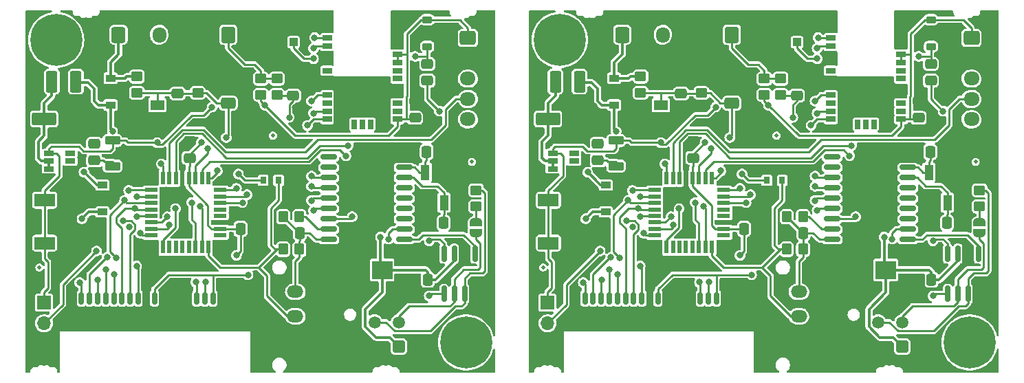
<source format=gbr>
%TF.GenerationSoftware,KiCad,Pcbnew,7.0.8*%
%TF.CreationDate,2023-12-11T19:12:45+01:00*%
%TF.ProjectId,SmartDisplay,536d6172-7444-4697-9370-6c61792e6b69,rev?*%
%TF.SameCoordinates,Original*%
%TF.FileFunction,Copper,L1,Top*%
%TF.FilePolarity,Positive*%
%FSLAX46Y46*%
G04 Gerber Fmt 4.6, Leading zero omitted, Abs format (unit mm)*
G04 Created by KiCad (PCBNEW 7.0.8) date 2023-12-11 19:12:45*
%MOMM*%
%LPD*%
G01*
G04 APERTURE LIST*
G04 Aperture macros list*
%AMRoundRect*
0 Rectangle with rounded corners*
0 $1 Rounding radius*
0 $2 $3 $4 $5 $6 $7 $8 $9 X,Y pos of 4 corners*
0 Add a 4 corners polygon primitive as box body*
4,1,4,$2,$3,$4,$5,$6,$7,$8,$9,$2,$3,0*
0 Add four circle primitives for the rounded corners*
1,1,$1+$1,$2,$3*
1,1,$1+$1,$4,$5*
1,1,$1+$1,$6,$7*
1,1,$1+$1,$8,$9*
0 Add four rect primitives between the rounded corners*
20,1,$1+$1,$2,$3,$4,$5,0*
20,1,$1+$1,$4,$5,$6,$7,0*
20,1,$1+$1,$6,$7,$8,$9,0*
20,1,$1+$1,$8,$9,$2,$3,0*%
%AMFreePoly0*
4,1,19,0.500000,-0.750000,0.000000,-0.750000,0.000000,-0.744911,-0.071157,-0.744911,-0.207708,-0.704816,-0.327430,-0.627875,-0.420627,-0.520320,-0.479746,-0.390866,-0.500000,-0.250000,-0.500000,0.250000,-0.479746,0.390866,-0.420627,0.520320,-0.327430,0.627875,-0.207708,0.704816,-0.071157,0.744911,0.000000,0.744911,0.000000,0.750000,0.500000,0.750000,0.500000,-0.750000,0.500000,-0.750000,
$1*%
%AMFreePoly1*
4,1,19,0.000000,0.744911,0.071157,0.744911,0.207708,0.704816,0.327430,0.627875,0.420627,0.520320,0.479746,0.390866,0.500000,0.250000,0.500000,-0.250000,0.479746,-0.390866,0.420627,-0.520320,0.327430,-0.627875,0.207708,-0.704816,0.071157,-0.744911,0.000000,-0.744911,0.000000,-0.750000,-0.500000,-0.750000,-0.500000,0.750000,0.000000,0.750000,0.000000,0.744911,0.000000,0.744911,
$1*%
G04 Aperture macros list end*
%TA.AperFunction,ComponentPad*%
%ADD10RoundRect,0.250000X-0.600000X-0.725000X0.600000X-0.725000X0.600000X0.725000X-0.600000X0.725000X0*%
%TD*%
%TA.AperFunction,ComponentPad*%
%ADD11O,1.700000X1.950000*%
%TD*%
%TA.AperFunction,SMDPad,CuDef*%
%ADD12RoundRect,0.250000X-0.337500X-0.475000X0.337500X-0.475000X0.337500X0.475000X-0.337500X0.475000X0*%
%TD*%
%TA.AperFunction,ComponentPad*%
%ADD13RoundRect,0.250000X0.760000X-0.500000X0.760000X0.500000X-0.760000X0.500000X-0.760000X-0.500000X0*%
%TD*%
%TA.AperFunction,ComponentPad*%
%ADD14O,2.020000X1.500000*%
%TD*%
%TA.AperFunction,SMDPad,CuDef*%
%ADD15RoundRect,0.250000X0.700000X-0.275000X0.700000X0.275000X-0.700000X0.275000X-0.700000X-0.275000X0*%
%TD*%
%TA.AperFunction,ComponentPad*%
%ADD16RoundRect,0.250000X-0.725000X0.600000X-0.725000X-0.600000X0.725000X-0.600000X0.725000X0.600000X0*%
%TD*%
%TA.AperFunction,ComponentPad*%
%ADD17O,1.950000X1.700000*%
%TD*%
%TA.AperFunction,SMDPad,CuDef*%
%ADD18RoundRect,0.250000X-1.050000X-0.550000X1.050000X-0.550000X1.050000X0.550000X-1.050000X0.550000X0*%
%TD*%
%TA.AperFunction,ComponentPad*%
%ADD19RoundRect,0.250000X0.500000X0.500000X-0.500000X0.500000X-0.500000X-0.500000X0.500000X-0.500000X0*%
%TD*%
%TA.AperFunction,ComponentPad*%
%ADD20C,1.500000*%
%TD*%
%TA.AperFunction,SMDPad,CuDef*%
%ADD21RoundRect,0.250000X0.475000X-0.337500X0.475000X0.337500X-0.475000X0.337500X-0.475000X-0.337500X0*%
%TD*%
%TA.AperFunction,SMDPad,CuDef*%
%ADD22RoundRect,0.250000X-1.250000X-0.550000X1.250000X-0.550000X1.250000X0.550000X-1.250000X0.550000X0*%
%TD*%
%TA.AperFunction,SMDPad,CuDef*%
%ADD23C,0.500000*%
%TD*%
%TA.AperFunction,SMDPad,CuDef*%
%ADD24RoundRect,0.250000X-0.462500X-1.075000X0.462500X-1.075000X0.462500X1.075000X-0.462500X1.075000X0*%
%TD*%
%TA.AperFunction,SMDPad,CuDef*%
%ADD25RoundRect,0.249999X0.450001X-0.350001X0.450001X0.350001X-0.450001X0.350001X-0.450001X-0.350001X0*%
%TD*%
%TA.AperFunction,SMDPad,CuDef*%
%ADD26RoundRect,0.249999X-0.450001X0.350001X-0.450001X-0.350001X0.450001X-0.350001X0.450001X0.350001X0*%
%TD*%
%TA.AperFunction,SMDPad,CuDef*%
%ADD27R,1.700000X1.300000*%
%TD*%
%TA.AperFunction,SMDPad,CuDef*%
%ADD28RoundRect,0.249999X-0.350001X-0.450001X0.350001X-0.450001X0.350001X0.450001X-0.350001X0.450001X0*%
%TD*%
%TA.AperFunction,SMDPad,CuDef*%
%ADD29RoundRect,0.150000X0.875000X0.150000X-0.875000X0.150000X-0.875000X-0.150000X0.875000X-0.150000X0*%
%TD*%
%TA.AperFunction,ComponentPad*%
%ADD30RoundRect,0.250000X-0.600000X-0.750000X0.600000X-0.750000X0.600000X0.750000X-0.600000X0.750000X0*%
%TD*%
%TA.AperFunction,ComponentPad*%
%ADD31O,1.700000X2.000000*%
%TD*%
%TA.AperFunction,SMDPad,CuDef*%
%ADD32R,1.600000X0.550000*%
%TD*%
%TA.AperFunction,SMDPad,CuDef*%
%ADD33R,0.550000X1.600000*%
%TD*%
%TA.AperFunction,ComponentPad*%
%ADD34C,0.800000*%
%TD*%
%TA.AperFunction,ComponentPad*%
%ADD35C,6.400000*%
%TD*%
%TA.AperFunction,SMDPad,CuDef*%
%ADD36RoundRect,0.150000X-0.150000X0.825000X-0.150000X-0.825000X0.150000X-0.825000X0.150000X0.825000X0*%
%TD*%
%TA.AperFunction,SMDPad,CuDef*%
%ADD37FreePoly0,270.000000*%
%TD*%
%TA.AperFunction,SMDPad,CuDef*%
%ADD38FreePoly1,270.000000*%
%TD*%
%TA.AperFunction,SMDPad,CuDef*%
%ADD39RoundRect,0.250000X0.337500X0.475000X-0.337500X0.475000X-0.337500X-0.475000X0.337500X-0.475000X0*%
%TD*%
%TA.AperFunction,SMDPad,CuDef*%
%ADD40R,1.100000X1.900000*%
%TD*%
%TA.AperFunction,SMDPad,CuDef*%
%ADD41R,2.500000X2.300000*%
%TD*%
%TA.AperFunction,SMDPad,CuDef*%
%ADD42RoundRect,0.225000X-0.375000X0.225000X-0.375000X-0.225000X0.375000X-0.225000X0.375000X0.225000X0*%
%TD*%
%TA.AperFunction,SMDPad,CuDef*%
%ADD43RoundRect,0.150000X0.150000X0.625000X-0.150000X0.625000X-0.150000X-0.625000X0.150000X-0.625000X0*%
%TD*%
%TA.AperFunction,SMDPad,CuDef*%
%ADD44RoundRect,0.250000X0.350000X0.650000X-0.350000X0.650000X-0.350000X-0.650000X0.350000X-0.650000X0*%
%TD*%
%TA.AperFunction,ComponentPad*%
%ADD45R,1.700000X1.700000*%
%TD*%
%TA.AperFunction,ComponentPad*%
%ADD46O,1.700000X1.700000*%
%TD*%
%TA.AperFunction,SMDPad,CuDef*%
%ADD47RoundRect,0.249997X0.650003X-0.412503X0.650003X0.412503X-0.650003X0.412503X-0.650003X-0.412503X0*%
%TD*%
%TA.AperFunction,SMDPad,CuDef*%
%ADD48R,1.200000X0.900000*%
%TD*%
%TA.AperFunction,SMDPad,CuDef*%
%ADD49R,1.000000X1.000000*%
%TD*%
%TA.AperFunction,SMDPad,CuDef*%
%ADD50R,1.050000X2.200000*%
%TD*%
%TA.AperFunction,SMDPad,CuDef*%
%ADD51R,1.220000X0.650000*%
%TD*%
%TA.AperFunction,SMDPad,CuDef*%
%ADD52R,1.143000X0.711200*%
%TD*%
%TA.AperFunction,SMDPad,CuDef*%
%ADD53R,0.711200X1.143000*%
%TD*%
%TA.AperFunction,SMDPad,CuDef*%
%ADD54R,0.800000X0.900000*%
%TD*%
%TA.AperFunction,ViaPad*%
%ADD55C,0.800000*%
%TD*%
%TA.AperFunction,Conductor*%
%ADD56C,0.350000*%
%TD*%
%TA.AperFunction,Conductor*%
%ADD57C,0.250000*%
%TD*%
G04 APERTURE END LIST*
D10*
%TO.P,J12,1,Pin_1*%
%TO.N,+12V*%
X125000000Y-52664000D03*
D11*
%TO.P,J12,2,Pin_2*%
%TO.N,GND*%
X127500000Y-52664000D03*
%TO.P,J12,3,Pin_3*%
%TO.N,INSTR.BEL*%
X130000000Y-52664000D03*
%TO.P,J12,4,Pin_4*%
%TO.N,GND*%
X132500000Y-52664000D03*
%TD*%
D12*
%TO.P,C22,1*%
%TO.N,Net-(U3-OSC1)*%
X162925000Y-67070000D03*
%TO.P,C22,2*%
%TO.N,GND*%
X165000000Y-67070000D03*
%TD*%
D13*
%TO.P,J15,1,Pin_1*%
%TO.N,GND*%
X146750000Y-90320000D03*
D14*
%TO.P,J15,2,Pin_2*%
%TO.N,1WIRE*%
X146750000Y-87320000D03*
%TO.P,J15,3,Pin_3*%
%TO.N,+3V3*%
X146750000Y-84320000D03*
%TD*%
D15*
%TO.P,L2,1*%
%TO.N,Net-(U4-SW)*%
X124250000Y-68832500D03*
%TO.P,L2,2*%
%TO.N,+3V3*%
X124250000Y-65682500D03*
%TD*%
D16*
%TO.P,J14,1,Pin_1*%
%TO.N,+3V3*%
X168000000Y-53070000D03*
D17*
%TO.P,J14,2,Pin_2*%
%TO.N,GND*%
X168000000Y-55570000D03*
%TO.P,J14,3,Pin_3*%
%TO.N,RXD*%
X168000000Y-58070000D03*
%TO.P,J14,4,Pin_4*%
%TO.N,TXD*%
X168000000Y-60570000D03*
%TO.P,J14,5,Pin_5*%
%TO.N,Net-(J6-Pin_5)*%
X168000000Y-63070000D03*
%TD*%
D18*
%TO.P,C29,1*%
%TO.N,+3V3*%
X115900000Y-78320000D03*
%TO.P,C29,2*%
%TO.N,GND*%
X119500000Y-78320000D03*
%TD*%
%TO.P,C28,1*%
%TO.N,+3V3*%
X115900000Y-73030000D03*
%TO.P,C28,2*%
%TO.N,GND*%
X119500000Y-73030000D03*
%TD*%
D19*
%TO.P,J7,1,Pin_1*%
%TO.N,+5V*%
X159500000Y-91070000D03*
D20*
%TO.P,J7,2,Pin_2*%
%TO.N,GND*%
X156500000Y-91070000D03*
%TO.P,J7,3,Pin_3*%
%TO.N,CANL*%
X159500000Y-88070000D03*
%TO.P,J7,4,Pin_4*%
%TO.N,CANH*%
X156500000Y-88070000D03*
%TD*%
D21*
%TO.P,C19,1*%
%TO.N,Net-(U4-SW)*%
X122000000Y-68145000D03*
%TO.P,C19,2*%
%TO.N,Net-(U4-BST)*%
X122000000Y-66070000D03*
%TD*%
D22*
%TO.P,C18,1*%
%TO.N,Net-(U4-EN)*%
X115850000Y-63030000D03*
%TO.P,C18,2*%
%TO.N,GND*%
X120250000Y-63030000D03*
%TD*%
D23*
%TO.P,FID6,*%
%TO.N,*%
X168500000Y-68320000D03*
%TD*%
%TO.P,FID5,*%
%TO.N,*%
X115250000Y-81320000D03*
%TD*%
D24*
%TO.P,F2,1*%
%TO.N,Net-(U4-EN)*%
X116775000Y-58430000D03*
%TO.P,F2,2*%
%TO.N,Net-(D5-K)*%
X119750000Y-58430000D03*
%TD*%
D25*
%TO.P,R14,1*%
%TO.N,A4*%
X134750000Y-59820000D03*
%TO.P,R14,2*%
%TO.N,GND*%
X134750000Y-57820000D03*
%TD*%
%TO.P,R13,1*%
%TO.N,A4*%
X127250000Y-59820000D03*
%TO.P,R13,2*%
%TO.N,+12V*%
X127250000Y-57820000D03*
%TD*%
D26*
%TO.P,R12,1*%
%TO.N,Net-(J2-Pin_1)*%
X142500000Y-58070000D03*
%TO.P,R12,2*%
%TO.N,+3V3*%
X142500000Y-60070000D03*
%TD*%
D21*
%TO.P,C21,1*%
%TO.N,+3V3*%
X133750000Y-67820000D03*
%TO.P,C21,2*%
%TO.N,GND*%
X133750000Y-65745000D03*
%TD*%
%TO.P,C25,1*%
%TO.N,A4*%
X132250000Y-59882500D03*
%TO.P,C25,2*%
%TO.N,GND*%
X132250000Y-57807500D03*
%TD*%
D27*
%TO.P,D10,1,K*%
%TO.N,A4*%
X129750000Y-61320000D03*
%TO.P,D10,2,A*%
%TO.N,GND*%
X129750000Y-57820000D03*
%TD*%
D28*
%TO.P,R10,1*%
%TO.N,+3V3*%
X145250000Y-75070000D03*
%TO.P,R10,2*%
%TO.N,Net-(U3-~{RESET})*%
X147250000Y-75070000D03*
%TD*%
%TO.P,R15,1*%
%TO.N,1WIRE*%
X145250000Y-79070000D03*
%TO.P,R15,2*%
%TO.N,+3V3*%
X147250000Y-79070000D03*
%TD*%
D21*
%TO.P,C27,1*%
%TO.N,Net-(J6-Pin_5)*%
X163000000Y-58320000D03*
%TO.P,C27,2*%
%TO.N,RESET*%
X163000000Y-56245000D03*
%TD*%
D29*
%TO.P,U8,1,TXCAN*%
%TO.N,Net-(U2-TXD)*%
X160150000Y-77880000D03*
%TO.P,U8,2,RXCAN*%
%TO.N,Net-(U2-RXD)*%
X160150000Y-76610000D03*
%TO.P,U8,3,CLKOUT/SOF*%
%TO.N,unconnected-(U3-CLKOUT{slash}SOF-Pad3)*%
X160150000Y-75340000D03*
%TO.P,U8,4,~{TX0RTS}*%
%TO.N,unconnected-(U3-~{TX0RTS}-Pad4)*%
X160150000Y-74070000D03*
%TO.P,U8,5,~{TX1RTS}*%
%TO.N,unconnected-(U3-~{TX1RTS}-Pad5)*%
X160150000Y-72800000D03*
%TO.P,U8,6,~{TX2RTS}*%
%TO.N,unconnected-(U3-~{TX2RTS}-Pad6)*%
X160150000Y-71530000D03*
%TO.P,U8,7,OSC2*%
%TO.N,Net-(U3-OSC2)*%
X160150000Y-70260000D03*
%TO.P,U8,8,OSC1*%
%TO.N,Net-(U3-OSC1)*%
X160150000Y-68990000D03*
%TO.P,U8,9,VSS*%
%TO.N,GND*%
X160150000Y-67720000D03*
%TO.P,U8,10,~{RX1BF}*%
%TO.N,unconnected-(U3-~{RX1BF}-Pad10)*%
X150850000Y-67720000D03*
%TO.P,U8,11,~{RX0BF}*%
%TO.N,unconnected-(U3-~{RX0BF}-Pad11)*%
X150850000Y-68990000D03*
%TO.P,U8,12,~{INT}*%
%TO.N,INT_CAN*%
X150850000Y-70260000D03*
%TO.P,U8,13,SCK*%
%TO.N,SCK*%
X150850000Y-71530000D03*
%TO.P,U8,14,SI*%
%TO.N,MOSI*%
X150850000Y-72800000D03*
%TO.P,U8,15,SO*%
%TO.N,MISO*%
X150850000Y-74070000D03*
%TO.P,U8,16,~{CS}*%
%TO.N,SS*%
X150850000Y-75340000D03*
%TO.P,U8,17,~{RESET}*%
%TO.N,Net-(U3-~{RESET})*%
X150850000Y-76610000D03*
%TO.P,U8,18,VDD*%
%TO.N,+3V3*%
X150850000Y-77880000D03*
%TD*%
D26*
%TO.P,R11,1*%
%TO.N,Net-(J2-Pin_1)*%
X144500000Y-58070000D03*
%TO.P,R11,2*%
%TO.N,KEY*%
X144500000Y-60070000D03*
%TD*%
D30*
%TO.P,J10,1,Pin_1*%
%TO.N,Net-(J2-Pin_1)*%
X138500000Y-52664000D03*
D31*
%TO.P,J10,2,Pin_2*%
%TO.N,GND*%
X141000000Y-52664000D03*
%TD*%
D32*
%TO.P,U6,1,D3/SCL/PA3*%
%TO.N,SCL*%
X129000000Y-71770000D03*
%TO.P,U6,2,D4/MOSI/PA4*%
%TO.N,MOSI*%
X129000000Y-72570000D03*
%TO.P,U6,3,D5/MISO/PA5*%
%TO.N,MISO*%
X129000000Y-73370000D03*
%TO.P,U6,4,D6/SCK/PA6*%
%TO.N,SCK*%
X129000000Y-74170000D03*
%TO.P,U6,5,D7/SS/PA7*%
%TO.N,SS*%
X129000000Y-74970000D03*
%TO.P,U6,6,D8/TX1/PC0*%
%TO.N,GPS_RXD*%
X129000000Y-75770000D03*
%TO.P,U6,7,D9/RX1/PC1*%
%TO.N,GPS_TXD*%
X129000000Y-76570000D03*
%TO.P,U6,8,D10/PC2*%
%TO.N,INT_CAN*%
X129000000Y-77370000D03*
D33*
%TO.P,U6,9,D11/PC3*%
%TO.N,GPS_RESET*%
X130450000Y-78820000D03*
%TO.P,U6,10,A0/PD0*%
%TO.N,A0*%
X131250000Y-78820000D03*
%TO.P,U6,11,A1/PD1*%
%TO.N,A1*%
X132050000Y-78820000D03*
%TO.P,U6,12,A2/PD2*%
%TO.N,A2*%
X132850000Y-78820000D03*
%TO.P,U6,13,A3/PD3*%
%TO.N,A3*%
X133650000Y-78820000D03*
%TO.P,U6,14,A4/PD4*%
%TO.N,A4*%
X134450000Y-78820000D03*
%TO.P,U6,15,A5/PD5*%
%TO.N,KEY*%
X135250000Y-78820000D03*
%TO.P,U6,16,A6/PD6*%
%TO.N,1WIRE*%
X136050000Y-78820000D03*
D32*
%TO.P,U6,17,A7/PD7*%
%TO.N,AREF*%
X137500000Y-77370000D03*
%TO.P,U6,18,AVDD*%
%TO.N,+3V3*%
X137500000Y-76570000D03*
%TO.P,U6,19,GND*%
%TO.N,GND*%
X137500000Y-75770000D03*
%TO.P,U6,20,PF0/TOSC1*%
%TO.N,unconnected-(U1-PF0{slash}TOSC1-Pad20)*%
X137500000Y-74970000D03*
%TO.P,U6,21,PF1/TOSC2*%
%TO.N,unconnected-(U1-PF1{slash}TOSC2-Pad21)*%
X137500000Y-74170000D03*
%TO.P,U6,22,PF2*%
%TO.N,D22*%
X137500000Y-73370000D03*
%TO.P,U6,23,PF3*%
%TO.N,D23*%
X137500000Y-72570000D03*
%TO.P,U6,24,PF4*%
%TO.N,D24*%
X137500000Y-71770000D03*
D33*
%TO.P,U6,25,PF5*%
%TO.N,D25*%
X136050000Y-70320000D03*
%TO.P,U6,26,PF6/~{RESET}*%
%TO.N,RESET*%
X135250000Y-70320000D03*
%TO.P,U6,27,UPDI*%
%TO.N,UPDI*%
X134450000Y-70320000D03*
%TO.P,U6,28,VDD*%
%TO.N,+3V3*%
X133650000Y-70320000D03*
%TO.P,U6,29,GND*%
%TO.N,GND*%
X132850000Y-70320000D03*
%TO.P,U6,30,D0/TX0/PA0*%
%TO.N,TXD*%
X132050000Y-70320000D03*
%TO.P,U6,31,D1/RX0/PA1*%
%TO.N,RXD*%
X131250000Y-70320000D03*
%TO.P,U6,32,D2/SDA/PA2*%
%TO.N,SDA*%
X130450000Y-70320000D03*
%TD*%
D12*
%TO.P,C17,1*%
%TO.N,+3V3*%
X140000000Y-76570000D03*
%TO.P,C17,2*%
%TO.N,GND*%
X142075000Y-76570000D03*
%TD*%
%TO.P,C16,1*%
%TO.N,GND*%
X145250000Y-77070000D03*
%TO.P,C16,2*%
%TO.N,+3V3*%
X147325000Y-77070000D03*
%TD*%
D25*
%TO.P,R9,1*%
%TO.N,Net-(JP2-Pad1)*%
X169000000Y-73820000D03*
%TO.P,R9,2*%
%TO.N,CANH*%
X169000000Y-71820000D03*
%TD*%
D34*
%TO.P,H4,1,1*%
%TO.N,unconnected-(H2-Pad1)*%
X165375056Y-90556056D03*
X166078000Y-88859000D03*
X166078000Y-92253112D03*
X167775056Y-88156056D03*
D35*
X167775056Y-90556056D03*
D34*
X167775056Y-92956056D03*
X169472112Y-88859000D03*
X169472112Y-92253112D03*
X170175056Y-90556056D03*
%TD*%
D36*
%TO.P,U7,1,TXD*%
%TO.N,Net-(U2-TXD)*%
X168872000Y-79620000D03*
%TO.P,U7,2,VSS*%
%TO.N,GND*%
X167602000Y-79620000D03*
%TO.P,U7,3,VDD*%
%TO.N,+5V*%
X166332000Y-79620000D03*
%TO.P,U7,4,RXD*%
%TO.N,Net-(U2-RXD)*%
X165062000Y-79620000D03*
%TO.P,U7,5,Vio*%
%TO.N,+3V3*%
X165062000Y-84570000D03*
%TO.P,U7,6,CANL*%
%TO.N,CANL*%
X166332000Y-84570000D03*
%TO.P,U7,7,CANH*%
%TO.N,CANH*%
X167602000Y-84570000D03*
%TO.P,U7,8,STBY*%
%TO.N,GND*%
X168872000Y-84570000D03*
%TD*%
D12*
%TO.P,C20,1*%
%TO.N,GND*%
X161000000Y-82820000D03*
%TO.P,C20,2*%
%TO.N,+5V*%
X163075000Y-82820000D03*
%TD*%
D37*
%TO.P,JP4,1,1*%
%TO.N,Net-(JP2-Pad1)*%
X169000000Y-75770000D03*
D38*
%TO.P,JP4,2,2*%
%TO.N,CANL*%
X169000000Y-77070000D03*
%TD*%
D39*
%TO.P,C23,1*%
%TO.N,Net-(U3-OSC2)*%
X165000000Y-75820000D03*
%TO.P,C23,2*%
%TO.N,GND*%
X162925000Y-75820000D03*
%TD*%
D40*
%TO.P,Y3,1,1*%
%TO.N,Net-(U3-OSC1)*%
X162750000Y-69620000D03*
%TO.P,Y3,2,2*%
%TO.N,GND*%
X162750000Y-73320000D03*
%TO.P,Y3,3,3*%
%TO.N,Net-(U3-OSC2)*%
X165050000Y-73320000D03*
%TO.P,Y3,4,4*%
%TO.N,GND*%
X165050000Y-69620000D03*
%TD*%
D41*
%TO.P,D8,1,A1*%
%TO.N,+5V*%
X157442000Y-81620000D03*
%TO.P,D8,2,A2*%
%TO.N,GND*%
X153142000Y-81620000D03*
%TD*%
D34*
%TO.P,H3,1,1*%
%TO.N,unconnected-(H1-Pad1)*%
X114910000Y-53299000D03*
X115612944Y-51601944D03*
X115612944Y-54996056D03*
X117310000Y-50899000D03*
D35*
X117310000Y-53299000D03*
D34*
X117310000Y-55699000D03*
X119007056Y-51601944D03*
X119007056Y-54996056D03*
X119710000Y-53299000D03*
%TD*%
D42*
%TO.P,D7,1,K*%
%TO.N,+3V3*%
X163000000Y-50820000D03*
%TO.P,D7,2,A*%
%TO.N,RESET*%
X163000000Y-54120000D03*
%TD*%
D43*
%TO.P,J16,1,Pin_1*%
%TO.N,+3V3*%
X129410000Y-85105000D03*
%TO.P,J16,2,Pin_2*%
%TO.N,GND*%
X128410000Y-85105000D03*
%TO.P,J16,3,Pin_3*%
%TO.N,MISO*%
X127410000Y-85105000D03*
%TO.P,J16,4,Pin_4*%
%TO.N,MOSI*%
X126410000Y-85105000D03*
%TO.P,J16,5,Pin_5*%
%TO.N,SCK*%
X125410000Y-85105000D03*
%TO.P,J16,6,Pin_6*%
%TO.N,D22*%
X124410000Y-85105000D03*
%TO.P,J16,7,Pin_7*%
%TO.N,D23*%
X123410000Y-85105000D03*
%TO.P,J16,8,Pin_8*%
%TO.N,D24*%
X122410000Y-85105000D03*
%TO.P,J16,9,Pin_9*%
%TO.N,D25*%
X121410000Y-85105000D03*
%TO.P,J16,10,Pin_10*%
%TO.N,INSTR.BEL*%
X120410000Y-85105000D03*
D44*
%TO.P,J16,MP,MountPin*%
%TO.N,GND*%
X130710000Y-87630000D03*
X119110000Y-87630000D03*
%TD*%
D45*
%TO.P,J13,1,Pin_1*%
%TO.N,+3V3*%
X115810000Y-85650000D03*
D46*
%TO.P,J13,2,Pin_2*%
%TO.N,UPDI*%
X115810000Y-88190000D03*
%TO.P,J13,3,Pin_3*%
%TO.N,GND*%
X115810000Y-90730000D03*
%TD*%
D47*
%TO.P,C26,1*%
%TO.N,A4*%
X138500000Y-61070000D03*
%TO.P,C26,2*%
%TO.N,GND*%
X138500000Y-57945000D03*
%TD*%
D43*
%TO.P,J11,1,Pin_1*%
%TO.N,GND*%
X137610000Y-85105000D03*
%TO.P,J11,2,Pin_2*%
%TO.N,+3V3*%
X136610000Y-85105000D03*
%TO.P,J11,3,Pin_3*%
%TO.N,SDA*%
X135610000Y-85105000D03*
%TO.P,J11,4,Pin_4*%
%TO.N,SCL*%
X134610000Y-85105000D03*
D44*
%TO.P,J11,MP,MountPin*%
%TO.N,GND*%
X138910000Y-87630000D03*
X133310000Y-87630000D03*
%TD*%
D48*
%TO.P,D11,1,K*%
%TO.N,Net-(D5-K)*%
X123000000Y-71170000D03*
%TO.P,D11,2,A*%
%TO.N,+5V*%
X123000000Y-74470000D03*
%TD*%
D49*
%TO.P,X2,1,SIGNAL*%
%TO.N,Net-(X1-SIGNAL)*%
X146525000Y-53570000D03*
D50*
%TO.P,X2,2,GND*%
%TO.N,GND*%
X145050000Y-52070000D03*
D49*
X146525000Y-50570000D03*
D50*
X148000000Y-52070000D03*
%TD*%
D23*
%TO.P,FID4,*%
%TO.N,*%
X144000000Y-65070000D03*
%TD*%
D51*
%TO.P,U9,1,FB*%
%TO.N,+3V3*%
X116440000Y-67280000D03*
%TO.P,U9,2,EN*%
%TO.N,Net-(U4-EN)*%
X116440000Y-68230000D03*
%TO.P,U9,3,IN*%
X116440000Y-69180000D03*
%TO.P,U9,4,GND*%
%TO.N,GND*%
X119060000Y-69180000D03*
%TO.P,U9,5,SW*%
%TO.N,Net-(U4-SW)*%
X119060000Y-68230000D03*
%TO.P,U9,6,BST*%
%TO.N,Net-(U4-BST)*%
X119060000Y-67280000D03*
%TD*%
D21*
%TO.P,C30,1*%
%TO.N,+3V3*%
X161500000Y-62895000D03*
%TO.P,C30,2*%
%TO.N,GND*%
X161500000Y-60820000D03*
%TD*%
D52*
%TO.P,U10,1,VCC_IO*%
%TO.N,+3V3*%
X159325000Y-63070001D03*
%TO.P,U10,2,Reserved*%
%TO.N,unconnected-(U5-Reserved-Pad2)*%
X159325000Y-62070000D03*
%TO.P,U10,3,SDA/_SPI_CS_N*%
%TO.N,unconnected-(U5-SDA{slash}_SPI_CS_N-Pad3)*%
X159325000Y-61070000D03*
%TO.P,U10,4,GND*%
%TO.N,GND*%
X159325000Y-60069999D03*
%TO.P,U10,5,GND*%
X159325000Y-59070001D03*
%TO.P,U10,6,SCL/_SPI_CLK*%
%TO.N,unconnected-(U5-SCL{slash}_SPI_CLK-Pad6)*%
X159325000Y-58070001D03*
%TO.P,U10,7,EXTINT*%
%TO.N,unconnected-(U5-EXTINT-Pad7)*%
X159325000Y-57070000D03*
%TO.P,U10,8,V_BCKP*%
%TO.N,+3V3*%
X159325000Y-56069999D03*
%TO.P,U10,9,VCC*%
X159325000Y-55069999D03*
%TO.P,U10,10,GND*%
%TO.N,GND*%
X159325000Y-54070001D03*
%TO.P,U10,11,GND*%
X159325000Y-53070000D03*
%TO.P,U10,12,GND*%
X159325000Y-52070000D03*
%TO.P,U10,13,GND*%
X159325000Y-51069999D03*
%TO.P,U10,14,GND*%
X150675000Y-51069999D03*
%TO.P,U10,15,GND*%
X150675000Y-52070000D03*
%TO.P,U10,16,RF_OUT*%
%TO.N,Net-(U5-RF_OUT)*%
X150675000Y-53070000D03*
%TO.P,U10,17,RF_IN*%
%TO.N,Net-(U5-RF_IN)*%
X150675000Y-54070001D03*
%TO.P,U10,18,GND*%
%TO.N,GND*%
X150675000Y-55069999D03*
%TO.P,U10,19,GND*%
X150675000Y-56069999D03*
%TO.P,U10,20,D_SEL*%
%TO.N,unconnected-(U5-D_SEL-Pad20)*%
X150675000Y-57070000D03*
%TO.P,U10,21,GND*%
%TO.N,GND*%
X150675000Y-58070001D03*
%TO.P,U10,22,GND*%
X150675000Y-59070001D03*
%TO.P,U10,23,RESET_N*%
%TO.N,GPS_RESET*%
X150675000Y-60069999D03*
%TO.P,U10,24,SAFEBOOT_N*%
%TO.N,unconnected-(U5-SAFEBOOT_N-Pad24)*%
X150675000Y-61070000D03*
%TO.P,U10,25,TXD/_SPI_MISO*%
%TO.N,GPS_TXD*%
X150675000Y-62070000D03*
%TO.P,U10,26,RXD/_SPI_MOSI*%
%TO.N,GPS_RXD*%
X150675000Y-63070001D03*
D53*
%TO.P,U10,27,GND*%
%TO.N,GND*%
X152999999Y-63670002D03*
%TO.P,U10,28,RESERVED*%
%TO.N,unconnected-(U5-RESERVED-Pad28)*%
X153999999Y-63670002D03*
%TO.P,U10,29,TIMEPULSE*%
%TO.N,unconnected-(U5-TIMEPULSE-Pad29)*%
X155000000Y-63670002D03*
%TO.P,U10,30,LNA_EN*%
%TO.N,unconnected-(U5-LNA_EN-Pad30)*%
X156000001Y-63670002D03*
%TO.P,U10,31,GND*%
%TO.N,GND*%
X157000001Y-63670002D03*
%TD*%
D54*
%TO.P,D9,1,K*%
%TO.N,1WIRE*%
X144700000Y-70570000D03*
%TO.P,D9,2,K*%
%TO.N,A4*%
X142800000Y-70570000D03*
%TO.P,D9,3,A*%
%TO.N,GND*%
X143750000Y-72570000D03*
%TD*%
D48*
%TO.P,D12,1,K*%
%TO.N,Net-(D5-K)*%
X124000000Y-61320000D03*
%TO.P,D12,2,A*%
%TO.N,+12V*%
X124000000Y-58020000D03*
%TD*%
D21*
%TO.P,C24,1*%
%TO.N,KEY*%
X146500000Y-60145000D03*
%TO.P,C24,2*%
%TO.N,GND*%
X146500000Y-58070000D03*
%TD*%
%TO.P,C12,1*%
%TO.N,Net-(J6-Pin_5)*%
X101000000Y-58320000D03*
%TO.P,C12,2*%
%TO.N,RESET*%
X101000000Y-56245000D03*
%TD*%
D28*
%TO.P,R8,1*%
%TO.N,1WIRE*%
X83250000Y-79070000D03*
%TO.P,R8,2*%
%TO.N,+3V3*%
X85250000Y-79070000D03*
%TD*%
D34*
%TO.P,H1,1,1*%
%TO.N,unconnected-(H1-Pad1)*%
X52910000Y-53299000D03*
X53612944Y-51601944D03*
X53612944Y-54996056D03*
X55310000Y-50899000D03*
D35*
X55310000Y-53299000D03*
D34*
X55310000Y-55699000D03*
X57007056Y-51601944D03*
X57007056Y-54996056D03*
X57710000Y-53299000D03*
%TD*%
D28*
%TO.P,R3,1*%
%TO.N,+3V3*%
X83250000Y-75070000D03*
%TO.P,R3,2*%
%TO.N,Net-(U3-~{RESET})*%
X85250000Y-75070000D03*
%TD*%
D21*
%TO.P,C10,1*%
%TO.N,A4*%
X70250000Y-59882500D03*
%TO.P,C10,2*%
%TO.N,GND*%
X70250000Y-57807500D03*
%TD*%
%TO.P,C6,1*%
%TO.N,+3V3*%
X71750000Y-67820000D03*
%TO.P,C6,2*%
%TO.N,GND*%
X71750000Y-65745000D03*
%TD*%
D26*
%TO.P,R5,1*%
%TO.N,Net-(J2-Pin_1)*%
X80500000Y-58070000D03*
%TO.P,R5,2*%
%TO.N,+3V3*%
X80500000Y-60070000D03*
%TD*%
D25*
%TO.P,R6,1*%
%TO.N,A4*%
X65250000Y-59820000D03*
%TO.P,R6,2*%
%TO.N,+12V*%
X65250000Y-57820000D03*
%TD*%
D27*
%TO.P,D4,1,K*%
%TO.N,A4*%
X67750000Y-61320000D03*
%TO.P,D4,2,A*%
%TO.N,GND*%
X67750000Y-57820000D03*
%TD*%
D41*
%TO.P,D2,1,A1*%
%TO.N,+5V*%
X95442000Y-81620000D03*
%TO.P,D2,2,A2*%
%TO.N,GND*%
X91142000Y-81620000D03*
%TD*%
D40*
%TO.P,Y2,1,1*%
%TO.N,Net-(U3-OSC1)*%
X100750000Y-69620000D03*
%TO.P,Y2,2,2*%
%TO.N,GND*%
X100750000Y-73320000D03*
%TO.P,Y2,3,3*%
%TO.N,Net-(U3-OSC2)*%
X103050000Y-73320000D03*
%TO.P,Y2,4,4*%
%TO.N,GND*%
X103050000Y-69620000D03*
%TD*%
D39*
%TO.P,C8,1*%
%TO.N,Net-(U3-OSC2)*%
X103000000Y-75820000D03*
%TO.P,C8,2*%
%TO.N,GND*%
X100925000Y-75820000D03*
%TD*%
D37*
%TO.P,JP2,1,1*%
%TO.N,Net-(JP2-Pad1)*%
X107000000Y-75770000D03*
D38*
%TO.P,JP2,2,2*%
%TO.N,CANL*%
X107000000Y-77070000D03*
%TD*%
D12*
%TO.P,C5,1*%
%TO.N,GND*%
X99000000Y-82820000D03*
%TO.P,C5,2*%
%TO.N,+5V*%
X101075000Y-82820000D03*
%TD*%
D36*
%TO.P,U2,1,TXD*%
%TO.N,Net-(U2-TXD)*%
X106872000Y-79620000D03*
%TO.P,U2,2,VSS*%
%TO.N,GND*%
X105602000Y-79620000D03*
%TO.P,U2,3,VDD*%
%TO.N,+5V*%
X104332000Y-79620000D03*
%TO.P,U2,4,RXD*%
%TO.N,Net-(U2-RXD)*%
X103062000Y-79620000D03*
%TO.P,U2,5,Vio*%
%TO.N,+3V3*%
X103062000Y-84570000D03*
%TO.P,U2,6,CANL*%
%TO.N,CANL*%
X104332000Y-84570000D03*
%TO.P,U2,7,CANH*%
%TO.N,CANH*%
X105602000Y-84570000D03*
%TO.P,U2,8,STBY*%
%TO.N,GND*%
X106872000Y-84570000D03*
%TD*%
D34*
%TO.P,H2,1,1*%
%TO.N,unconnected-(H2-Pad1)*%
X103375056Y-90556056D03*
X104078000Y-88859000D03*
X104078000Y-92253112D03*
X105775056Y-88156056D03*
D35*
X105775056Y-90556056D03*
D34*
X105775056Y-92956056D03*
X107472112Y-88859000D03*
X107472112Y-92253112D03*
X108175056Y-90556056D03*
%TD*%
D25*
%TO.P,R2,1*%
%TO.N,Net-(JP2-Pad1)*%
X107000000Y-73820000D03*
%TO.P,R2,2*%
%TO.N,CANH*%
X107000000Y-71820000D03*
%TD*%
D12*
%TO.P,C1,1*%
%TO.N,GND*%
X83250000Y-77070000D03*
%TO.P,C1,2*%
%TO.N,+3V3*%
X85325000Y-77070000D03*
%TD*%
D30*
%TO.P,J2,1,Pin_1*%
%TO.N,Net-(J2-Pin_1)*%
X76500000Y-52664000D03*
D31*
%TO.P,J2,2,Pin_2*%
%TO.N,GND*%
X79000000Y-52664000D03*
%TD*%
D32*
%TO.P,U1,1,D3/SCL/PA3*%
%TO.N,SCL*%
X67000000Y-71770000D03*
%TO.P,U1,2,D4/MOSI/PA4*%
%TO.N,MOSI*%
X67000000Y-72570000D03*
%TO.P,U1,3,D5/MISO/PA5*%
%TO.N,MISO*%
X67000000Y-73370000D03*
%TO.P,U1,4,D6/SCK/PA6*%
%TO.N,SCK*%
X67000000Y-74170000D03*
%TO.P,U1,5,D7/SS/PA7*%
%TO.N,SS*%
X67000000Y-74970000D03*
%TO.P,U1,6,D8/TX1/PC0*%
%TO.N,GPS_RXD*%
X67000000Y-75770000D03*
%TO.P,U1,7,D9/RX1/PC1*%
%TO.N,GPS_TXD*%
X67000000Y-76570000D03*
%TO.P,U1,8,D10/PC2*%
%TO.N,INT_CAN*%
X67000000Y-77370000D03*
D33*
%TO.P,U1,9,D11/PC3*%
%TO.N,GPS_RESET*%
X68450000Y-78820000D03*
%TO.P,U1,10,A0/PD0*%
%TO.N,A0*%
X69250000Y-78820000D03*
%TO.P,U1,11,A1/PD1*%
%TO.N,A1*%
X70050000Y-78820000D03*
%TO.P,U1,12,A2/PD2*%
%TO.N,A2*%
X70850000Y-78820000D03*
%TO.P,U1,13,A3/PD3*%
%TO.N,A3*%
X71650000Y-78820000D03*
%TO.P,U1,14,A4/PD4*%
%TO.N,A4*%
X72450000Y-78820000D03*
%TO.P,U1,15,A5/PD5*%
%TO.N,KEY*%
X73250000Y-78820000D03*
%TO.P,U1,16,A6/PD6*%
%TO.N,1WIRE*%
X74050000Y-78820000D03*
D32*
%TO.P,U1,17,A7/PD7*%
%TO.N,AREF*%
X75500000Y-77370000D03*
%TO.P,U1,18,AVDD*%
%TO.N,+3V3*%
X75500000Y-76570000D03*
%TO.P,U1,19,GND*%
%TO.N,GND*%
X75500000Y-75770000D03*
%TO.P,U1,20,PF0/TOSC1*%
%TO.N,unconnected-(U1-PF0{slash}TOSC1-Pad20)*%
X75500000Y-74970000D03*
%TO.P,U1,21,PF1/TOSC2*%
%TO.N,unconnected-(U1-PF1{slash}TOSC2-Pad21)*%
X75500000Y-74170000D03*
%TO.P,U1,22,PF2*%
%TO.N,D22*%
X75500000Y-73370000D03*
%TO.P,U1,23,PF3*%
%TO.N,D23*%
X75500000Y-72570000D03*
%TO.P,U1,24,PF4*%
%TO.N,D24*%
X75500000Y-71770000D03*
D33*
%TO.P,U1,25,PF5*%
%TO.N,D25*%
X74050000Y-70320000D03*
%TO.P,U1,26,PF6/~{RESET}*%
%TO.N,RESET*%
X73250000Y-70320000D03*
%TO.P,U1,27,UPDI*%
%TO.N,UPDI*%
X72450000Y-70320000D03*
%TO.P,U1,28,VDD*%
%TO.N,+3V3*%
X71650000Y-70320000D03*
%TO.P,U1,29,GND*%
%TO.N,GND*%
X70850000Y-70320000D03*
%TO.P,U1,30,D0/TX0/PA0*%
%TO.N,TXD*%
X70050000Y-70320000D03*
%TO.P,U1,31,D1/RX0/PA1*%
%TO.N,RXD*%
X69250000Y-70320000D03*
%TO.P,U1,32,D2/SDA/PA2*%
%TO.N,SDA*%
X68450000Y-70320000D03*
%TD*%
D12*
%TO.P,C2,1*%
%TO.N,+3V3*%
X78000000Y-76570000D03*
%TO.P,C2,2*%
%TO.N,GND*%
X80075000Y-76570000D03*
%TD*%
D29*
%TO.P,U3,1,TXCAN*%
%TO.N,Net-(U2-TXD)*%
X98150000Y-77880000D03*
%TO.P,U3,2,RXCAN*%
%TO.N,Net-(U2-RXD)*%
X98150000Y-76610000D03*
%TO.P,U3,3,CLKOUT/SOF*%
%TO.N,unconnected-(U3-CLKOUT{slash}SOF-Pad3)*%
X98150000Y-75340000D03*
%TO.P,U3,4,~{TX0RTS}*%
%TO.N,unconnected-(U3-~{TX0RTS}-Pad4)*%
X98150000Y-74070000D03*
%TO.P,U3,5,~{TX1RTS}*%
%TO.N,unconnected-(U3-~{TX1RTS}-Pad5)*%
X98150000Y-72800000D03*
%TO.P,U3,6,~{TX2RTS}*%
%TO.N,unconnected-(U3-~{TX2RTS}-Pad6)*%
X98150000Y-71530000D03*
%TO.P,U3,7,OSC2*%
%TO.N,Net-(U3-OSC2)*%
X98150000Y-70260000D03*
%TO.P,U3,8,OSC1*%
%TO.N,Net-(U3-OSC1)*%
X98150000Y-68990000D03*
%TO.P,U3,9,VSS*%
%TO.N,GND*%
X98150000Y-67720000D03*
%TO.P,U3,10,~{RX1BF}*%
%TO.N,unconnected-(U3-~{RX1BF}-Pad10)*%
X88850000Y-67720000D03*
%TO.P,U3,11,~{RX0BF}*%
%TO.N,unconnected-(U3-~{RX0BF}-Pad11)*%
X88850000Y-68990000D03*
%TO.P,U3,12,~{INT}*%
%TO.N,INT_CAN*%
X88850000Y-70260000D03*
%TO.P,U3,13,SCK*%
%TO.N,SCK*%
X88850000Y-71530000D03*
%TO.P,U3,14,SI*%
%TO.N,MOSI*%
X88850000Y-72800000D03*
%TO.P,U3,15,SO*%
%TO.N,MISO*%
X88850000Y-74070000D03*
%TO.P,U3,16,~{CS}*%
%TO.N,SS*%
X88850000Y-75340000D03*
%TO.P,U3,17,~{RESET}*%
%TO.N,Net-(U3-~{RESET})*%
X88850000Y-76610000D03*
%TO.P,U3,18,VDD*%
%TO.N,+3V3*%
X88850000Y-77880000D03*
%TD*%
D25*
%TO.P,R7,1*%
%TO.N,A4*%
X72750000Y-59820000D03*
%TO.P,R7,2*%
%TO.N,GND*%
X72750000Y-57820000D03*
%TD*%
D24*
%TO.P,F1,1*%
%TO.N,Net-(U4-EN)*%
X54775000Y-58430000D03*
%TO.P,F1,2*%
%TO.N,Net-(D5-K)*%
X57750000Y-58430000D03*
%TD*%
D26*
%TO.P,R4,1*%
%TO.N,Net-(J2-Pin_1)*%
X82500000Y-58070000D03*
%TO.P,R4,2*%
%TO.N,KEY*%
X82500000Y-60070000D03*
%TD*%
D23*
%TO.P,FID2,*%
%TO.N,*%
X53250000Y-81320000D03*
%TD*%
%TO.P,FID3,*%
%TO.N,*%
X106500000Y-68320000D03*
%TD*%
D22*
%TO.P,C3,1*%
%TO.N,Net-(U4-EN)*%
X53850000Y-63030000D03*
%TO.P,C3,2*%
%TO.N,GND*%
X58250000Y-63030000D03*
%TD*%
D21*
%TO.P,C4,1*%
%TO.N,Net-(U4-SW)*%
X60000000Y-68145000D03*
%TO.P,C4,2*%
%TO.N,Net-(U4-BST)*%
X60000000Y-66070000D03*
%TD*%
D18*
%TO.P,C13,1*%
%TO.N,+3V3*%
X53900000Y-73030000D03*
%TO.P,C13,2*%
%TO.N,GND*%
X57500000Y-73030000D03*
%TD*%
%TO.P,C14,1*%
%TO.N,+3V3*%
X53900000Y-78320000D03*
%TO.P,C14,2*%
%TO.N,GND*%
X57500000Y-78320000D03*
%TD*%
D16*
%TO.P,J6,1,Pin_1*%
%TO.N,+3V3*%
X106000000Y-53070000D03*
D17*
%TO.P,J6,2,Pin_2*%
%TO.N,GND*%
X106000000Y-55570000D03*
%TO.P,J6,3,Pin_3*%
%TO.N,RXD*%
X106000000Y-58070000D03*
%TO.P,J6,4,Pin_4*%
%TO.N,TXD*%
X106000000Y-60570000D03*
%TO.P,J6,5,Pin_5*%
%TO.N,Net-(J6-Pin_5)*%
X106000000Y-63070000D03*
%TD*%
D15*
%TO.P,L1,1*%
%TO.N,Net-(U4-SW)*%
X62250000Y-68832500D03*
%TO.P,L1,2*%
%TO.N,+3V3*%
X62250000Y-65682500D03*
%TD*%
D19*
%TO.P,J1,1,Pin_1*%
%TO.N,+5V*%
X97500000Y-91070000D03*
D20*
%TO.P,J1,2,Pin_2*%
%TO.N,GND*%
X94500000Y-91070000D03*
%TO.P,J1,3,Pin_3*%
%TO.N,CANL*%
X97500000Y-88070000D03*
%TO.P,J1,4,Pin_4*%
%TO.N,CANH*%
X94500000Y-88070000D03*
%TD*%
D13*
%TO.P,J8,1,Pin_1*%
%TO.N,GND*%
X84750000Y-90320000D03*
D14*
%TO.P,J8,2,Pin_2*%
%TO.N,1WIRE*%
X84750000Y-87320000D03*
%TO.P,J8,3,Pin_3*%
%TO.N,+3V3*%
X84750000Y-84320000D03*
%TD*%
D12*
%TO.P,C7,1*%
%TO.N,Net-(U3-OSC1)*%
X100925000Y-67070000D03*
%TO.P,C7,2*%
%TO.N,GND*%
X103000000Y-67070000D03*
%TD*%
D10*
%TO.P,J4,1,Pin_1*%
%TO.N,+12V*%
X63000000Y-52664000D03*
D11*
%TO.P,J4,2,Pin_2*%
%TO.N,GND*%
X65500000Y-52664000D03*
%TO.P,J4,3,Pin_3*%
%TO.N,INSTR.BEL*%
X68000000Y-52664000D03*
%TO.P,J4,4,Pin_4*%
%TO.N,GND*%
X70500000Y-52664000D03*
%TD*%
D47*
%TO.P,C11,1*%
%TO.N,A4*%
X76500000Y-61070000D03*
%TO.P,C11,2*%
%TO.N,GND*%
X76500000Y-57945000D03*
%TD*%
D52*
%TO.P,U5,1,VCC_IO*%
%TO.N,+3V3*%
X97325000Y-63070001D03*
%TO.P,U5,2,Reserved*%
%TO.N,unconnected-(U5-Reserved-Pad2)*%
X97325000Y-62070000D03*
%TO.P,U5,3,SDA/_SPI_CS_N*%
%TO.N,unconnected-(U5-SDA{slash}_SPI_CS_N-Pad3)*%
X97325000Y-61070000D03*
%TO.P,U5,4,GND*%
%TO.N,GND*%
X97325000Y-60069999D03*
%TO.P,U5,5,GND*%
X97325000Y-59070001D03*
%TO.P,U5,6,SCL/_SPI_CLK*%
%TO.N,unconnected-(U5-SCL{slash}_SPI_CLK-Pad6)*%
X97325000Y-58070001D03*
%TO.P,U5,7,EXTINT*%
%TO.N,unconnected-(U5-EXTINT-Pad7)*%
X97325000Y-57070000D03*
%TO.P,U5,8,V_BCKP*%
%TO.N,+3V3*%
X97325000Y-56069999D03*
%TO.P,U5,9,VCC*%
X97325000Y-55069999D03*
%TO.P,U5,10,GND*%
%TO.N,GND*%
X97325000Y-54070001D03*
%TO.P,U5,11,GND*%
X97325000Y-53070000D03*
%TO.P,U5,12,GND*%
X97325000Y-52070000D03*
%TO.P,U5,13,GND*%
X97325000Y-51069999D03*
%TO.P,U5,14,GND*%
X88675000Y-51069999D03*
%TO.P,U5,15,GND*%
X88675000Y-52070000D03*
%TO.P,U5,16,RF_OUT*%
%TO.N,Net-(U5-RF_OUT)*%
X88675000Y-53070000D03*
%TO.P,U5,17,RF_IN*%
%TO.N,Net-(U5-RF_IN)*%
X88675000Y-54070001D03*
%TO.P,U5,18,GND*%
%TO.N,GND*%
X88675000Y-55069999D03*
%TO.P,U5,19,GND*%
X88675000Y-56069999D03*
%TO.P,U5,20,D_SEL*%
%TO.N,unconnected-(U5-D_SEL-Pad20)*%
X88675000Y-57070000D03*
%TO.P,U5,21,GND*%
%TO.N,GND*%
X88675000Y-58070001D03*
%TO.P,U5,22,GND*%
X88675000Y-59070001D03*
%TO.P,U5,23,RESET_N*%
%TO.N,GPS_RESET*%
X88675000Y-60069999D03*
%TO.P,U5,24,SAFEBOOT_N*%
%TO.N,unconnected-(U5-SAFEBOOT_N-Pad24)*%
X88675000Y-61070000D03*
%TO.P,U5,25,TXD/_SPI_MISO*%
%TO.N,GPS_TXD*%
X88675000Y-62070000D03*
%TO.P,U5,26,RXD/_SPI_MOSI*%
%TO.N,GPS_RXD*%
X88675000Y-63070001D03*
D53*
%TO.P,U5,27,GND*%
%TO.N,GND*%
X90999999Y-63670002D03*
%TO.P,U5,28,RESERVED*%
%TO.N,unconnected-(U5-RESERVED-Pad28)*%
X91999999Y-63670002D03*
%TO.P,U5,29,TIMEPULSE*%
%TO.N,unconnected-(U5-TIMEPULSE-Pad29)*%
X93000000Y-63670002D03*
%TO.P,U5,30,LNA_EN*%
%TO.N,unconnected-(U5-LNA_EN-Pad30)*%
X94000001Y-63670002D03*
%TO.P,U5,31,GND*%
%TO.N,GND*%
X95000001Y-63670002D03*
%TD*%
D21*
%TO.P,C9,1*%
%TO.N,KEY*%
X84500000Y-60145000D03*
%TO.P,C9,2*%
%TO.N,GND*%
X84500000Y-58070000D03*
%TD*%
D51*
%TO.P,U4,1,FB*%
%TO.N,+3V3*%
X54440000Y-67280000D03*
%TO.P,U4,2,EN*%
%TO.N,Net-(U4-EN)*%
X54440000Y-68230000D03*
%TO.P,U4,3,IN*%
X54440000Y-69180000D03*
%TO.P,U4,4,GND*%
%TO.N,GND*%
X57060000Y-69180000D03*
%TO.P,U4,5,SW*%
%TO.N,Net-(U4-SW)*%
X57060000Y-68230000D03*
%TO.P,U4,6,BST*%
%TO.N,Net-(U4-BST)*%
X57060000Y-67280000D03*
%TD*%
D21*
%TO.P,C15,1*%
%TO.N,+3V3*%
X99500000Y-62895000D03*
%TO.P,C15,2*%
%TO.N,GND*%
X99500000Y-60820000D03*
%TD*%
D49*
%TO.P,X1,1,SIGNAL*%
%TO.N,Net-(X1-SIGNAL)*%
X84525000Y-53570000D03*
D50*
%TO.P,X1,2,GND*%
%TO.N,GND*%
X83050000Y-52070000D03*
D49*
X84525000Y-50570000D03*
D50*
X86000000Y-52070000D03*
%TD*%
D23*
%TO.P,FID1,*%
%TO.N,*%
X82000000Y-65070000D03*
%TD*%
D54*
%TO.P,D3,1,K*%
%TO.N,1WIRE*%
X82700000Y-70570000D03*
%TO.P,D3,2,K*%
%TO.N,A4*%
X80800000Y-70570000D03*
%TO.P,D3,3,A*%
%TO.N,GND*%
X81750000Y-72570000D03*
%TD*%
D48*
%TO.P,D5,1,K*%
%TO.N,Net-(D5-K)*%
X61000000Y-71170000D03*
%TO.P,D5,2,A*%
%TO.N,+5V*%
X61000000Y-74470000D03*
%TD*%
%TO.P,D6,1,K*%
%TO.N,Net-(D5-K)*%
X62000000Y-61320000D03*
%TO.P,D6,2,A*%
%TO.N,+12V*%
X62000000Y-58020000D03*
%TD*%
D43*
%TO.P,J9,1,Pin_1*%
%TO.N,+3V3*%
X67410000Y-85105000D03*
%TO.P,J9,2,Pin_2*%
%TO.N,GND*%
X66410000Y-85105000D03*
%TO.P,J9,3,Pin_3*%
%TO.N,MISO*%
X65410000Y-85105000D03*
%TO.P,J9,4,Pin_4*%
%TO.N,MOSI*%
X64410000Y-85105000D03*
%TO.P,J9,5,Pin_5*%
%TO.N,SCK*%
X63410000Y-85105000D03*
%TO.P,J9,6,Pin_6*%
%TO.N,D22*%
X62410000Y-85105000D03*
%TO.P,J9,7,Pin_7*%
%TO.N,D23*%
X61410000Y-85105000D03*
%TO.P,J9,8,Pin_8*%
%TO.N,D24*%
X60410000Y-85105000D03*
%TO.P,J9,9,Pin_9*%
%TO.N,D25*%
X59410000Y-85105000D03*
%TO.P,J9,10,Pin_10*%
%TO.N,INSTR.BEL*%
X58410000Y-85105000D03*
D44*
%TO.P,J9,MP,MountPin*%
%TO.N,GND*%
X68710000Y-87630000D03*
X57110000Y-87630000D03*
%TD*%
D43*
%TO.P,J3,1,Pin_1*%
%TO.N,GND*%
X75610000Y-85105000D03*
%TO.P,J3,2,Pin_2*%
%TO.N,+3V3*%
X74610000Y-85105000D03*
%TO.P,J3,3,Pin_3*%
%TO.N,SDA*%
X73610000Y-85105000D03*
%TO.P,J3,4,Pin_4*%
%TO.N,SCL*%
X72610000Y-85105000D03*
D44*
%TO.P,J3,MP,MountPin*%
%TO.N,GND*%
X76910000Y-87630000D03*
X71310000Y-87630000D03*
%TD*%
D42*
%TO.P,D1,1,K*%
%TO.N,+3V3*%
X101000000Y-50820000D03*
%TO.P,D1,2,A*%
%TO.N,RESET*%
X101000000Y-54120000D03*
%TD*%
D45*
%TO.P,J5,1,Pin_1*%
%TO.N,+3V3*%
X53810000Y-85650000D03*
D46*
%TO.P,J5,2,Pin_2*%
%TO.N,UPDI*%
X53810000Y-88190000D03*
%TO.P,J5,3,Pin_3*%
%TO.N,GND*%
X53810000Y-90730000D03*
%TD*%
D55*
%TO.N,SCK*%
X127000000Y-74070000D03*
%TO.N,GND*%
X159000000Y-85820000D03*
X121510000Y-61430000D03*
%TO.N,SCK*%
X148750000Y-71320000D03*
%TO.N,GND*%
X128800000Y-70420000D03*
X126500000Y-62070000D03*
X120750000Y-70820000D03*
%TO.N,SCK*%
X126274999Y-76344999D03*
%TO.N,MOSI*%
X127250000Y-72570000D03*
%TO.N,D22*%
X124410000Y-82130000D03*
X140250000Y-73320000D03*
%TO.N,INSTR.BEL*%
X120210000Y-83180000D03*
%TO.N,Net-(D5-K)*%
X120750000Y-69570000D03*
X124255933Y-64561972D03*
%TO.N,Net-(J6-Pin_5)*%
X164500000Y-62070000D03*
%TO.N,KEY*%
X135000000Y-73820000D03*
X146000000Y-62820000D03*
%TO.N,SDA*%
X130250000Y-68570000D03*
X135710000Y-83130000D03*
%TO.N,SCL*%
X126250000Y-71820000D03*
X134510000Y-83130000D03*
%TO.N,TXD*%
X153250000Y-66295000D03*
%TO.N,RESET*%
X153000000Y-67570000D03*
X161500000Y-55320000D03*
%TO.N,+5V*%
X120500000Y-75320000D03*
X157250000Y-77570000D03*
%TO.N,MISO*%
X124685500Y-80130000D03*
X149000000Y-74320000D03*
X127210000Y-81130000D03*
X125737347Y-73057347D03*
%TO.N,GND*%
X162000000Y-75820000D03*
X137750000Y-70570000D03*
%TO.N,A4*%
X138250000Y-65320000D03*
X139750000Y-69820000D03*
%TO.N,Net-(U2-RXD)*%
X158250000Y-77820000D03*
X163250000Y-78045000D03*
%TO.N,GPS_RESET*%
X132000000Y-74070000D03*
X148750000Y-60820000D03*
%TO.N,GPS_TXD*%
X149000000Y-62320000D03*
X131250000Y-76070000D03*
%TO.N,GPS_RXD*%
X131000000Y-75070000D03*
X148250000Y-63820000D03*
%TO.N,Net-(X1-SIGNAL)*%
X149000000Y-55620000D03*
%TO.N,Net-(U5-RF_IN)*%
X149000000Y-54320000D03*
%TO.N,+3V3*%
X135200245Y-65944989D03*
X139500000Y-79820000D03*
X140932000Y-82230000D03*
X163250000Y-84820000D03*
X129750000Y-65944989D03*
X136500000Y-61570000D03*
X143000000Y-61320000D03*
%TO.N,Net-(U5-RF_OUT)*%
X149125002Y-53020000D03*
%TO.N,UPDI*%
X135967280Y-66669989D03*
X122283925Y-79292854D03*
%TO.N,SS*%
X127250000Y-75070000D03*
X153750000Y-75070000D03*
%TO.N,INT_CAN*%
X127654563Y-77095000D03*
X148750000Y-70070000D03*
%TO.N,MOSI*%
X148750000Y-73070000D03*
%TO.N,GND*%
X164000000Y-81320000D03*
X161000000Y-50820000D03*
X126250000Y-64820000D03*
%TO.N,D25*%
X123587273Y-80056371D03*
X137148848Y-69421152D03*
%TO.N,D24*%
X122460000Y-82830000D03*
X139500000Y-71570000D03*
%TO.N,D23*%
X123410000Y-81580000D03*
X140800631Y-72358769D03*
%TO.N,GND*%
X142250000Y-79820000D03*
X123000000Y-55320000D03*
X146750000Y-61570000D03*
X139000000Y-69070000D03*
X126750000Y-55320000D03*
X132800000Y-72420000D03*
X148250000Y-59070000D03*
%TO.N,A4*%
X134000000Y-73320000D03*
%TO.N,MOSI*%
X125533464Y-75603464D03*
%TO.N,GND*%
X58750000Y-70820000D03*
X66800000Y-70420000D03*
X77000000Y-69070000D03*
X64750000Y-55320000D03*
X102000000Y-81320000D03*
X100000000Y-75820000D03*
X86250000Y-59070000D03*
X84750000Y-61570000D03*
X75750000Y-70570000D03*
X99000000Y-50820000D03*
X64250000Y-64820000D03*
X59510000Y-61430000D03*
X64500000Y-62070000D03*
X61000000Y-55320000D03*
X97000000Y-85820000D03*
X80250000Y-79820000D03*
X70800000Y-72420000D03*
%TO.N,SCK*%
X86750000Y-71320000D03*
X65000000Y-74070000D03*
X64274999Y-76344999D03*
%TO.N,MOSI*%
X63533464Y-75603464D03*
X86750000Y-73070000D03*
X65250000Y-72570000D03*
%TO.N,MISO*%
X63737347Y-73057347D03*
X65210000Y-81130000D03*
X87000000Y-74320000D03*
X62685500Y-80130000D03*
%TO.N,+5V*%
X95250000Y-77570000D03*
X58500000Y-75320000D03*
%TO.N,RESET*%
X99500000Y-55320000D03*
X91000000Y-67570000D03*
%TO.N,TXD*%
X91250000Y-66295000D03*
%TO.N,SCL*%
X72510000Y-83130000D03*
X64250000Y-71820000D03*
%TO.N,SDA*%
X73710000Y-83130000D03*
X68250000Y-68570000D03*
%TO.N,KEY*%
X84000000Y-62820000D03*
X73000000Y-73820000D03*
%TO.N,Net-(J6-Pin_5)*%
X102500000Y-62070000D03*
%TO.N,Net-(D5-K)*%
X62255933Y-64561972D03*
X58750000Y-69570000D03*
%TO.N,INSTR.BEL*%
X58210000Y-83180000D03*
%TO.N,D22*%
X78250000Y-73320000D03*
X62410000Y-82130000D03*
%TO.N,D23*%
X78800631Y-72358769D03*
X61410000Y-81580000D03*
%TO.N,D24*%
X77500000Y-71570000D03*
X60460000Y-82830000D03*
%TO.N,D25*%
X75148848Y-69421152D03*
X61587273Y-80056371D03*
%TO.N,INT_CAN*%
X86750000Y-70070000D03*
X65654563Y-77095000D03*
%TO.N,SS*%
X91750000Y-75070000D03*
X65250000Y-75070000D03*
%TO.N,UPDI*%
X60283925Y-79292854D03*
X73967280Y-66669989D03*
%TO.N,Net-(U5-RF_OUT)*%
X87125002Y-53020000D03*
%TO.N,+3V3*%
X81000000Y-61320000D03*
X74500000Y-61570000D03*
X67750000Y-65944989D03*
X101250000Y-84820000D03*
X78932000Y-82230000D03*
X77500000Y-79820000D03*
X73200245Y-65944989D03*
%TO.N,Net-(U5-RF_IN)*%
X87000000Y-54320000D03*
%TO.N,Net-(X1-SIGNAL)*%
X87000000Y-55620000D03*
%TO.N,GPS_RXD*%
X86250000Y-63820000D03*
X69000000Y-75070000D03*
%TO.N,GPS_TXD*%
X69250000Y-76070000D03*
X87000000Y-62320000D03*
%TO.N,GPS_RESET*%
X86750000Y-60820000D03*
X70000000Y-74070000D03*
%TO.N,Net-(U2-RXD)*%
X101250000Y-78045000D03*
X96250000Y-77820000D03*
%TO.N,A4*%
X77750000Y-69820000D03*
X76250000Y-65320000D03*
X72000000Y-73320000D03*
%TD*%
D56*
%TO.N,Net-(U4-EN)*%
X115110000Y-65830000D02*
X115110000Y-67830000D01*
D57*
%TO.N,SCK*%
X125410000Y-76505305D02*
X124710000Y-75805305D01*
X124710000Y-75805305D02*
X124710000Y-75130000D01*
D56*
%TO.N,Net-(U4-EN)*%
X116440000Y-68230000D02*
X116440000Y-69180000D01*
%TO.N,+5V*%
X164000000Y-82820000D02*
X163075000Y-82820000D01*
D57*
%TO.N,SCK*%
X129000000Y-74170000D02*
X127100000Y-74170000D01*
%TO.N,MOSI*%
X126410000Y-85105000D02*
X126410000Y-77235303D01*
X149020000Y-72800000D02*
X148750000Y-73070000D01*
D56*
%TO.N,Net-(U4-EN)*%
X115510000Y-68230000D02*
X116440000Y-68230000D01*
X115110000Y-67830000D02*
X115510000Y-68230000D01*
%TO.N,+5V*%
X163075000Y-81895000D02*
X163075000Y-82820000D01*
D57*
%TO.N,MOSI*%
X126999999Y-76044694D02*
X126558769Y-75603464D01*
D56*
%TO.N,Net-(U4-EN)*%
X115850000Y-61090000D02*
X115850000Y-63030000D01*
D57*
%TO.N,Net-(U4-SW)*%
X123250000Y-68320000D02*
X124250000Y-68320000D01*
%TO.N,MISO*%
X125737347Y-73057347D02*
X126000000Y-73320000D01*
D56*
%TO.N,+5V*%
X166332000Y-79620000D02*
X166332000Y-80488000D01*
D57*
%TO.N,MISO*%
X123925000Y-79369500D02*
X124685500Y-80130000D01*
X128950000Y-73320000D02*
X129000000Y-73370000D01*
D56*
%TO.N,Net-(U4-EN)*%
X116775000Y-60165000D02*
X115850000Y-61090000D01*
X115850000Y-65090000D02*
X115110000Y-65830000D01*
D57*
%TO.N,SCK*%
X124710000Y-75130000D02*
X125770000Y-74070000D01*
%TO.N,MISO*%
X149250000Y-74070000D02*
X149000000Y-74320000D01*
X125737347Y-73057347D02*
X123925000Y-74869694D01*
X127210000Y-81130000D02*
X127410000Y-81330000D01*
%TO.N,MOSI*%
X150850000Y-72800000D02*
X149020000Y-72800000D01*
X127250000Y-72570000D02*
X129000000Y-72570000D01*
%TO.N,MISO*%
X127410000Y-81330000D02*
X127410000Y-85105000D01*
D56*
%TO.N,+5V*%
X166332000Y-80488000D02*
X164000000Y-82820000D01*
X162800000Y-81620000D02*
X163075000Y-81895000D01*
D57*
%TO.N,SCK*%
X127100000Y-74170000D02*
X127000000Y-74070000D01*
D56*
%TO.N,+5V*%
X157442000Y-81620000D02*
X158200000Y-81620000D01*
D57*
%TO.N,MISO*%
X126000000Y-73320000D02*
X128950000Y-73320000D01*
%TO.N,MOSI*%
X126999999Y-76645304D02*
X126999999Y-76044694D01*
%TO.N,SCK*%
X125770000Y-74070000D02*
X127000000Y-74070000D01*
%TO.N,MISO*%
X123925000Y-74869694D02*
X123925000Y-79369500D01*
X150850000Y-74070000D02*
X149250000Y-74070000D01*
D56*
%TO.N,Net-(U4-EN)*%
X115850000Y-63030000D02*
X115850000Y-65090000D01*
%TO.N,+5V*%
X155374999Y-88610001D02*
X155374999Y-86445001D01*
D57*
%TO.N,MOSI*%
X126558769Y-75603464D02*
X125533464Y-75603464D01*
D56*
%TO.N,Net-(U4-EN)*%
X116775000Y-58430000D02*
X116775000Y-60165000D01*
D57*
%TO.N,Net-(U4-SW)*%
X123075000Y-68145000D02*
X123250000Y-68320000D01*
%TO.N,SCK*%
X150850000Y-71530000D02*
X148960000Y-71530000D01*
X125410000Y-85105000D02*
X125410000Y-76505305D01*
D56*
%TO.N,+5V*%
X121350000Y-74470000D02*
X121000000Y-74820000D01*
D57*
%TO.N,Net-(U4-SW)*%
X122000000Y-68145000D02*
X123075000Y-68145000D01*
%TO.N,SCK*%
X148960000Y-71530000D02*
X148750000Y-71320000D01*
%TO.N,MOSI*%
X126410000Y-77235303D02*
X126999999Y-76645304D01*
D56*
%TO.N,+5V*%
X155374999Y-86445001D02*
X157442000Y-84378000D01*
X121000000Y-74820000D02*
X120500000Y-75320000D01*
X123000000Y-74470000D02*
X121350000Y-74470000D01*
X159500000Y-91070000D02*
X158374999Y-89944999D01*
X157442000Y-81620000D02*
X162800000Y-81620000D01*
X157250000Y-81428000D02*
X157442000Y-81620000D01*
X156709997Y-89944999D02*
X155374999Y-88610001D01*
X157442000Y-84378000D02*
X157442000Y-81620000D01*
X158374999Y-89944999D02*
X156709997Y-89944999D01*
X157250000Y-77570000D02*
X157250000Y-81428000D01*
D57*
%TO.N,1WIRE*%
X145750000Y-87320000D02*
X143250000Y-84820000D01*
%TO.N,D25*%
X137148848Y-69421152D02*
X137148848Y-69671152D01*
X121410000Y-82180000D02*
X121410000Y-85105000D01*
%TO.N,CANL*%
X166332000Y-84570000D02*
X166332000Y-85545000D01*
%TO.N,Net-(J2-Pin_1)*%
X142500000Y-57070000D02*
X142500000Y-58070000D01*
X142500000Y-58070000D02*
X144500000Y-58070000D01*
%TO.N,1WIRE*%
X144700000Y-73055002D02*
X143750000Y-74005002D01*
%TO.N,INT_CAN*%
X127929563Y-77370000D02*
X127654563Y-77095000D01*
%TO.N,CANL*%
X165807000Y-86070000D02*
X160750000Y-86070000D01*
%TO.N,D23*%
X140500000Y-72570000D02*
X140711231Y-72358769D01*
%TO.N,1WIRE*%
X144700000Y-70570000D02*
X144700000Y-73055002D01*
%TO.N,CANL*%
X166332000Y-82738000D02*
X166332000Y-84570000D01*
%TO.N,D23*%
X137500000Y-72570000D02*
X140500000Y-72570000D01*
%TO.N,D25*%
X123587273Y-80056371D02*
X123533629Y-80056371D01*
%TO.N,CANL*%
X169000000Y-77070000D02*
X169000000Y-77820000D01*
X169497010Y-81322990D02*
X169250000Y-81570000D01*
%TO.N,1WIRE*%
X137500000Y-81320000D02*
X141750000Y-81320000D01*
%TO.N,D23*%
X140711231Y-72358769D02*
X140800631Y-72358769D01*
%TO.N,CANL*%
X159500000Y-87320000D02*
X159500000Y-88070000D01*
%TO.N,D24*%
X139300000Y-71770000D02*
X139500000Y-71570000D01*
%TO.N,CANH*%
X158983999Y-89145001D02*
X163368409Y-89145001D01*
%TO.N,1WIRE*%
X136050000Y-79870000D02*
X137500000Y-81320000D01*
X136050000Y-78820000D02*
X136050000Y-79870000D01*
%TO.N,CANH*%
X169799990Y-82020010D02*
X170075010Y-81744990D01*
%TO.N,INT_CAN*%
X129000000Y-77370000D02*
X127929563Y-77370000D01*
%TO.N,CANH*%
X167602000Y-82668010D02*
X168250000Y-82020010D01*
X167602000Y-84570000D02*
X167602000Y-82668010D01*
%TO.N,CANL*%
X169250000Y-81570000D02*
X167500000Y-81570000D01*
%TO.N,D25*%
X137148848Y-69671152D02*
X136500000Y-70320000D01*
%TO.N,D24*%
X122410000Y-85105000D02*
X122410000Y-82880000D01*
%TO.N,D23*%
X123410000Y-85105000D02*
X123410000Y-81580000D01*
%TO.N,1WIRE*%
X144250000Y-79070000D02*
X145250000Y-79070000D01*
%TO.N,INT_CAN*%
X150850000Y-70260000D02*
X148940000Y-70260000D01*
%TO.N,CANH*%
X167250000Y-86070000D02*
X167602000Y-85718000D01*
%TO.N,SS*%
X153480000Y-75340000D02*
X153750000Y-75070000D01*
%TO.N,D22*%
X124410000Y-85105000D02*
X124410000Y-82130000D01*
%TO.N,CANH*%
X169750000Y-71820000D02*
X169000000Y-71820000D01*
%TO.N,D22*%
X140200000Y-73370000D02*
X140250000Y-73320000D01*
%TO.N,1WIRE*%
X146750000Y-87320000D02*
X145750000Y-87320000D01*
X142250000Y-81320000D02*
X144500000Y-79070000D01*
%TO.N,Net-(JP2-Pad1)*%
X169000000Y-73820000D02*
X169000000Y-75770000D01*
%TO.N,CANH*%
X167602000Y-85718000D02*
X167602000Y-84570000D01*
%TO.N,CANL*%
X169497010Y-78317010D02*
X169497010Y-81322990D01*
%TO.N,1WIRE*%
X143750000Y-78570000D02*
X144250000Y-79070000D01*
X143750000Y-74005002D02*
X143750000Y-78570000D01*
%TO.N,SS*%
X129000000Y-74970000D02*
X127350000Y-74970000D01*
%TO.N,Net-(J2-Pin_1)*%
X141750000Y-56320000D02*
X142500000Y-57070000D01*
%TO.N,INT_CAN*%
X148940000Y-70260000D02*
X148750000Y-70070000D01*
%TO.N,CANL*%
X160750000Y-86070000D02*
X159500000Y-87320000D01*
%TO.N,Net-(J2-Pin_1)*%
X138500000Y-54320000D02*
X140500000Y-56320000D01*
%TO.N,D22*%
X137500000Y-73370000D02*
X140200000Y-73370000D01*
%TO.N,Net-(J2-Pin_1)*%
X138500000Y-52664000D02*
X138500000Y-54320000D01*
%TO.N,1WIRE*%
X143250000Y-84820000D02*
X143250000Y-82320000D01*
%TO.N,D24*%
X122410000Y-82880000D02*
X122460000Y-82830000D01*
%TO.N,CANH*%
X170075010Y-81744990D02*
X170075010Y-72145010D01*
%TO.N,1WIRE*%
X144500000Y-79070000D02*
X145250000Y-79070000D01*
%TO.N,D24*%
X137500000Y-71770000D02*
X139300000Y-71770000D01*
%TO.N,CANH*%
X157908998Y-88070000D02*
X158983999Y-89145001D01*
X168250000Y-82020010D02*
X169799990Y-82020010D01*
%TO.N,1WIRE*%
X141750000Y-81320000D02*
X142250000Y-81320000D01*
%TO.N,CANH*%
X166443410Y-86070000D02*
X167250000Y-86070000D01*
%TO.N,SS*%
X150850000Y-75340000D02*
X153480000Y-75340000D01*
%TO.N,CANH*%
X170075010Y-72145010D02*
X169750000Y-71820000D01*
%TO.N,SS*%
X127350000Y-74970000D02*
X127250000Y-75070000D01*
%TO.N,CANL*%
X166332000Y-85545000D02*
X165807000Y-86070000D01*
%TO.N,D25*%
X123533629Y-80056371D02*
X121410000Y-82180000D01*
%TO.N,1WIRE*%
X143250000Y-82320000D02*
X142250000Y-81320000D01*
%TO.N,Net-(J2-Pin_1)*%
X140500000Y-56320000D02*
X141750000Y-56320000D01*
%TO.N,CANH*%
X163368409Y-89145001D02*
X166443410Y-86070000D01*
%TO.N,CANL*%
X167500000Y-81570000D02*
X166332000Y-82738000D01*
X169000000Y-77820000D02*
X169497010Y-78317010D01*
%TO.N,D25*%
X136500000Y-70320000D02*
X136050000Y-70320000D01*
%TO.N,CANH*%
X156500000Y-88070000D02*
X157908998Y-88070000D01*
%TO.N,KEY*%
X135250000Y-78820000D02*
X135250000Y-74070000D01*
X146000000Y-61294695D02*
X146000000Y-62820000D01*
%TO.N,SCL*%
X134610000Y-85105000D02*
X134610000Y-83230000D01*
%TO.N,RXD*%
X148000000Y-67070000D02*
X149500000Y-65570000D01*
%TO.N,RESET*%
X163000000Y-56245000D02*
X163000000Y-55320000D01*
X138063600Y-68270010D02*
X143250000Y-68270010D01*
X143250000Y-68270010D02*
X148436401Y-68270009D01*
%TO.N,RXD*%
X138136410Y-67070000D02*
X148000000Y-67070000D01*
%TO.N,SCL*%
X134610000Y-83230000D02*
X134510000Y-83130000D01*
%TO.N,RXD*%
X135448891Y-64382481D02*
X138136410Y-67070000D01*
%TO.N,RESET*%
X163000000Y-55320000D02*
X163000000Y-54120000D01*
%TO.N,RXD*%
X149500000Y-65570000D02*
X163500000Y-65570000D01*
%TO.N,TXD*%
X133036820Y-64832490D02*
X135262490Y-64832490D01*
%TO.N,RESET*%
X161500000Y-55320000D02*
X163000000Y-55320000D01*
X149886410Y-66820000D02*
X152250000Y-66820000D01*
%TO.N,TXD*%
X138250000Y-67820000D02*
X148250000Y-67820000D01*
%TO.N,RESET*%
X135250000Y-69270000D02*
X136249990Y-68270010D01*
%TO.N,SDA*%
X130450000Y-70320000D02*
X130450000Y-68770000D01*
%TO.N,RXD*%
X166500000Y-60570000D02*
X168000000Y-60570000D01*
%TO.N,SDA*%
X135610000Y-83230000D02*
X135710000Y-83130000D01*
D56*
%TO.N,Net-(D5-K)*%
X122000000Y-70820000D02*
X120750000Y-69570000D01*
D57*
%TO.N,SCL*%
X126300000Y-71770000D02*
X126250000Y-71820000D01*
%TO.N,RXD*%
X131250000Y-70320000D02*
X131250000Y-65982900D01*
D56*
%TO.N,Net-(D5-K)*%
X122000000Y-60820000D02*
X122500000Y-61320000D01*
D57*
%TO.N,RXD*%
X163500000Y-65570000D02*
X165250000Y-63820000D01*
%TO.N,SDA*%
X130450000Y-68770000D02*
X130250000Y-68570000D01*
%TO.N,RXD*%
X165250000Y-61820000D02*
X166500000Y-60570000D01*
%TO.N,TXD*%
X148250000Y-67820000D02*
X149775000Y-66295000D01*
X132050000Y-70320000D02*
X132050000Y-65819310D01*
X132050000Y-65819310D02*
X133036820Y-64832490D01*
%TO.N,RXD*%
X165250000Y-63820000D02*
X165250000Y-61820000D01*
%TO.N,TXD*%
X149775000Y-66295000D02*
X153250000Y-66295000D01*
X135262490Y-64832490D02*
X138250000Y-67820000D01*
%TO.N,RESET*%
X136249990Y-68270010D02*
X138063600Y-68270010D01*
X148436401Y-68270009D02*
X149886410Y-66820000D01*
X135250000Y-70320000D02*
X135250000Y-69270000D01*
%TO.N,RXD*%
X131250000Y-65982900D02*
X132850420Y-64382480D01*
D56*
%TO.N,Net-(D5-K)*%
X122350000Y-71170000D02*
X122000000Y-70820000D01*
X119750000Y-58570000D02*
X121250000Y-58570000D01*
D57*
%TO.N,SCL*%
X129000000Y-71770000D02*
X126300000Y-71770000D01*
D56*
%TO.N,+12V*%
X125000000Y-55070000D02*
X124000000Y-56070000D01*
D57*
%TO.N,RESET*%
X152250000Y-66820000D02*
X153000000Y-67570000D01*
D56*
%TO.N,+12V*%
X124000000Y-58020000D02*
X125800000Y-58020000D01*
X125000000Y-52664000D02*
X125000000Y-55070000D01*
D57*
%TO.N,KEY*%
X146500000Y-60145000D02*
X144575000Y-60145000D01*
%TO.N,INSTR.BEL*%
X120410000Y-83380000D02*
X120210000Y-83180000D01*
D56*
%TO.N,+12V*%
X127250000Y-57820000D02*
X126000000Y-57820000D01*
%TO.N,Net-(D5-K)*%
X122000000Y-59320000D02*
X122000000Y-60820000D01*
D57*
%TO.N,Net-(U3-OSC1)*%
X162050000Y-69620000D02*
X162750000Y-69620000D01*
X162925000Y-68145000D02*
X162750000Y-68320000D01*
X160150000Y-68990000D02*
X161420000Y-68990000D01*
X161420000Y-68990000D02*
X162050000Y-69620000D01*
X162925000Y-67070000D02*
X162925000Y-68145000D01*
%TO.N,Net-(U3-OSC2)*%
X165050000Y-73320000D02*
X165050000Y-74770000D01*
X160150000Y-70260000D02*
X161304998Y-70260000D01*
X165000000Y-74820000D02*
X165000000Y-75820000D01*
X161304998Y-70260000D02*
X162364998Y-71320000D01*
X162364998Y-71320000D02*
X164250000Y-71320000D01*
X165050000Y-72120000D02*
X165050000Y-73320000D01*
X165050000Y-74770000D02*
X165000000Y-74820000D01*
%TO.N,Net-(U3-OSC1)*%
X162750000Y-68320000D02*
X162750000Y-69620000D01*
%TO.N,Net-(U3-OSC2)*%
X164250000Y-71320000D02*
X165050000Y-72120000D01*
D56*
%TO.N,Net-(D5-K)*%
X121250000Y-58570000D02*
X122000000Y-59320000D01*
D57*
%TO.N,INSTR.BEL*%
X120410000Y-85105000D02*
X120410000Y-83380000D01*
%TO.N,SDA*%
X135610000Y-85105000D02*
X135610000Y-83230000D01*
%TO.N,KEY*%
X146500000Y-60145000D02*
X146500000Y-60794695D01*
X135250000Y-74070000D02*
X135000000Y-73820000D01*
X144575000Y-60145000D02*
X144500000Y-60070000D01*
%TO.N,RXD*%
X132850420Y-64382480D02*
X135448891Y-64382481D01*
D56*
%TO.N,+12V*%
X125800000Y-58020000D02*
X126000000Y-57820000D01*
D57*
%TO.N,Net-(J6-Pin_5)*%
X163000000Y-58320000D02*
X163000000Y-60570000D01*
D56*
%TO.N,+12V*%
X124000000Y-56070000D02*
X124000000Y-58020000D01*
D57*
%TO.N,Net-(J6-Pin_5)*%
X163000000Y-60570000D02*
X164500000Y-62070000D01*
D56*
%TO.N,Net-(D5-K)*%
X123000000Y-71170000D02*
X122350000Y-71170000D01*
X122500000Y-61320000D02*
X124000000Y-61320000D01*
D57*
%TO.N,KEY*%
X146500000Y-60794695D02*
X146000000Y-61294695D01*
D56*
%TO.N,Net-(D5-K)*%
X124000000Y-64306039D02*
X124255933Y-64561972D01*
X124000000Y-61320000D02*
X124000000Y-64306039D01*
D57*
%TO.N,GPS_TXD*%
X129000000Y-76570000D02*
X131000000Y-76570000D01*
X149250000Y-62070000D02*
X149000000Y-62320000D01*
X131000000Y-76570000D02*
X131250000Y-76320000D01*
X150675000Y-62070000D02*
X149250000Y-62070000D01*
%TO.N,GPS_RXD*%
X130300000Y-75770000D02*
X131000000Y-75070000D01*
X150675000Y-63070001D02*
X148999999Y-63070001D01*
X129000000Y-75770000D02*
X130300000Y-75770000D01*
X148999999Y-63070001D02*
X148250000Y-63820000D01*
%TO.N,Net-(X1-SIGNAL)*%
X146525000Y-53570000D02*
X146525000Y-54345000D01*
X147800000Y-55620000D02*
X149000000Y-55620000D01*
X146525000Y-54345000D02*
X147800000Y-55620000D01*
%TO.N,Net-(U5-RF_IN)*%
X150675000Y-54070001D02*
X149249999Y-54070001D01*
X149249999Y-54070001D02*
X149000000Y-54320000D01*
%TO.N,+3V3*%
X147250000Y-77070000D02*
X145250000Y-75070000D01*
X163000000Y-50820000D02*
X162250000Y-50820000D01*
X160500000Y-52570000D02*
X160500000Y-54820000D01*
X165062000Y-84570000D02*
X163500000Y-84570000D01*
X117710000Y-70030000D02*
X117710000Y-67630000D01*
X158250000Y-65070000D02*
X159325000Y-63995000D01*
X129750000Y-65944989D02*
X129750000Y-66070000D01*
X159325000Y-55069999D02*
X160146501Y-55070000D01*
X150850000Y-77880000D02*
X149310000Y-77880000D01*
X115900000Y-78320000D02*
X115900000Y-80220000D01*
X147325000Y-77070000D02*
X147325000Y-77995000D01*
X115900000Y-73030000D02*
X115900000Y-71840000D01*
X149310000Y-77880000D02*
X148500000Y-77070000D01*
X117710000Y-67630000D02*
X117360000Y-67280000D01*
X129875000Y-66195000D02*
X130375000Y-66195000D01*
X133650000Y-68920000D02*
X133750000Y-68820000D01*
X136000000Y-73720000D02*
X136000000Y-76120000D01*
X134000000Y-62570000D02*
X135500000Y-62570000D01*
X160146501Y-55070000D02*
X160500000Y-55070000D01*
X163500000Y-84570000D02*
X163250000Y-84820000D01*
X160250001Y-55069999D02*
X159325000Y-55069999D01*
X124250000Y-66690000D02*
X124250000Y-65682500D01*
X120110000Y-66430000D02*
X120662500Y-66982500D01*
X133650000Y-71370000D02*
X136000000Y-73720000D01*
X131160000Y-82230000D02*
X136710000Y-82230000D01*
X135500000Y-62570000D02*
X136500000Y-61570000D01*
X168000000Y-51820000D02*
X168000000Y-53070000D01*
X163000000Y-50820000D02*
X167000000Y-50820000D01*
X146750000Y-80570000D02*
X147250000Y-80070000D01*
X147325000Y-77995000D02*
X147250000Y-78070000D01*
X133750000Y-68820000D02*
X133750000Y-67820000D01*
X160449990Y-63019990D02*
X160500001Y-63070001D01*
X137500000Y-76570000D02*
X140000000Y-76570000D01*
X160500001Y-63070001D02*
X161212499Y-63070001D01*
X159325000Y-63995000D02*
X159325000Y-63070001D01*
X120662500Y-66982500D02*
X123957500Y-66982500D01*
X126124989Y-65944989D02*
X125862500Y-65682500D01*
X136610000Y-85105000D02*
X136610000Y-82330000D01*
X161212499Y-63070001D02*
X161212500Y-63070000D01*
X133650000Y-70320000D02*
X133650000Y-71370000D01*
X160449990Y-60244320D02*
X160449990Y-63019990D01*
X116440000Y-66700000D02*
X116710000Y-66430000D01*
X167000000Y-50820000D02*
X168000000Y-51820000D01*
X136710000Y-82230000D02*
X140932000Y-82230000D01*
X115900000Y-71840000D02*
X117710000Y-70030000D01*
X159325000Y-63070001D02*
X160500001Y-63070001D01*
X142500000Y-60820000D02*
X142500000Y-60070000D01*
X123957500Y-66982500D02*
X124250000Y-66690000D01*
X129750000Y-66070000D02*
X129875000Y-66195000D01*
X160500000Y-60194310D02*
X160449990Y-60244320D01*
X129410000Y-85105000D02*
X129410000Y-83980000D01*
X129750000Y-65944989D02*
X126124989Y-65944989D01*
X115900000Y-73030000D02*
X115900000Y-78320000D01*
X133650000Y-70320000D02*
X133650000Y-68920000D01*
X115900000Y-80220000D02*
X116310000Y-80630000D01*
X136000000Y-76120000D02*
X136450000Y-76570000D01*
X117360000Y-67280000D02*
X116440000Y-67280000D01*
X129410000Y-83980000D02*
X131160000Y-82230000D01*
X160500000Y-55070000D02*
X160500000Y-60194310D01*
X140000000Y-79320000D02*
X139500000Y-79820000D01*
X133750000Y-67395234D02*
X135200245Y-65944989D01*
X162250000Y-50820000D02*
X160500000Y-52570000D01*
X116440000Y-67280000D02*
X116440000Y-66700000D01*
X143000000Y-61320000D02*
X142500000Y-60820000D01*
X159325000Y-55069999D02*
X159325000Y-56069999D01*
X136450000Y-76570000D02*
X137500000Y-76570000D01*
X136610000Y-82330000D02*
X136710000Y-82230000D01*
X125862500Y-65682500D02*
X124250000Y-65682500D01*
X147325000Y-77070000D02*
X147250000Y-77070000D01*
X130375000Y-66195000D02*
X134000000Y-62570000D01*
X116310000Y-80630000D02*
X116310000Y-83830000D01*
X133750000Y-67820000D02*
X133750000Y-67395234D01*
X116310000Y-83830000D02*
X115810000Y-84330000D01*
X160500000Y-54820000D02*
X160500000Y-55070000D01*
X146750000Y-65070000D02*
X158250000Y-65070000D01*
X143000000Y-61320000D02*
X146750000Y-65070000D01*
X148500000Y-77070000D02*
X147325000Y-77070000D01*
X146750000Y-84320000D02*
X146750000Y-80570000D01*
X115810000Y-84330000D02*
X115810000Y-85650000D01*
X116710000Y-66430000D02*
X120110000Y-66430000D01*
X147250000Y-80070000D02*
X147250000Y-79070000D01*
X140000000Y-76570000D02*
X140000000Y-79320000D01*
X147250000Y-78070000D02*
X147250000Y-79070000D01*
%TO.N,Net-(U5-RF_OUT)*%
X150675000Y-53070000D02*
X149175002Y-53070000D01*
X149175002Y-53070000D02*
X149125002Y-53020000D01*
%TO.N,UPDI*%
X122283925Y-79292854D02*
X118146779Y-83430000D01*
X134450000Y-68745690D02*
X135967280Y-67228410D01*
X135967280Y-67228410D02*
X135967280Y-66669989D01*
X118146779Y-85853221D02*
X118146779Y-83430000D01*
X134450000Y-70320000D02*
X134450000Y-68745690D01*
X115810000Y-88190000D02*
X118146779Y-85853221D01*
%TO.N,A4*%
X132250000Y-59870000D02*
X134700000Y-59870000D01*
X129750000Y-59820000D02*
X132200000Y-59820000D01*
X142800000Y-70570000D02*
X140500000Y-70570000D01*
X138500000Y-65070000D02*
X138250000Y-65320000D01*
X140500000Y-70570000D02*
X139750000Y-69820000D01*
X135823002Y-59820000D02*
X137073002Y-61070000D01*
X134750000Y-59820000D02*
X135823002Y-59820000D01*
X132200000Y-59820000D02*
X132250000Y-59870000D01*
X134450000Y-78820000D02*
X134450000Y-75870000D01*
X129750000Y-61320000D02*
X129750000Y-59820000D01*
X134000000Y-75420000D02*
X134000000Y-73320000D01*
X138500000Y-61070000D02*
X138500000Y-65070000D01*
X134700000Y-59870000D02*
X134750000Y-59820000D01*
X127250000Y-59820000D02*
X129750000Y-59820000D01*
X134450000Y-75870000D02*
X134000000Y-75420000D01*
X137073002Y-61070000D02*
X138500000Y-61070000D01*
%TO.N,Net-(U2-RXD)*%
X165062000Y-78382000D02*
X164500000Y-77820000D01*
X163475000Y-77820000D02*
X163250000Y-78045000D01*
X158250000Y-77070000D02*
X158710000Y-76610000D01*
X164500000Y-77820000D02*
X163475000Y-77820000D01*
X158250000Y-77820000D02*
X158250000Y-77070000D01*
X158710000Y-76610000D02*
X160150000Y-76610000D01*
X165062000Y-79620000D02*
X165062000Y-78382000D01*
%TO.N,Net-(U2-TXD)*%
X168872000Y-79620000D02*
X168872000Y-78692000D01*
X167500000Y-77320000D02*
X162500000Y-77320000D01*
X161940000Y-77880000D02*
X160150000Y-77880000D01*
X168872000Y-78692000D02*
X167500000Y-77320000D01*
X162500000Y-77320000D02*
X161940000Y-77880000D01*
%TO.N,Net-(U3-~{RESET})*%
X147250000Y-75070000D02*
X148000000Y-75070000D01*
X148000000Y-75070000D02*
X149540000Y-76610000D01*
X149540000Y-76610000D02*
X150850000Y-76610000D01*
%TO.N,GPS_RESET*%
X150675000Y-60069999D02*
X149500001Y-60069999D01*
X132000000Y-76393002D02*
X132000000Y-74070000D01*
X130450000Y-77943002D02*
X132000000Y-76393002D01*
X149500001Y-60069999D02*
X148750000Y-60820000D01*
X130450000Y-78820000D02*
X130450000Y-77943002D01*
%TO.N,GPS_TXD*%
X131250000Y-76320000D02*
X131250000Y-76070000D01*
D56*
%TO.N,Net-(U4-EN)*%
X53110000Y-67830000D02*
X53510000Y-68230000D01*
X54440000Y-68230000D02*
X54440000Y-69180000D01*
X53510000Y-68230000D02*
X54440000Y-68230000D01*
X54775000Y-58430000D02*
X54775000Y-60165000D01*
X53850000Y-63030000D02*
X53850000Y-65090000D01*
X53110000Y-65830000D02*
X53110000Y-67830000D01*
X54775000Y-60165000D02*
X53850000Y-61090000D01*
X53850000Y-65090000D02*
X53110000Y-65830000D01*
X53850000Y-61090000D02*
X53850000Y-63030000D01*
D57*
%TO.N,Net-(U4-SW)*%
X61075000Y-68145000D02*
X61250000Y-68320000D01*
X60000000Y-68145000D02*
X61075000Y-68145000D01*
X61250000Y-68320000D02*
X62250000Y-68320000D01*
%TO.N,SCK*%
X63770000Y-74070000D02*
X65000000Y-74070000D01*
X63410000Y-85105000D02*
X63410000Y-76505305D01*
X62710000Y-75805305D02*
X62710000Y-75130000D01*
X65100000Y-74170000D02*
X65000000Y-74070000D01*
X62710000Y-75130000D02*
X63770000Y-74070000D01*
X63410000Y-76505305D02*
X62710000Y-75805305D01*
X88850000Y-71530000D02*
X86960000Y-71530000D01*
X67000000Y-74170000D02*
X65100000Y-74170000D01*
X86960000Y-71530000D02*
X86750000Y-71320000D01*
%TO.N,MOSI*%
X88850000Y-72800000D02*
X87020000Y-72800000D01*
X87020000Y-72800000D02*
X86750000Y-73070000D01*
X64558769Y-75603464D02*
X63533464Y-75603464D01*
X64410000Y-85105000D02*
X64410000Y-77235303D01*
X64999999Y-76645304D02*
X64999999Y-76044694D01*
X64999999Y-76044694D02*
X64558769Y-75603464D01*
X65250000Y-72570000D02*
X67000000Y-72570000D01*
X64410000Y-77235303D02*
X64999999Y-76645304D01*
%TO.N,MISO*%
X63737347Y-73057347D02*
X64000000Y-73320000D01*
X65210000Y-81130000D02*
X65410000Y-81330000D01*
X87250000Y-74070000D02*
X87000000Y-74320000D01*
X64000000Y-73320000D02*
X66950000Y-73320000D01*
X66950000Y-73320000D02*
X67000000Y-73370000D01*
X61925000Y-79369500D02*
X62685500Y-80130000D01*
X63737347Y-73057347D02*
X61925000Y-74869694D01*
X88850000Y-74070000D02*
X87250000Y-74070000D01*
X61925000Y-74869694D02*
X61925000Y-79369500D01*
X65410000Y-81330000D02*
X65410000Y-85105000D01*
D56*
%TO.N,+5V*%
X104332000Y-80488000D02*
X102000000Y-82820000D01*
X104332000Y-79620000D02*
X104332000Y-80488000D01*
X102000000Y-82820000D02*
X101075000Y-82820000D01*
X101075000Y-81895000D02*
X101075000Y-82820000D01*
X95442000Y-81620000D02*
X96200000Y-81620000D01*
X93374999Y-88610001D02*
X93374999Y-86445001D01*
X59350000Y-74470000D02*
X59000000Y-74820000D01*
X100800000Y-81620000D02*
X101075000Y-81895000D01*
X94709997Y-89944999D02*
X93374999Y-88610001D01*
X93374999Y-86445001D02*
X95442000Y-84378000D01*
X96374999Y-89944999D02*
X94709997Y-89944999D01*
X95250000Y-81428000D02*
X95442000Y-81620000D01*
X97500000Y-91070000D02*
X96374999Y-89944999D01*
X61000000Y-74470000D02*
X59350000Y-74470000D01*
X95442000Y-84378000D02*
X95442000Y-81620000D01*
X95442000Y-81620000D02*
X100800000Y-81620000D01*
X59000000Y-74820000D02*
X58500000Y-75320000D01*
X95250000Y-77570000D02*
X95250000Y-81428000D01*
D57*
%TO.N,RESET*%
X90250000Y-66820000D02*
X91000000Y-67570000D01*
X74249990Y-68270010D02*
X76063600Y-68270010D01*
X73250000Y-70320000D02*
X73250000Y-69270000D01*
X73250000Y-69270000D02*
X74249990Y-68270010D01*
X81250000Y-68270010D02*
X86436401Y-68270009D01*
X101000000Y-55320000D02*
X101000000Y-54120000D01*
X87886410Y-66820000D02*
X90250000Y-66820000D01*
X86436401Y-68270009D02*
X87886410Y-66820000D01*
X76063600Y-68270010D02*
X81250000Y-68270010D01*
X101000000Y-56245000D02*
X101000000Y-55320000D01*
X99500000Y-55320000D02*
X101000000Y-55320000D01*
%TO.N,TXD*%
X76250000Y-67820000D02*
X86250000Y-67820000D01*
X73262490Y-64832490D02*
X76250000Y-67820000D01*
X70050000Y-70320000D02*
X70050000Y-65819310D01*
X86250000Y-67820000D02*
X87775000Y-66295000D01*
X70050000Y-65819310D02*
X71036820Y-64832490D01*
X87775000Y-66295000D02*
X91250000Y-66295000D01*
X71036820Y-64832490D02*
X73262490Y-64832490D01*
%TO.N,RXD*%
X69250000Y-65982900D02*
X70850420Y-64382480D01*
X69250000Y-70320000D02*
X69250000Y-65982900D01*
X87500000Y-65570000D02*
X101500000Y-65570000D01*
X103250000Y-61820000D02*
X104500000Y-60570000D01*
X104500000Y-60570000D02*
X106000000Y-60570000D01*
X70850420Y-64382480D02*
X73448891Y-64382481D01*
X76136410Y-67070000D02*
X86000000Y-67070000D01*
X73448891Y-64382481D02*
X76136410Y-67070000D01*
X101500000Y-65570000D02*
X103250000Y-63820000D01*
X86000000Y-67070000D02*
X87500000Y-65570000D01*
X103250000Y-63820000D02*
X103250000Y-61820000D01*
%TO.N,SCL*%
X72610000Y-83230000D02*
X72510000Y-83130000D01*
X72610000Y-85105000D02*
X72610000Y-83230000D01*
X67000000Y-71770000D02*
X64300000Y-71770000D01*
X64300000Y-71770000D02*
X64250000Y-71820000D01*
%TO.N,SDA*%
X68450000Y-68770000D02*
X68250000Y-68570000D01*
X68450000Y-70320000D02*
X68450000Y-68770000D01*
X73610000Y-85105000D02*
X73610000Y-83230000D01*
X73610000Y-83230000D02*
X73710000Y-83130000D01*
%TO.N,Net-(U3-OSC1)*%
X100925000Y-67070000D02*
X100925000Y-68145000D01*
X98150000Y-68990000D02*
X99420000Y-68990000D01*
X99420000Y-68990000D02*
X100050000Y-69620000D01*
X100050000Y-69620000D02*
X100750000Y-69620000D01*
X100925000Y-68145000D02*
X100750000Y-68320000D01*
X100750000Y-68320000D02*
X100750000Y-69620000D01*
%TO.N,Net-(U3-OSC2)*%
X102250000Y-71320000D02*
X103050000Y-72120000D01*
X103050000Y-74770000D02*
X103000000Y-74820000D01*
X103050000Y-72120000D02*
X103050000Y-73320000D01*
X100364998Y-71320000D02*
X102250000Y-71320000D01*
X103000000Y-74820000D02*
X103000000Y-75820000D01*
X99304998Y-70260000D02*
X100364998Y-71320000D01*
X98150000Y-70260000D02*
X99304998Y-70260000D01*
X103050000Y-73320000D02*
X103050000Y-74770000D01*
%TO.N,KEY*%
X84000000Y-61294695D02*
X84000000Y-62820000D01*
X84500000Y-60794695D02*
X84000000Y-61294695D01*
X84500000Y-60145000D02*
X82575000Y-60145000D01*
X73250000Y-78820000D02*
X73250000Y-74070000D01*
X73250000Y-74070000D02*
X73000000Y-73820000D01*
X82575000Y-60145000D02*
X82500000Y-60070000D01*
X84500000Y-60145000D02*
X84500000Y-60794695D01*
D56*
%TO.N,+12V*%
X62000000Y-58020000D02*
X63800000Y-58020000D01*
X63000000Y-52664000D02*
X63000000Y-55070000D01*
X65250000Y-57820000D02*
X64000000Y-57820000D01*
X63000000Y-55070000D02*
X62000000Y-56070000D01*
X63800000Y-58020000D02*
X64000000Y-57820000D01*
X62000000Y-56070000D02*
X62000000Y-58020000D01*
D57*
%TO.N,Net-(J6-Pin_5)*%
X101000000Y-60570000D02*
X102500000Y-62070000D01*
X101000000Y-58320000D02*
X101000000Y-60570000D01*
D56*
%TO.N,Net-(D5-K)*%
X57750000Y-58570000D02*
X59250000Y-58570000D01*
X60500000Y-61320000D02*
X62000000Y-61320000D01*
X62000000Y-64306039D02*
X62255933Y-64561972D01*
X60000000Y-60820000D02*
X60500000Y-61320000D01*
X60000000Y-59320000D02*
X60000000Y-60820000D01*
X60000000Y-70820000D02*
X58750000Y-69570000D01*
X61000000Y-71170000D02*
X60350000Y-71170000D01*
X62000000Y-61320000D02*
X62000000Y-64306039D01*
X59250000Y-58570000D02*
X60000000Y-59320000D01*
X60350000Y-71170000D02*
X60000000Y-70820000D01*
D57*
%TO.N,INSTR.BEL*%
X58410000Y-83380000D02*
X58210000Y-83180000D01*
X58410000Y-85105000D02*
X58410000Y-83380000D01*
%TO.N,Net-(J2-Pin_1)*%
X76500000Y-54320000D02*
X78500000Y-56320000D01*
X79750000Y-56320000D02*
X80500000Y-57070000D01*
X80500000Y-57070000D02*
X80500000Y-58070000D01*
X78500000Y-56320000D02*
X79750000Y-56320000D01*
X80500000Y-58070000D02*
X82500000Y-58070000D01*
X76500000Y-52664000D02*
X76500000Y-54320000D01*
%TO.N,D22*%
X62410000Y-85105000D02*
X62410000Y-82130000D01*
X75500000Y-73370000D02*
X78200000Y-73370000D01*
X78200000Y-73370000D02*
X78250000Y-73320000D01*
%TO.N,D23*%
X61410000Y-85105000D02*
X61410000Y-81580000D01*
X78711231Y-72358769D02*
X78800631Y-72358769D01*
X75500000Y-72570000D02*
X78500000Y-72570000D01*
X78500000Y-72570000D02*
X78711231Y-72358769D01*
%TO.N,Net-(JP2-Pad1)*%
X107000000Y-73820000D02*
X107000000Y-75770000D01*
%TO.N,CANH*%
X108075010Y-72145010D02*
X107750000Y-71820000D01*
X106250000Y-82020010D02*
X107799990Y-82020010D01*
X96983999Y-89145001D02*
X101368409Y-89145001D01*
X95908998Y-88070000D02*
X96983999Y-89145001D01*
X108075010Y-81744990D02*
X108075010Y-72145010D01*
X101368409Y-89145001D02*
X104443410Y-86070000D01*
X105602000Y-82668010D02*
X106250000Y-82020010D01*
X105602000Y-84570000D02*
X105602000Y-82668010D01*
X107799990Y-82020010D02*
X108075010Y-81744990D01*
X105602000Y-85718000D02*
X105602000Y-84570000D01*
X94500000Y-88070000D02*
X95908998Y-88070000D01*
X105250000Y-86070000D02*
X105602000Y-85718000D01*
X107750000Y-71820000D02*
X107000000Y-71820000D01*
X104443410Y-86070000D02*
X105250000Y-86070000D01*
%TO.N,CANL*%
X107000000Y-77820000D02*
X107497010Y-78317010D01*
X107497010Y-81322990D02*
X107250000Y-81570000D01*
X103807000Y-86070000D02*
X98750000Y-86070000D01*
X104332000Y-85545000D02*
X103807000Y-86070000D01*
X98750000Y-86070000D02*
X97500000Y-87320000D01*
X105500000Y-81570000D02*
X104332000Y-82738000D01*
X107250000Y-81570000D02*
X105500000Y-81570000D01*
X107497010Y-78317010D02*
X107497010Y-81322990D01*
X104332000Y-84570000D02*
X104332000Y-85545000D01*
X107000000Y-77070000D02*
X107000000Y-77820000D01*
X104332000Y-82738000D02*
X104332000Y-84570000D01*
X97500000Y-87320000D02*
X97500000Y-88070000D01*
%TO.N,D24*%
X60410000Y-85105000D02*
X60410000Y-82880000D01*
X60410000Y-82880000D02*
X60460000Y-82830000D01*
X77300000Y-71770000D02*
X77500000Y-71570000D01*
X75500000Y-71770000D02*
X77300000Y-71770000D01*
%TO.N,D25*%
X61587273Y-80056371D02*
X61533629Y-80056371D01*
X75148848Y-69671152D02*
X74500000Y-70320000D01*
X59410000Y-82180000D02*
X59410000Y-85105000D01*
X75148848Y-69421152D02*
X75148848Y-69671152D01*
X74500000Y-70320000D02*
X74050000Y-70320000D01*
X61533629Y-80056371D02*
X59410000Y-82180000D01*
%TO.N,1WIRE*%
X81250000Y-82320000D02*
X80250000Y-81320000D01*
X74050000Y-79870000D02*
X75500000Y-81320000D01*
X82500000Y-79070000D02*
X83250000Y-79070000D01*
X81250000Y-84820000D02*
X81250000Y-82320000D01*
X81750000Y-78570000D02*
X82250000Y-79070000D01*
X84750000Y-87320000D02*
X83750000Y-87320000D01*
X82700000Y-70570000D02*
X82700000Y-73055002D01*
X79750000Y-81320000D02*
X80250000Y-81320000D01*
X81750000Y-74005002D02*
X81750000Y-78570000D01*
X75500000Y-81320000D02*
X79750000Y-81320000D01*
X82700000Y-73055002D02*
X81750000Y-74005002D01*
X82250000Y-79070000D02*
X83250000Y-79070000D01*
X83750000Y-87320000D02*
X81250000Y-84820000D01*
X80250000Y-81320000D02*
X82500000Y-79070000D01*
X74050000Y-78820000D02*
X74050000Y-79870000D01*
%TO.N,INT_CAN*%
X88850000Y-70260000D02*
X86940000Y-70260000D01*
X65929563Y-77370000D02*
X65654563Y-77095000D01*
X86940000Y-70260000D02*
X86750000Y-70070000D01*
X67000000Y-77370000D02*
X65929563Y-77370000D01*
%TO.N,SS*%
X91480000Y-75340000D02*
X91750000Y-75070000D01*
X67000000Y-74970000D02*
X65350000Y-74970000D01*
X88850000Y-75340000D02*
X91480000Y-75340000D01*
X65350000Y-74970000D02*
X65250000Y-75070000D01*
%TO.N,UPDI*%
X53810000Y-88190000D02*
X56146779Y-85853221D01*
X72450000Y-70320000D02*
X72450000Y-68745690D01*
X56146779Y-85853221D02*
X56146779Y-83430000D01*
X73967280Y-67228410D02*
X73967280Y-66669989D01*
X72450000Y-68745690D02*
X73967280Y-67228410D01*
X60283925Y-79292854D02*
X56146779Y-83430000D01*
%TO.N,Net-(U5-RF_OUT)*%
X87175002Y-53070000D02*
X87125002Y-53020000D01*
X88675000Y-53070000D02*
X87175002Y-53070000D01*
%TO.N,+3V3*%
X85250000Y-78070000D02*
X85250000Y-79070000D01*
X78000000Y-76570000D02*
X78000000Y-79320000D01*
X85250000Y-80070000D02*
X85250000Y-79070000D01*
X54710000Y-66430000D02*
X58110000Y-66430000D01*
X53810000Y-84330000D02*
X53810000Y-85650000D01*
X84750000Y-84320000D02*
X84750000Y-80570000D01*
X86500000Y-77070000D02*
X85325000Y-77070000D01*
X81000000Y-61320000D02*
X84750000Y-65070000D01*
X84750000Y-65070000D02*
X96250000Y-65070000D01*
X98500000Y-54820000D02*
X98500000Y-55070000D01*
X54310000Y-83830000D02*
X53810000Y-84330000D01*
X71750000Y-67820000D02*
X71750000Y-67395234D01*
X54310000Y-80630000D02*
X54310000Y-83830000D01*
X68375000Y-66195000D02*
X72000000Y-62570000D01*
X85325000Y-77070000D02*
X85250000Y-77070000D01*
X63862500Y-65682500D02*
X62250000Y-65682500D01*
X74610000Y-82330000D02*
X74710000Y-82230000D01*
X74450000Y-76570000D02*
X75500000Y-76570000D01*
X97325000Y-55069999D02*
X97325000Y-56069999D01*
X81000000Y-61320000D02*
X80500000Y-60820000D01*
X54440000Y-67280000D02*
X54440000Y-66700000D01*
X100250000Y-50820000D02*
X98500000Y-52570000D01*
X71750000Y-67395234D02*
X73200245Y-65944989D01*
X78000000Y-79320000D02*
X77500000Y-79820000D01*
X98500000Y-55070000D02*
X98500000Y-60194310D01*
X67410000Y-83980000D02*
X69160000Y-82230000D01*
X55360000Y-67280000D02*
X54440000Y-67280000D01*
X74000000Y-76120000D02*
X74450000Y-76570000D01*
X53900000Y-80220000D02*
X54310000Y-80630000D01*
X71650000Y-70320000D02*
X71650000Y-68920000D01*
X53900000Y-73030000D02*
X53900000Y-78320000D01*
X67750000Y-65944989D02*
X64124989Y-65944989D01*
X67410000Y-85105000D02*
X67410000Y-83980000D01*
X98500000Y-60194310D02*
X98449990Y-60244320D01*
X67750000Y-66070000D02*
X67875000Y-66195000D01*
X61957500Y-66982500D02*
X62250000Y-66690000D01*
X80500000Y-60820000D02*
X80500000Y-60070000D01*
X97325000Y-63070001D02*
X98500001Y-63070001D01*
X53900000Y-71840000D02*
X55710000Y-70030000D01*
X74710000Y-82230000D02*
X78932000Y-82230000D01*
X105000000Y-50820000D02*
X106000000Y-51820000D01*
X54440000Y-66700000D02*
X54710000Y-66430000D01*
X98449990Y-60244320D02*
X98449990Y-63019990D01*
X71650000Y-70320000D02*
X71650000Y-71370000D01*
X99212499Y-63070001D02*
X99212500Y-63070000D01*
X74610000Y-85105000D02*
X74610000Y-82330000D01*
X64124989Y-65944989D02*
X63862500Y-65682500D01*
X58662500Y-66982500D02*
X61957500Y-66982500D01*
X97325000Y-63995000D02*
X97325000Y-63070001D01*
X98500001Y-63070001D02*
X99212499Y-63070001D01*
X75500000Y-76570000D02*
X78000000Y-76570000D01*
X98449990Y-63019990D02*
X98500001Y-63070001D01*
X71750000Y-68820000D02*
X71750000Y-67820000D01*
X85325000Y-77995000D02*
X85250000Y-78070000D01*
X84750000Y-80570000D02*
X85250000Y-80070000D01*
X101000000Y-50820000D02*
X105000000Y-50820000D01*
X106000000Y-51820000D02*
X106000000Y-53070000D01*
X73500000Y-62570000D02*
X74500000Y-61570000D01*
X69160000Y-82230000D02*
X74710000Y-82230000D01*
X71650000Y-71370000D02*
X74000000Y-73720000D01*
X58110000Y-66430000D02*
X58662500Y-66982500D01*
X62250000Y-66690000D02*
X62250000Y-65682500D01*
X98250001Y-55069999D02*
X97325000Y-55069999D01*
X101500000Y-84570000D02*
X101250000Y-84820000D01*
X98146501Y-55070000D02*
X98500000Y-55070000D01*
X72000000Y-62570000D02*
X73500000Y-62570000D01*
X74000000Y-73720000D02*
X74000000Y-76120000D01*
X71650000Y-68920000D02*
X71750000Y-68820000D01*
X67875000Y-66195000D02*
X68375000Y-66195000D01*
X55710000Y-67630000D02*
X55360000Y-67280000D01*
X87310000Y-77880000D02*
X86500000Y-77070000D01*
X53900000Y-73030000D02*
X53900000Y-71840000D01*
X85325000Y-77070000D02*
X85325000Y-77995000D01*
X53900000Y-78320000D02*
X53900000Y-80220000D01*
X88850000Y-77880000D02*
X87310000Y-77880000D01*
X97325000Y-55069999D02*
X98146501Y-55070000D01*
X67750000Y-65944989D02*
X67750000Y-66070000D01*
X96250000Y-65070000D02*
X97325000Y-63995000D01*
X55710000Y-70030000D02*
X55710000Y-67630000D01*
X103062000Y-84570000D02*
X101500000Y-84570000D01*
X98500000Y-52570000D02*
X98500000Y-54820000D01*
X101000000Y-50820000D02*
X100250000Y-50820000D01*
X85250000Y-77070000D02*
X83250000Y-75070000D01*
%TO.N,Net-(U5-RF_IN)*%
X87249999Y-54070001D02*
X87000000Y-54320000D01*
X88675000Y-54070001D02*
X87249999Y-54070001D01*
%TO.N,Net-(X1-SIGNAL)*%
X84525000Y-54345000D02*
X85800000Y-55620000D01*
X85800000Y-55620000D02*
X87000000Y-55620000D01*
X84525000Y-53570000D02*
X84525000Y-54345000D01*
%TO.N,GPS_RXD*%
X86999999Y-63070001D02*
X86250000Y-63820000D01*
X67000000Y-75770000D02*
X68300000Y-75770000D01*
X88675000Y-63070001D02*
X86999999Y-63070001D01*
X68300000Y-75770000D02*
X69000000Y-75070000D01*
%TO.N,GPS_TXD*%
X88675000Y-62070000D02*
X87250000Y-62070000D01*
X69000000Y-76570000D02*
X69250000Y-76320000D01*
X87250000Y-62070000D02*
X87000000Y-62320000D01*
X67000000Y-76570000D02*
X69000000Y-76570000D01*
X69250000Y-76320000D02*
X69250000Y-76070000D01*
%TO.N,GPS_RESET*%
X68450000Y-78820000D02*
X68450000Y-77943002D01*
X87500001Y-60069999D02*
X86750000Y-60820000D01*
X68450000Y-77943002D02*
X70000000Y-76393002D01*
X70000000Y-76393002D02*
X70000000Y-74070000D01*
X88675000Y-60069999D02*
X87500001Y-60069999D01*
%TO.N,Net-(U3-~{RESET})*%
X87540000Y-76610000D02*
X88850000Y-76610000D01*
X86000000Y-75070000D02*
X87540000Y-76610000D01*
X85250000Y-75070000D02*
X86000000Y-75070000D01*
%TO.N,Net-(U2-TXD)*%
X100500000Y-77320000D02*
X99940000Y-77880000D01*
X106872000Y-78692000D02*
X105500000Y-77320000D01*
X99940000Y-77880000D02*
X98150000Y-77880000D01*
X105500000Y-77320000D02*
X100500000Y-77320000D01*
X106872000Y-79620000D02*
X106872000Y-78692000D01*
%TO.N,Net-(U2-RXD)*%
X103062000Y-79620000D02*
X103062000Y-78382000D01*
X96710000Y-76610000D02*
X98150000Y-76610000D01*
X96250000Y-77820000D02*
X96250000Y-77070000D01*
X102500000Y-77820000D02*
X101475000Y-77820000D01*
X96250000Y-77070000D02*
X96710000Y-76610000D01*
X101475000Y-77820000D02*
X101250000Y-78045000D01*
X103062000Y-78382000D02*
X102500000Y-77820000D01*
%TO.N,A4*%
X75073002Y-61070000D02*
X76500000Y-61070000D01*
X72450000Y-75870000D02*
X72000000Y-75420000D01*
X65250000Y-59820000D02*
X67750000Y-59820000D01*
X72700000Y-59870000D02*
X72750000Y-59820000D01*
X76500000Y-61070000D02*
X76500000Y-65070000D01*
X72000000Y-75420000D02*
X72000000Y-73320000D01*
X67750000Y-61320000D02*
X67750000Y-59820000D01*
X72450000Y-78820000D02*
X72450000Y-75870000D01*
X70200000Y-59820000D02*
X70250000Y-59870000D01*
X72750000Y-59820000D02*
X73823002Y-59820000D01*
X73823002Y-59820000D02*
X75073002Y-61070000D01*
X78500000Y-70570000D02*
X77750000Y-69820000D01*
X76500000Y-65070000D02*
X76250000Y-65320000D01*
X80800000Y-70570000D02*
X78500000Y-70570000D01*
X67750000Y-59820000D02*
X70200000Y-59820000D01*
X70250000Y-59870000D02*
X72700000Y-59870000D01*
%TD*%
%TA.AperFunction,Conductor*%
%TO.N,GND*%
G36*
X54747936Y-49665502D02*
G01*
X54794429Y-49719158D01*
X54804533Y-49789432D01*
X54775039Y-49854012D01*
X54715313Y-49892396D01*
X54706901Y-49894554D01*
X54384473Y-49965525D01*
X54384456Y-49965530D01*
X54029480Y-50085135D01*
X54029468Y-50085140D01*
X53689511Y-50242422D01*
X53689504Y-50242426D01*
X53368533Y-50435548D01*
X53368527Y-50435552D01*
X53070319Y-50662243D01*
X53070304Y-50662256D01*
X52798364Y-50919852D01*
X52555859Y-51205352D01*
X52555857Y-51205355D01*
X52345639Y-51515403D01*
X52345636Y-51515408D01*
X52345635Y-51515410D01*
X52276248Y-51646289D01*
X52178507Y-51830650D01*
X52170175Y-51846365D01*
X52170171Y-51846374D01*
X52031524Y-52194352D01*
X51931307Y-52555298D01*
X51870706Y-52924953D01*
X51850426Y-53298996D01*
X51850426Y-53299003D01*
X51870706Y-53673046D01*
X51931307Y-54042701D01*
X52031524Y-54403647D01*
X52144638Y-54687543D01*
X52170176Y-54751637D01*
X52345639Y-55082597D01*
X52555857Y-55392645D01*
X52555859Y-55392647D01*
X52798364Y-55678147D01*
X53070304Y-55935743D01*
X53070319Y-55935756D01*
X53368532Y-56162451D01*
X53689506Y-56355575D01*
X53812615Y-56412531D01*
X54029468Y-56512859D01*
X54029480Y-56512864D01*
X54303219Y-56605097D01*
X54361385Y-56645802D01*
X54388312Y-56711494D01*
X54375448Y-56781315D01*
X54326879Y-56833098D01*
X54267556Y-56849270D01*
X54267613Y-56850321D01*
X54264247Y-56850500D01*
X54264246Y-56850501D01*
X54264244Y-56850501D01*
X54264229Y-56850502D01*
X54204160Y-56856959D01*
X54204158Y-56856959D01*
X54068233Y-56907657D01*
X53952096Y-56994596D01*
X53865157Y-57110734D01*
X53814462Y-57246650D01*
X53814460Y-57246658D01*
X53808000Y-57306737D01*
X53808000Y-59553246D01*
X53808002Y-59553270D01*
X53814459Y-59613339D01*
X53814459Y-59613341D01*
X53865157Y-59749266D01*
X53878437Y-59767006D01*
X53952096Y-59865404D01*
X54068233Y-59952342D01*
X54111792Y-59968589D01*
X54168628Y-60011135D01*
X54193438Y-60077656D01*
X54178346Y-60147030D01*
X54156854Y-60175739D01*
X53565859Y-60766735D01*
X53560589Y-60771445D01*
X53531599Y-60794564D01*
X53499651Y-60841423D01*
X53465984Y-60887040D01*
X53462188Y-60894220D01*
X53458663Y-60901542D01*
X53441946Y-60955734D01*
X53426976Y-60998517D01*
X53423220Y-61009252D01*
X53421710Y-61017232D01*
X53420500Y-61025262D01*
X53420500Y-61081986D01*
X53418380Y-61138632D01*
X53419438Y-61148011D01*
X53418521Y-61148114D01*
X53420500Y-61163126D01*
X53420500Y-61849500D01*
X53400498Y-61917621D01*
X53346842Y-61964114D01*
X53294500Y-61975500D01*
X52551753Y-61975500D01*
X52551729Y-61975502D01*
X52491660Y-61981959D01*
X52491658Y-61981959D01*
X52355733Y-62032657D01*
X52239596Y-62119596D01*
X52152657Y-62235734D01*
X52101962Y-62371650D01*
X52101960Y-62371658D01*
X52095500Y-62431737D01*
X52095500Y-63628246D01*
X52095502Y-63628270D01*
X52101959Y-63688339D01*
X52101959Y-63688341D01*
X52152657Y-63824266D01*
X52152658Y-63824267D01*
X52239596Y-63940404D01*
X52355733Y-64027342D01*
X52491658Y-64078040D01*
X52551745Y-64084500D01*
X53294500Y-64084499D01*
X53362621Y-64104501D01*
X53409114Y-64158157D01*
X53420500Y-64210499D01*
X53420500Y-64859903D01*
X53400498Y-64928024D01*
X53383595Y-64948999D01*
X52825854Y-65506739D01*
X52820584Y-65511449D01*
X52791599Y-65534564D01*
X52759651Y-65581423D01*
X52725984Y-65627040D01*
X52722188Y-65634220D01*
X52718663Y-65641542D01*
X52701946Y-65695734D01*
X52683221Y-65749249D01*
X52683220Y-65749252D01*
X52681710Y-65757232D01*
X52680500Y-65765262D01*
X52680500Y-65821986D01*
X52678380Y-65878632D01*
X52679438Y-65888011D01*
X52678521Y-65888114D01*
X52680500Y-65903126D01*
X52680500Y-67802335D01*
X52680104Y-67809393D01*
X52675952Y-67846241D01*
X52686497Y-67901972D01*
X52690646Y-67929496D01*
X52694945Y-67958025D01*
X52697344Y-67965804D01*
X52700023Y-67973458D01*
X52726517Y-68023587D01*
X52751120Y-68074678D01*
X52755671Y-68081351D01*
X52760520Y-68087923D01*
X52760522Y-68087926D01*
X52760524Y-68087928D01*
X52760527Y-68087932D01*
X52780572Y-68107976D01*
X52800617Y-68128021D01*
X52809124Y-68137189D01*
X52839187Y-68169590D01*
X52846569Y-68175477D01*
X52845994Y-68176196D01*
X52858009Y-68185414D01*
X53186746Y-68514151D01*
X53191449Y-68519414D01*
X53214563Y-68548399D01*
X53214564Y-68548399D01*
X53214566Y-68548402D01*
X53247267Y-68570697D01*
X53261013Y-68580069D01*
X53261423Y-68580348D01*
X53307041Y-68614016D01*
X53307043Y-68614016D01*
X53314228Y-68617814D01*
X53321539Y-68621335D01*
X53321542Y-68621337D01*
X53331125Y-68624293D01*
X53375734Y-68638054D01*
X53414520Y-68651625D01*
X53429249Y-68656779D01*
X53429255Y-68656779D01*
X53437251Y-68658292D01*
X53445262Y-68659500D01*
X53445263Y-68659500D01*
X53455869Y-68659500D01*
X53523990Y-68679502D01*
X53570483Y-68733158D01*
X53580587Y-68803432D01*
X53579448Y-68810080D01*
X53575500Y-68829925D01*
X53575500Y-69530063D01*
X53575501Y-69530073D01*
X53590265Y-69604300D01*
X53646516Y-69688484D01*
X53730697Y-69744733D01*
X53730699Y-69744734D01*
X53804933Y-69759500D01*
X55075066Y-69759499D01*
X55127982Y-69748974D01*
X55198695Y-69755302D01*
X55254762Y-69798857D01*
X55278381Y-69865809D01*
X55262054Y-69934903D01*
X55241657Y-69961648D01*
X53668724Y-71534580D01*
X53648551Y-71550964D01*
X53639419Y-71556930D01*
X53639416Y-71556933D01*
X53617394Y-71585227D01*
X53612231Y-71591073D01*
X53611285Y-71592019D01*
X53609415Y-71593890D01*
X53595705Y-71613093D01*
X53561628Y-71656876D01*
X53557835Y-71663884D01*
X53554346Y-71671022D01*
X53538520Y-71724182D01*
X53520499Y-71776673D01*
X53519194Y-71784495D01*
X53518207Y-71792412D01*
X53520353Y-71844294D01*
X53503183Y-71913183D01*
X53451494Y-71961853D01*
X53394461Y-71975500D01*
X52801753Y-71975500D01*
X52801729Y-71975502D01*
X52741660Y-71981959D01*
X52741658Y-71981959D01*
X52605733Y-72032657D01*
X52489596Y-72119596D01*
X52402657Y-72235734D01*
X52351962Y-72371650D01*
X52351960Y-72371658D01*
X52345500Y-72431737D01*
X52345500Y-73628246D01*
X52345502Y-73628270D01*
X52351959Y-73688339D01*
X52351959Y-73688341D01*
X52402657Y-73824266D01*
X52411827Y-73836516D01*
X52489596Y-73940404D01*
X52605733Y-74027342D01*
X52741658Y-74078040D01*
X52801745Y-74084500D01*
X53394500Y-74084499D01*
X53462621Y-74104501D01*
X53509114Y-74158157D01*
X53520500Y-74210499D01*
X53520500Y-77139500D01*
X53500498Y-77207621D01*
X53446842Y-77254114D01*
X53394500Y-77265500D01*
X52801753Y-77265500D01*
X52801729Y-77265502D01*
X52741660Y-77271959D01*
X52741658Y-77271959D01*
X52605733Y-77322657D01*
X52489596Y-77409596D01*
X52402657Y-77525734D01*
X52351962Y-77661650D01*
X52351960Y-77661658D01*
X52345500Y-77721737D01*
X52345500Y-78918246D01*
X52345502Y-78918270D01*
X52351959Y-78978339D01*
X52351959Y-78978341D01*
X52402657Y-79114266D01*
X52402658Y-79114267D01*
X52489596Y-79230404D01*
X52605733Y-79317342D01*
X52741658Y-79368040D01*
X52801745Y-79374500D01*
X53394500Y-79374499D01*
X53462621Y-79394501D01*
X53509114Y-79448157D01*
X53520500Y-79500499D01*
X53520500Y-80167573D01*
X53517818Y-80193430D01*
X53515580Y-80204099D01*
X53517002Y-80215500D01*
X53520016Y-80239683D01*
X53520500Y-80247473D01*
X53520500Y-80251443D01*
X53521461Y-80257201D01*
X53524383Y-80274716D01*
X53531247Y-80329781D01*
X53533517Y-80337406D01*
X53536098Y-80344924D01*
X53562497Y-80393705D01*
X53586875Y-80443570D01*
X53591493Y-80450038D01*
X53596376Y-80456312D01*
X53616134Y-80474500D01*
X53637186Y-80493880D01*
X53893596Y-80750290D01*
X53927620Y-80812601D01*
X53930500Y-80839384D01*
X53930500Y-81026055D01*
X53910498Y-81094176D01*
X53856842Y-81140669D01*
X53786568Y-81150773D01*
X53721988Y-81121279D01*
X53689887Y-81078398D01*
X53675378Y-81046629D01*
X53675376Y-81046626D01*
X53673843Y-81044857D01*
X53581128Y-80937857D01*
X53581127Y-80937856D01*
X53581126Y-80937855D01*
X53460053Y-80860047D01*
X53321961Y-80819500D01*
X53178039Y-80819500D01*
X53039946Y-80860047D01*
X52918873Y-80937855D01*
X52824623Y-81046626D01*
X52770200Y-81165796D01*
X52764835Y-81177543D01*
X52744353Y-81320000D01*
X52764835Y-81462457D01*
X52824623Y-81593373D01*
X52910775Y-81692799D01*
X52918873Y-81702144D01*
X52935257Y-81712673D01*
X53039947Y-81779953D01*
X53178039Y-81820500D01*
X53321961Y-81820500D01*
X53460053Y-81779953D01*
X53581128Y-81702143D01*
X53675377Y-81593373D01*
X53689887Y-81561600D01*
X53736379Y-81507946D01*
X53804499Y-81487944D01*
X53872620Y-81507946D01*
X53919113Y-81561601D01*
X53930500Y-81613944D01*
X53930500Y-83620614D01*
X53910498Y-83688735D01*
X53893595Y-83709710D01*
X53578721Y-84024583D01*
X53558548Y-84040966D01*
X53549419Y-84046930D01*
X53549416Y-84046933D01*
X53527394Y-84075227D01*
X53522231Y-84081073D01*
X53521618Y-84081688D01*
X53519415Y-84083890D01*
X53505705Y-84103093D01*
X53471628Y-84146876D01*
X53467835Y-84153884D01*
X53464346Y-84161022D01*
X53448520Y-84214182D01*
X53430499Y-84266673D01*
X53429194Y-84274495D01*
X53428207Y-84282410D01*
X53430500Y-84337825D01*
X53430500Y-84419500D01*
X53410498Y-84487621D01*
X53356842Y-84534114D01*
X53304500Y-84545500D01*
X52934936Y-84545500D01*
X52934926Y-84545501D01*
X52860699Y-84560265D01*
X52776515Y-84616516D01*
X52720266Y-84700697D01*
X52705500Y-84774930D01*
X52705500Y-86525063D01*
X52705501Y-86525073D01*
X52720265Y-86599300D01*
X52776516Y-86683484D01*
X52860697Y-86739733D01*
X52860699Y-86739734D01*
X52934933Y-86754500D01*
X54404615Y-86754499D01*
X54472736Y-86774501D01*
X54519229Y-86828157D01*
X54529333Y-86898431D01*
X54499840Y-86963011D01*
X54493710Y-86969594D01*
X54334964Y-87128340D01*
X54272652Y-87162366D01*
X54201837Y-87157301D01*
X54200353Y-87156737D01*
X54113557Y-87123112D01*
X54046486Y-87110574D01*
X53912347Y-87085500D01*
X53707653Y-87085500D01*
X53506444Y-87123112D01*
X53506439Y-87123113D01*
X53315577Y-87197054D01*
X53315566Y-87197059D01*
X53141536Y-87304814D01*
X52990266Y-87442715D01*
X52866913Y-87606063D01*
X52775671Y-87789301D01*
X52719654Y-87986180D01*
X52700768Y-88189995D01*
X52700768Y-88190004D01*
X52719654Y-88393819D01*
X52775301Y-88589396D01*
X52775672Y-88590701D01*
X52866912Y-88773935D01*
X52866913Y-88773936D01*
X52990266Y-88937284D01*
X53141536Y-89075185D01*
X53315566Y-89182940D01*
X53315568Y-89182940D01*
X53315573Y-89182944D01*
X53506444Y-89256888D01*
X53707653Y-89294500D01*
X53707655Y-89294500D01*
X53912345Y-89294500D01*
X53912347Y-89294500D01*
X54113556Y-89256888D01*
X54304427Y-89182944D01*
X54478462Y-89075186D01*
X54629732Y-88937285D01*
X54753088Y-88773935D01*
X54844328Y-88590701D01*
X54900345Y-88393821D01*
X54908204Y-88309012D01*
X54919232Y-88190004D01*
X54919232Y-88189995D01*
X54900345Y-87986180D01*
X54893086Y-87960668D01*
X54844328Y-87789299D01*
X54843120Y-87785053D01*
X54843716Y-87714059D01*
X54875213Y-87661479D01*
X56378055Y-86158637D01*
X56398232Y-86142252D01*
X56407361Y-86136289D01*
X56429390Y-86107983D01*
X56434549Y-86102144D01*
X56437360Y-86099334D01*
X56451073Y-86080127D01*
X56485154Y-86036340D01*
X56485154Y-86036337D01*
X56488937Y-86029348D01*
X56492433Y-86022198D01*
X56508258Y-85969038D01*
X56526278Y-85916552D01*
X56527582Y-85908737D01*
X56528569Y-85900816D01*
X56528571Y-85900811D01*
X56528269Y-85893519D01*
X56526279Y-85845385D01*
X56526279Y-83639383D01*
X56546281Y-83571262D01*
X56563179Y-83550293D01*
X57506701Y-82606771D01*
X57569012Y-82572746D01*
X57597950Y-82574815D01*
X57596613Y-82570440D01*
X57615866Y-82502104D01*
X57633507Y-82479965D01*
X60129213Y-79984258D01*
X60191525Y-79950233D01*
X60218308Y-79947354D01*
X60363395Y-79947354D01*
X60363396Y-79947354D01*
X60517718Y-79909317D01*
X60658454Y-79835453D01*
X60746610Y-79757353D01*
X60810861Y-79727153D01*
X60881241Y-79736484D01*
X60935405Y-79782384D01*
X60956154Y-79850281D01*
X60948892Y-79891176D01*
X60948947Y-79891190D01*
X60948743Y-79892014D01*
X60947975Y-79896344D01*
X60947123Y-79898590D01*
X60927966Y-80056367D01*
X60927966Y-80056374D01*
X60928039Y-80056976D01*
X60927966Y-80057414D01*
X60927966Y-80063992D01*
X60926872Y-80063992D01*
X60916390Y-80127010D01*
X60892052Y-80161252D01*
X59178724Y-81874580D01*
X59158551Y-81890964D01*
X59149419Y-81896930D01*
X59149416Y-81896933D01*
X59127394Y-81925227D01*
X59122231Y-81931073D01*
X59121285Y-81932019D01*
X59119415Y-81933890D01*
X59105705Y-81953093D01*
X59071628Y-81996876D01*
X59067835Y-82003884D01*
X59064346Y-82011022D01*
X59048520Y-82064182D01*
X59030499Y-82116673D01*
X59029194Y-82124495D01*
X59028207Y-82132410D01*
X59030500Y-82187825D01*
X59030500Y-82813422D01*
X59010498Y-82881543D01*
X58956842Y-82928036D01*
X58886568Y-82938140D01*
X58821988Y-82908646D01*
X58798810Y-82879397D01*
X58798116Y-82879877D01*
X58775050Y-82846460D01*
X58703498Y-82742799D01*
X58584529Y-82637401D01*
X58584528Y-82637400D01*
X58584525Y-82637398D01*
X58443797Y-82563539D01*
X58443795Y-82563538D01*
X58443793Y-82563537D01*
X58443791Y-82563536D01*
X58443790Y-82563536D01*
X58289472Y-82525500D01*
X58289471Y-82525500D01*
X58130529Y-82525500D01*
X58130527Y-82525500D01*
X57976209Y-82563536D01*
X57976202Y-82563539D01*
X57835474Y-82637398D01*
X57835469Y-82637402D01*
X57806158Y-82663370D01*
X57741905Y-82693570D01*
X57720631Y-82690749D01*
X57706383Y-82756252D01*
X57699491Y-82767443D01*
X57626215Y-82873601D01*
X57626212Y-82873607D01*
X57569849Y-83022220D01*
X57550693Y-83179996D01*
X57550693Y-83180003D01*
X57569849Y-83337779D01*
X57608373Y-83439355D01*
X57626213Y-83486395D01*
X57716502Y-83617201D01*
X57835471Y-83722599D01*
X57963057Y-83789561D01*
X58014077Y-83838928D01*
X58030500Y-83901127D01*
X58030500Y-84085260D01*
X58010498Y-84153381D01*
X57993595Y-84174355D01*
X57928675Y-84239274D01*
X57928673Y-84239276D01*
X57870501Y-84353446D01*
X57865341Y-84386028D01*
X57855500Y-84448166D01*
X57855500Y-85761834D01*
X57860251Y-85791836D01*
X57870501Y-85856553D01*
X57928673Y-85970723D01*
X58019276Y-86061326D01*
X58076361Y-86090412D01*
X58133445Y-86119498D01*
X58228166Y-86134500D01*
X58228168Y-86134500D01*
X58591832Y-86134500D01*
X58591834Y-86134500D01*
X58686555Y-86119498D01*
X58800723Y-86061326D01*
X58820905Y-86041143D01*
X58883215Y-86007119D01*
X58954030Y-86012183D01*
X58999094Y-86041143D01*
X59019277Y-86061326D01*
X59133445Y-86119498D01*
X59228166Y-86134500D01*
X59228168Y-86134500D01*
X59591832Y-86134500D01*
X59591834Y-86134500D01*
X59686555Y-86119498D01*
X59800723Y-86061326D01*
X59820905Y-86041143D01*
X59883215Y-86007119D01*
X59954030Y-86012183D01*
X59999094Y-86041143D01*
X60019277Y-86061326D01*
X60133445Y-86119498D01*
X60228166Y-86134500D01*
X60228168Y-86134500D01*
X60591832Y-86134500D01*
X60591834Y-86134500D01*
X60686555Y-86119498D01*
X60800723Y-86061326D01*
X60820905Y-86041143D01*
X60883215Y-86007119D01*
X60954030Y-86012183D01*
X60999094Y-86041143D01*
X61019277Y-86061326D01*
X61133445Y-86119498D01*
X61228166Y-86134500D01*
X61228168Y-86134500D01*
X61591832Y-86134500D01*
X61591834Y-86134500D01*
X61686555Y-86119498D01*
X61800723Y-86061326D01*
X61820905Y-86041143D01*
X61883215Y-86007119D01*
X61954030Y-86012183D01*
X61999094Y-86041143D01*
X62019277Y-86061326D01*
X62133445Y-86119498D01*
X62228166Y-86134500D01*
X62228168Y-86134500D01*
X62591832Y-86134500D01*
X62591834Y-86134500D01*
X62686555Y-86119498D01*
X62800723Y-86061326D01*
X62820905Y-86041143D01*
X62883215Y-86007119D01*
X62954030Y-86012183D01*
X62999094Y-86041143D01*
X63019277Y-86061326D01*
X63133445Y-86119498D01*
X63228166Y-86134500D01*
X63228168Y-86134500D01*
X63591832Y-86134500D01*
X63591834Y-86134500D01*
X63686555Y-86119498D01*
X63800723Y-86061326D01*
X63820905Y-86041143D01*
X63883215Y-86007119D01*
X63954030Y-86012183D01*
X63999094Y-86041143D01*
X64019277Y-86061326D01*
X64133445Y-86119498D01*
X64228166Y-86134500D01*
X64228168Y-86134500D01*
X64591832Y-86134500D01*
X64591834Y-86134500D01*
X64686555Y-86119498D01*
X64800723Y-86061326D01*
X64820905Y-86041143D01*
X64883215Y-86007119D01*
X64954030Y-86012183D01*
X64999094Y-86041143D01*
X65019277Y-86061326D01*
X65133445Y-86119498D01*
X65228166Y-86134500D01*
X65228168Y-86134500D01*
X65591832Y-86134500D01*
X65591834Y-86134500D01*
X65686555Y-86119498D01*
X65800723Y-86061326D01*
X65891326Y-85970723D01*
X65949498Y-85856555D01*
X65964500Y-85761834D01*
X65964500Y-84448166D01*
X65949498Y-84353445D01*
X65891327Y-84239278D01*
X65891326Y-84239276D01*
X65826405Y-84174355D01*
X65792379Y-84112043D01*
X65789500Y-84085260D01*
X65789500Y-81470790D01*
X65797688Y-81426109D01*
X65832867Y-81333350D01*
X65850149Y-81287782D01*
X65850149Y-81287781D01*
X65850150Y-81287779D01*
X65869307Y-81130003D01*
X65869307Y-81129996D01*
X65850150Y-80972220D01*
X65813205Y-80874806D01*
X65793787Y-80823605D01*
X65703498Y-80692799D01*
X65584529Y-80587401D01*
X65584528Y-80587400D01*
X65584525Y-80587398D01*
X65443797Y-80513539D01*
X65443795Y-80513538D01*
X65443793Y-80513537D01*
X65443791Y-80513536D01*
X65443790Y-80513536D01*
X65289472Y-80475500D01*
X65289471Y-80475500D01*
X65130529Y-80475500D01*
X65130527Y-80475500D01*
X64976209Y-80513536D01*
X64976205Y-80513538D01*
X64974054Y-80514667D01*
X64972304Y-80515017D01*
X64969084Y-80516239D01*
X64968880Y-80515703D01*
X64904441Y-80528613D01*
X64838339Y-80502709D01*
X64796735Y-80445180D01*
X64789500Y-80403099D01*
X64789500Y-77444687D01*
X64809502Y-77376566D01*
X64826405Y-77355592D01*
X64853186Y-77328811D01*
X64915498Y-77294785D01*
X64986313Y-77299850D01*
X65043149Y-77342397D01*
X65060093Y-77373226D01*
X65070774Y-77401390D01*
X65070778Y-77401398D01*
X65073543Y-77405404D01*
X65161065Y-77532201D01*
X65280034Y-77637599D01*
X65280035Y-77637599D01*
X65280037Y-77637601D01*
X65341900Y-77670069D01*
X65420770Y-77711463D01*
X65575092Y-77749500D01*
X65575093Y-77749500D01*
X65734031Y-77749500D01*
X65734034Y-77749500D01*
X65774988Y-77739405D01*
X65845910Y-77742521D01*
X65866236Y-77749500D01*
X65866242Y-77749500D01*
X65874074Y-77750807D01*
X65881972Y-77751791D01*
X65881973Y-77751792D01*
X65881973Y-77751791D01*
X65881974Y-77751792D01*
X65892357Y-77751363D01*
X65961246Y-77768532D01*
X66002328Y-77807251D01*
X66016516Y-77828484D01*
X66100697Y-77884733D01*
X66100699Y-77884734D01*
X66174933Y-77899500D01*
X67794500Y-77899499D01*
X67862621Y-77919501D01*
X67909114Y-77973157D01*
X67920500Y-78025499D01*
X67920500Y-79645063D01*
X67920501Y-79645073D01*
X67935265Y-79719300D01*
X67991516Y-79803484D01*
X68075697Y-79859733D01*
X68075699Y-79859734D01*
X68149933Y-79874500D01*
X68750066Y-79874499D01*
X68824301Y-79859734D01*
X68824302Y-79859732D01*
X68825418Y-79859511D01*
X68874581Y-79859511D01*
X68875697Y-79859733D01*
X68875699Y-79859734D01*
X68949933Y-79874500D01*
X69550066Y-79874499D01*
X69624301Y-79859734D01*
X69624302Y-79859732D01*
X69625418Y-79859511D01*
X69674581Y-79859511D01*
X69675697Y-79859733D01*
X69675699Y-79859734D01*
X69749933Y-79874500D01*
X70350066Y-79874499D01*
X70424301Y-79859734D01*
X70424302Y-79859732D01*
X70425418Y-79859511D01*
X70474581Y-79859511D01*
X70475697Y-79859733D01*
X70475699Y-79859734D01*
X70549933Y-79874500D01*
X71150066Y-79874499D01*
X71224301Y-79859734D01*
X71224302Y-79859732D01*
X71225418Y-79859511D01*
X71274581Y-79859511D01*
X71275697Y-79859733D01*
X71275699Y-79859734D01*
X71349933Y-79874500D01*
X71950066Y-79874499D01*
X72024301Y-79859734D01*
X72024302Y-79859732D01*
X72025418Y-79859511D01*
X72074581Y-79859511D01*
X72075697Y-79859733D01*
X72075699Y-79859734D01*
X72149933Y-79874500D01*
X72750066Y-79874499D01*
X72824301Y-79859734D01*
X72824302Y-79859732D01*
X72825418Y-79859511D01*
X72874581Y-79859511D01*
X72875697Y-79859733D01*
X72875699Y-79859734D01*
X72949933Y-79874500D01*
X73550066Y-79874499D01*
X73556256Y-79874499D01*
X73556256Y-79877308D01*
X73614101Y-79888199D01*
X73665694Y-79936971D01*
X73676922Y-79970180D01*
X73678270Y-79969779D01*
X73683517Y-79987406D01*
X73686098Y-79994924D01*
X73712497Y-80043705D01*
X73736875Y-80093570D01*
X73741493Y-80100038D01*
X73746376Y-80106312D01*
X73787186Y-80143880D01*
X75194580Y-81551274D01*
X75210968Y-81571454D01*
X75216930Y-81580579D01*
X75216932Y-81580582D01*
X75245221Y-81602600D01*
X75251078Y-81607773D01*
X75253875Y-81610570D01*
X75253881Y-81610575D01*
X75253887Y-81610581D01*
X75266421Y-81619530D01*
X75269821Y-81621958D01*
X75313636Y-81677822D01*
X75320293Y-81748505D01*
X75287679Y-81811568D01*
X75226148Y-81846987D01*
X75196601Y-81850500D01*
X74762422Y-81850500D01*
X74736564Y-81847818D01*
X74732472Y-81846960D01*
X74725898Y-81845581D01*
X74703756Y-81848342D01*
X74690321Y-81850016D01*
X74682533Y-81850500D01*
X69212427Y-81850500D01*
X69186568Y-81847818D01*
X69175898Y-81845580D01*
X69152593Y-81848486D01*
X69140316Y-81850016D01*
X69132526Y-81850500D01*
X69128556Y-81850500D01*
X69116919Y-81852441D01*
X69105282Y-81854383D01*
X69100702Y-81854954D01*
X69050215Y-81861247D01*
X69042624Y-81863507D01*
X69035071Y-81866100D01*
X69002325Y-81883822D01*
X68986289Y-81892500D01*
X68976929Y-81897076D01*
X68936437Y-81916870D01*
X68929970Y-81921487D01*
X68923685Y-81926380D01*
X68886119Y-81967186D01*
X67178724Y-83674580D01*
X67158551Y-83690964D01*
X67149419Y-83696930D01*
X67149416Y-83696933D01*
X67127394Y-83725227D01*
X67122231Y-83731073D01*
X67121285Y-83732019D01*
X67119415Y-83733890D01*
X67105705Y-83753093D01*
X67071628Y-83796876D01*
X67067835Y-83803884D01*
X67064346Y-83811022D01*
X67048520Y-83864182D01*
X67030499Y-83916673D01*
X67029194Y-83924495D01*
X67028207Y-83932410D01*
X67030500Y-83987825D01*
X67030500Y-84085260D01*
X67010498Y-84153381D01*
X66993595Y-84174355D01*
X66928675Y-84239274D01*
X66928673Y-84239276D01*
X66870501Y-84353446D01*
X66865341Y-84386028D01*
X66855500Y-84448166D01*
X66855500Y-85761834D01*
X66860251Y-85791836D01*
X66870501Y-85856553D01*
X66928673Y-85970723D01*
X67019276Y-86061326D01*
X67076361Y-86090412D01*
X67133445Y-86119498D01*
X67228166Y-86134500D01*
X67228168Y-86134500D01*
X67591832Y-86134500D01*
X67591834Y-86134500D01*
X67686555Y-86119498D01*
X67800723Y-86061326D01*
X67891326Y-85970723D01*
X67949498Y-85856555D01*
X67964500Y-85761834D01*
X67964500Y-84448166D01*
X67949498Y-84353445D01*
X67891326Y-84239277D01*
X67878466Y-84226417D01*
X67844441Y-84164108D01*
X67849504Y-84093292D01*
X67878464Y-84048229D01*
X69280289Y-82646405D01*
X69342601Y-82612379D01*
X69369384Y-82609500D01*
X71833926Y-82609500D01*
X71902047Y-82629502D01*
X71948540Y-82683158D01*
X71958644Y-82753432D01*
X71937623Y-82807075D01*
X71926214Y-82823602D01*
X71926212Y-82823607D01*
X71869849Y-82972220D01*
X71850693Y-83129996D01*
X71850693Y-83130003D01*
X71869849Y-83287779D01*
X71913680Y-83403349D01*
X71926213Y-83436395D01*
X72016502Y-83567201D01*
X72114729Y-83654223D01*
X72135471Y-83672599D01*
X72135474Y-83672601D01*
X72135865Y-83672806D01*
X72163053Y-83687075D01*
X72214076Y-83736440D01*
X72230500Y-83798643D01*
X72230500Y-84085260D01*
X72210498Y-84153381D01*
X72193595Y-84174355D01*
X72128675Y-84239274D01*
X72128673Y-84239276D01*
X72070501Y-84353446D01*
X72065341Y-84386028D01*
X72055500Y-84448166D01*
X72055500Y-85761834D01*
X72060251Y-85791836D01*
X72070501Y-85856553D01*
X72128673Y-85970723D01*
X72219276Y-86061326D01*
X72276361Y-86090412D01*
X72333445Y-86119498D01*
X72428166Y-86134500D01*
X72428168Y-86134500D01*
X72791832Y-86134500D01*
X72791834Y-86134500D01*
X72886555Y-86119498D01*
X73000723Y-86061326D01*
X73020905Y-86041143D01*
X73083215Y-86007119D01*
X73154030Y-86012183D01*
X73199094Y-86041143D01*
X73219277Y-86061326D01*
X73333445Y-86119498D01*
X73428166Y-86134500D01*
X73428168Y-86134500D01*
X73791832Y-86134500D01*
X73791834Y-86134500D01*
X73886555Y-86119498D01*
X74000723Y-86061326D01*
X74020905Y-86041143D01*
X74083215Y-86007119D01*
X74154030Y-86012183D01*
X74199094Y-86041143D01*
X74219277Y-86061326D01*
X74333445Y-86119498D01*
X74428166Y-86134500D01*
X74428168Y-86134500D01*
X74791832Y-86134500D01*
X74791834Y-86134500D01*
X74886555Y-86119498D01*
X75000723Y-86061326D01*
X75091326Y-85970723D01*
X75149498Y-85856555D01*
X75164500Y-85761834D01*
X75164500Y-84448166D01*
X75149498Y-84353445D01*
X75091327Y-84239278D01*
X75091326Y-84239276D01*
X75026405Y-84174355D01*
X74992379Y-84112043D01*
X74989500Y-84085260D01*
X74989500Y-82735500D01*
X75009502Y-82667379D01*
X75063158Y-82620886D01*
X75115500Y-82609500D01*
X78332544Y-82609500D01*
X78400665Y-82629502D01*
X78436241Y-82663925D01*
X78438502Y-82667201D01*
X78438503Y-82667202D01*
X78464699Y-82690410D01*
X78557471Y-82772599D01*
X78557472Y-82772599D01*
X78557474Y-82772601D01*
X78623159Y-82807075D01*
X78698207Y-82846463D01*
X78852529Y-82884500D01*
X78852530Y-82884500D01*
X79011470Y-82884500D01*
X79011471Y-82884500D01*
X79165793Y-82846463D01*
X79306529Y-82772599D01*
X79425498Y-82667201D01*
X79515787Y-82536395D01*
X79572149Y-82387782D01*
X79572149Y-82387781D01*
X79572150Y-82387779D01*
X79591307Y-82230003D01*
X79591307Y-82229996D01*
X79572150Y-82072220D01*
X79555401Y-82028058D01*
X79515787Y-81923605D01*
X79497474Y-81897075D01*
X79475239Y-81829652D01*
X79492986Y-81760909D01*
X79545081Y-81712673D01*
X79601171Y-81699500D01*
X79686673Y-81699500D01*
X80040616Y-81699500D01*
X80108737Y-81719502D01*
X80129711Y-81736405D01*
X80833595Y-82440289D01*
X80867621Y-82502601D01*
X80870500Y-82529384D01*
X80870500Y-84767573D01*
X80867818Y-84793430D01*
X80865580Y-84804099D01*
X80867563Y-84820000D01*
X80870016Y-84839683D01*
X80870500Y-84847473D01*
X80870500Y-84851443D01*
X80870941Y-84854084D01*
X80874383Y-84874716D01*
X80881247Y-84929781D01*
X80883517Y-84937406D01*
X80886098Y-84944924D01*
X80912497Y-84993705D01*
X80936875Y-85043570D01*
X80941493Y-85050038D01*
X80946376Y-85056312D01*
X80987186Y-85093880D01*
X83444580Y-87551274D01*
X83460968Y-87571454D01*
X83466930Y-87580579D01*
X83466932Y-87580582D01*
X83495221Y-87602600D01*
X83501078Y-87607773D01*
X83503875Y-87610570D01*
X83503881Y-87610575D01*
X83503887Y-87610581D01*
X83503893Y-87610585D01*
X83507859Y-87613944D01*
X83506976Y-87614986D01*
X83546869Y-87665851D01*
X83547989Y-87668765D01*
X83583504Y-87764656D01*
X83608795Y-87805231D01*
X83687656Y-87931752D01*
X83691571Y-87938032D01*
X83832321Y-88086102D01*
X83999998Y-88202809D01*
X83999999Y-88202809D01*
X84000000Y-88202810D01*
X84187739Y-88283375D01*
X84387852Y-88324500D01*
X84387856Y-88324500D01*
X85060939Y-88324500D01*
X85060940Y-88324500D01*
X85213247Y-88309012D01*
X85408173Y-88247853D01*
X85586798Y-88148708D01*
X85741809Y-88015636D01*
X85866859Y-87854084D01*
X85956830Y-87670667D01*
X86008037Y-87472894D01*
X86008037Y-87472888D01*
X86008038Y-87472886D01*
X86018384Y-87268861D01*
X86010695Y-87218673D01*
X86003842Y-87173935D01*
X90745669Y-87173935D01*
X90776135Y-87346711D01*
X90811752Y-87429281D01*
X90845624Y-87507807D01*
X90950387Y-87648527D01*
X90950389Y-87648528D01*
X90950390Y-87648530D01*
X90992346Y-87683735D01*
X91084784Y-87761301D01*
X91084786Y-87761302D01*
X91241567Y-87840040D01*
X91412279Y-87880500D01*
X91412281Y-87880500D01*
X91543712Y-87880500D01*
X91641618Y-87869055D01*
X91674255Y-87865241D01*
X91839117Y-87805237D01*
X91985696Y-87708830D01*
X92106092Y-87581218D01*
X92193812Y-87429281D01*
X92244130Y-87261210D01*
X92254331Y-87086065D01*
X92223865Y-86913289D01*
X92154377Y-86752196D01*
X92154376Y-86752195D01*
X92154375Y-86752192D01*
X92049612Y-86611472D01*
X92035107Y-86599301D01*
X92012357Y-86580211D01*
X91915215Y-86498698D01*
X91758434Y-86419960D01*
X91701529Y-86406473D01*
X91587721Y-86379500D01*
X91456291Y-86379500D01*
X91456288Y-86379500D01*
X91325745Y-86394758D01*
X91325743Y-86394759D01*
X91160887Y-86454761D01*
X91160874Y-86454768D01*
X91014306Y-86551167D01*
X90893909Y-86678780D01*
X90893906Y-86678784D01*
X90806188Y-86830717D01*
X90755870Y-86998791D01*
X90746671Y-87156737D01*
X90745669Y-87173935D01*
X86003842Y-87173935D01*
X85987448Y-87066921D01*
X85916495Y-86875343D01*
X85808430Y-86701969D01*
X85667678Y-86553897D01*
X85663756Y-86551167D01*
X85500001Y-86437190D01*
X85312264Y-86356626D01*
X85312262Y-86356625D01*
X85312261Y-86356625D01*
X85181973Y-86329849D01*
X85112149Y-86315500D01*
X85112148Y-86315500D01*
X84439060Y-86315500D01*
X84439059Y-86315500D01*
X84439041Y-86315501D01*
X84286759Y-86330987D01*
X84286757Y-86330987D01*
X84286753Y-86330988D01*
X84150873Y-86373621D01*
X84091826Y-86392147D01*
X83913201Y-86491292D01*
X83756858Y-86625506D01*
X83692142Y-86654701D01*
X83621915Y-86644273D01*
X83585691Y-86618997D01*
X81666405Y-84699711D01*
X81632379Y-84637399D01*
X81629500Y-84610616D01*
X81629500Y-82372426D01*
X81632182Y-82346566D01*
X81634419Y-82335900D01*
X81629983Y-82300317D01*
X81629500Y-82292525D01*
X81629500Y-82288555D01*
X81625616Y-82265282D01*
X81618752Y-82210218D01*
X81618750Y-82210214D01*
X81616486Y-82202609D01*
X81613900Y-82195075D01*
X81613900Y-82195073D01*
X81587499Y-82146289D01*
X81563126Y-82096432D01*
X81563123Y-82096429D01*
X81563123Y-82096428D01*
X81558522Y-82089983D01*
X81553621Y-82083686D01*
X81512813Y-82046119D01*
X80879765Y-81413070D01*
X81904500Y-81413070D01*
X81943200Y-81595142D01*
X82017004Y-81760909D01*
X82018912Y-81765193D01*
X82128321Y-81915781D01*
X82266648Y-82040331D01*
X82266650Y-82040332D01*
X82341742Y-82083686D01*
X82427851Y-82133401D01*
X82427853Y-82133401D01*
X82427856Y-82133403D01*
X82604878Y-82190921D01*
X82628770Y-82193432D01*
X82743589Y-82205500D01*
X82743592Y-82205500D01*
X82836408Y-82205500D01*
X82836411Y-82205500D01*
X82956661Y-82192861D01*
X82975121Y-82190921D01*
X83152143Y-82133403D01*
X83152143Y-82133402D01*
X83152149Y-82133401D01*
X83313351Y-82040331D01*
X83326982Y-82028058D01*
X83451678Y-81915781D01*
X83451678Y-81915780D01*
X83451680Y-81915779D01*
X83561090Y-81765189D01*
X83636800Y-81595142D01*
X83675500Y-81413070D01*
X83675500Y-81226930D01*
X83636800Y-81044858D01*
X83561090Y-80874811D01*
X83561088Y-80874808D01*
X83561087Y-80874806D01*
X83451678Y-80724218D01*
X83313351Y-80599668D01*
X83313349Y-80599667D01*
X83152151Y-80506600D01*
X83152143Y-80506596D01*
X82975121Y-80449078D01*
X82836414Y-80434500D01*
X82836411Y-80434500D01*
X82743589Y-80434500D01*
X82743585Y-80434500D01*
X82604878Y-80449078D01*
X82427856Y-80506596D01*
X82427848Y-80506600D01*
X82266650Y-80599667D01*
X82266648Y-80599668D01*
X82128321Y-80724218D01*
X82018912Y-80874806D01*
X81943200Y-81044857D01*
X81926956Y-81121279D01*
X81904500Y-81226930D01*
X81904500Y-81413070D01*
X80879765Y-81413070D01*
X80875789Y-81409094D01*
X80841763Y-81346782D01*
X80846828Y-81275967D01*
X80875787Y-81230906D01*
X82302645Y-79804047D01*
X82364955Y-79770024D01*
X82435770Y-79775088D01*
X82492605Y-79817634D01*
X82539595Y-79880403D01*
X82655728Y-79967341D01*
X82655730Y-79967341D01*
X82655732Y-79967343D01*
X82791657Y-80018040D01*
X82791658Y-80018040D01*
X82791661Y-80018041D01*
X82851731Y-80024499D01*
X82851739Y-80024499D01*
X82851744Y-80024500D01*
X82851748Y-80024500D01*
X83648252Y-80024500D01*
X83648256Y-80024500D01*
X83648261Y-80024499D01*
X83648268Y-80024499D01*
X83708338Y-80018041D01*
X83708339Y-80018040D01*
X83708343Y-80018040D01*
X83844268Y-79967343D01*
X83869043Y-79948797D01*
X83960404Y-79880404D01*
X84047341Y-79764271D01*
X84047341Y-79764270D01*
X84047343Y-79764268D01*
X84098040Y-79628343D01*
X84098355Y-79625421D01*
X84104499Y-79568268D01*
X84104500Y-79568251D01*
X84104500Y-78571748D01*
X84104499Y-78571731D01*
X84098041Y-78511661D01*
X84097885Y-78511242D01*
X84047343Y-78375732D01*
X84047341Y-78375730D01*
X84047341Y-78375728D01*
X83960404Y-78259595D01*
X83844271Y-78172658D01*
X83708338Y-78121958D01*
X83648268Y-78115500D01*
X83648256Y-78115500D01*
X82851744Y-78115500D01*
X82851731Y-78115500D01*
X82791661Y-78121958D01*
X82655728Y-78172658D01*
X82539595Y-78259595D01*
X82452658Y-78375728D01*
X82452657Y-78375731D01*
X82423312Y-78454407D01*
X82380765Y-78511242D01*
X82314244Y-78536052D01*
X82244870Y-78520960D01*
X82216162Y-78499468D01*
X82166405Y-78449711D01*
X82132379Y-78387399D01*
X82129500Y-78360616D01*
X82129500Y-74214386D01*
X82149502Y-74146265D01*
X82166400Y-74125295D01*
X82931278Y-73360416D01*
X82951456Y-73344031D01*
X82960582Y-73338070D01*
X82982611Y-73309764D01*
X82987770Y-73303925D01*
X82990581Y-73301115D01*
X83004294Y-73281908D01*
X83038375Y-73238121D01*
X83038375Y-73238118D01*
X83042158Y-73231129D01*
X83045654Y-73223979D01*
X83061479Y-73170819D01*
X83079499Y-73118333D01*
X83080809Y-73110480D01*
X83081792Y-73102594D01*
X83079920Y-73057343D01*
X83079500Y-73047176D01*
X83079500Y-71386969D01*
X83099502Y-71318848D01*
X83153158Y-71272355D01*
X83180920Y-71263390D01*
X83187217Y-71262137D01*
X83199301Y-71259734D01*
X83283484Y-71203484D01*
X83339734Y-71119301D01*
X83354500Y-71045067D01*
X83354499Y-70094934D01*
X83354498Y-70094930D01*
X83354498Y-70094926D01*
X83339734Y-70020699D01*
X83311055Y-69977779D01*
X83283484Y-69936516D01*
X83283483Y-69936515D01*
X83199302Y-69880266D01*
X83125068Y-69865500D01*
X82274936Y-69865500D01*
X82274926Y-69865501D01*
X82200699Y-69880265D01*
X82116515Y-69936516D01*
X82060266Y-70020697D01*
X82045500Y-70094930D01*
X82045500Y-71045063D01*
X82045501Y-71045073D01*
X82060265Y-71119300D01*
X82116516Y-71203484D01*
X82200697Y-71259734D01*
X82219079Y-71263390D01*
X82281989Y-71296296D01*
X82317122Y-71357990D01*
X82320500Y-71386969D01*
X82320500Y-72845616D01*
X82300498Y-72913737D01*
X82283595Y-72934712D01*
X81518721Y-73699585D01*
X81498548Y-73715968D01*
X81489419Y-73721932D01*
X81489416Y-73721935D01*
X81467394Y-73750229D01*
X81462231Y-73756075D01*
X81461285Y-73757021D01*
X81459415Y-73758892D01*
X81445705Y-73778095D01*
X81411628Y-73821878D01*
X81407835Y-73828886D01*
X81404346Y-73836024D01*
X81388520Y-73889184D01*
X81370499Y-73941675D01*
X81369194Y-73949497D01*
X81368207Y-73957412D01*
X81370500Y-74012827D01*
X81370500Y-78517573D01*
X81367818Y-78543430D01*
X81365580Y-78554099D01*
X81366116Y-78558394D01*
X81370016Y-78589683D01*
X81370500Y-78597473D01*
X81370500Y-78601441D01*
X81374383Y-78624716D01*
X81381247Y-78679781D01*
X81383517Y-78687406D01*
X81386098Y-78694924D01*
X81412497Y-78743705D01*
X81436875Y-78793570D01*
X81441493Y-78800038D01*
X81446376Y-78806312D01*
X81487186Y-78843880D01*
X81749210Y-79105905D01*
X81783236Y-79168217D01*
X81778171Y-79239032D01*
X81749210Y-79284095D01*
X80129711Y-80903595D01*
X80067399Y-80937620D01*
X80040616Y-80940500D01*
X75709384Y-80940500D01*
X75641263Y-80920498D01*
X75620289Y-80903595D01*
X74586287Y-79869593D01*
X74552261Y-79807281D01*
X74557326Y-79736466D01*
X74560198Y-79730855D01*
X74559985Y-79730767D01*
X74564733Y-79719303D01*
X74564733Y-79719302D01*
X74564734Y-79719301D01*
X74579500Y-79645067D01*
X74579499Y-78025498D01*
X74599501Y-77957378D01*
X74653157Y-77910885D01*
X74705494Y-77899499D01*
X76325066Y-77899499D01*
X76325069Y-77899498D01*
X76325073Y-77899498D01*
X76386812Y-77887218D01*
X76399301Y-77884734D01*
X76483484Y-77828484D01*
X76539734Y-77744301D01*
X76554500Y-77670067D01*
X76554499Y-77075499D01*
X76574501Y-77007379D01*
X76628157Y-76960886D01*
X76680499Y-76949500D01*
X77032001Y-76949500D01*
X77100122Y-76969502D01*
X77146615Y-77023158D01*
X77158001Y-77075500D01*
X77158001Y-77093246D01*
X77158002Y-77093270D01*
X77164459Y-77153339D01*
X77164459Y-77153341D01*
X77215157Y-77289266D01*
X77223080Y-77299850D01*
X77302096Y-77405404D01*
X77418233Y-77492342D01*
X77538535Y-77537213D01*
X77595368Y-77579758D01*
X77620179Y-77646279D01*
X77620500Y-77655267D01*
X77620500Y-79039500D01*
X77600498Y-79107621D01*
X77546842Y-79154114D01*
X77494500Y-79165500D01*
X77420527Y-79165500D01*
X77266209Y-79203536D01*
X77266202Y-79203539D01*
X77125474Y-79277398D01*
X77125469Y-79277402D01*
X77006501Y-79382800D01*
X76916215Y-79513601D01*
X76916212Y-79513607D01*
X76859849Y-79662220D01*
X76840693Y-79819996D01*
X76840693Y-79820003D01*
X76859849Y-79977779D01*
X76892546Y-80063992D01*
X76909202Y-80107910D01*
X76916212Y-80126392D01*
X76916215Y-80126398D01*
X76920998Y-80133327D01*
X77006502Y-80257201D01*
X77125471Y-80362599D01*
X77125472Y-80362599D01*
X77125474Y-80362601D01*
X77186219Y-80394482D01*
X77266207Y-80436463D01*
X77420529Y-80474500D01*
X77420530Y-80474500D01*
X77579470Y-80474500D01*
X77579471Y-80474500D01*
X77733793Y-80436463D01*
X77874529Y-80362599D01*
X77993498Y-80257201D01*
X78083787Y-80126395D01*
X78140149Y-79977782D01*
X78140149Y-79977781D01*
X78140150Y-79977779D01*
X78159307Y-79820003D01*
X78159307Y-79820000D01*
X78159020Y-79817634D01*
X78153425Y-79771562D01*
X78165069Y-79701531D01*
X78189408Y-79667284D01*
X78231276Y-79625416D01*
X78251453Y-79609031D01*
X78260582Y-79603068D01*
X78282611Y-79574762D01*
X78287770Y-79568923D01*
X78290581Y-79566113D01*
X78304294Y-79546906D01*
X78338375Y-79503119D01*
X78338375Y-79503116D01*
X78342158Y-79496127D01*
X78345654Y-79488977D01*
X78361479Y-79435817D01*
X78379499Y-79383331D01*
X78380803Y-79375516D01*
X78381790Y-79367595D01*
X78381792Y-79367590D01*
X78381213Y-79353600D01*
X78379500Y-79312164D01*
X78379500Y-77655267D01*
X78399502Y-77587146D01*
X78453158Y-77540653D01*
X78461440Y-77537222D01*
X78581767Y-77492342D01*
X78697904Y-77405404D01*
X78784842Y-77289267D01*
X78835540Y-77153342D01*
X78842000Y-77093255D01*
X78841999Y-76046746D01*
X78835540Y-75986658D01*
X78784842Y-75850733D01*
X78697904Y-75734596D01*
X78581767Y-75647658D01*
X78581765Y-75647657D01*
X78581766Y-75647657D01*
X78445849Y-75596962D01*
X78445844Y-75596960D01*
X78445842Y-75596960D01*
X78415566Y-75593705D01*
X78385756Y-75590500D01*
X77614253Y-75590500D01*
X77614229Y-75590502D01*
X77554160Y-75596959D01*
X77554158Y-75596959D01*
X77418233Y-75647657D01*
X77302096Y-75734596D01*
X77215157Y-75850734D01*
X77164462Y-75986650D01*
X77164460Y-75986658D01*
X77158000Y-76046737D01*
X77158000Y-76064500D01*
X77137998Y-76132621D01*
X77084342Y-76179114D01*
X77032000Y-76190500D01*
X76603608Y-76190500D01*
X76535487Y-76170498D01*
X76498844Y-76134504D01*
X76483484Y-76111516D01*
X76483482Y-76111515D01*
X76483482Y-76111514D01*
X76399302Y-76055266D01*
X76325067Y-76040500D01*
X74674936Y-76040500D01*
X74674926Y-76040501D01*
X74600698Y-76055266D01*
X74589233Y-76060015D01*
X74587664Y-76056227D01*
X74541676Y-76070598D01*
X74473220Y-76051775D01*
X74450406Y-76033712D01*
X74416405Y-75999711D01*
X74382379Y-75937399D01*
X74379500Y-75910616D01*
X74379500Y-75572663D01*
X74399502Y-75504542D01*
X74453158Y-75458049D01*
X74523432Y-75447945D01*
X74575503Y-75467899D01*
X74600697Y-75484733D01*
X74600699Y-75484734D01*
X74674933Y-75499500D01*
X76325066Y-75499499D01*
X76325069Y-75499498D01*
X76325073Y-75499498D01*
X76387606Y-75487060D01*
X76399301Y-75484734D01*
X76483484Y-75428484D01*
X76539734Y-75344301D01*
X76554500Y-75270067D01*
X76554499Y-74669934D01*
X76539734Y-74595699D01*
X76539733Y-74595697D01*
X76539511Y-74594581D01*
X76539511Y-74545417D01*
X76539732Y-74544303D01*
X76539734Y-74544301D01*
X76554500Y-74470067D01*
X76554499Y-73875499D01*
X76574501Y-73807379D01*
X76628157Y-73760886D01*
X76680499Y-73749500D01*
X77700023Y-73749500D01*
X77768144Y-73769502D01*
X77783576Y-73781188D01*
X77875465Y-73862594D01*
X77875474Y-73862601D01*
X77926124Y-73889184D01*
X78016207Y-73936463D01*
X78170529Y-73974500D01*
X78170530Y-73974500D01*
X78329470Y-73974500D01*
X78329471Y-73974500D01*
X78483793Y-73936463D01*
X78624529Y-73862599D01*
X78743498Y-73757201D01*
X78833787Y-73626395D01*
X78890149Y-73477782D01*
X78890149Y-73477781D01*
X78890150Y-73477779D01*
X78909307Y-73320003D01*
X78909307Y-73319996D01*
X78893610Y-73190723D01*
X78890149Y-73162218D01*
X78889264Y-73159886D01*
X78888064Y-73156719D01*
X78882610Y-73085932D01*
X78916293Y-73023434D01*
X78975721Y-72989700D01*
X79034424Y-72975232D01*
X79175160Y-72901368D01*
X79294129Y-72795970D01*
X79384418Y-72665164D01*
X79440780Y-72516551D01*
X79440780Y-72516550D01*
X79440781Y-72516548D01*
X79459938Y-72358772D01*
X79459938Y-72358765D01*
X79440781Y-72200989D01*
X79419705Y-72145417D01*
X79384418Y-72052374D01*
X79294129Y-71921568D01*
X79175160Y-71816170D01*
X79175159Y-71816169D01*
X79175156Y-71816167D01*
X79034428Y-71742308D01*
X79034426Y-71742307D01*
X79034424Y-71742306D01*
X79034422Y-71742305D01*
X79034421Y-71742305D01*
X78880103Y-71704269D01*
X78880102Y-71704269D01*
X78721160Y-71704269D01*
X78721158Y-71704269D01*
X78566840Y-71742305D01*
X78566833Y-71742308D01*
X78426105Y-71816167D01*
X78426096Y-71816174D01*
X78327615Y-71903421D01*
X78263362Y-71933622D01*
X78192982Y-71924291D01*
X78138819Y-71878390D01*
X78118070Y-71810493D01*
X78126250Y-71764429D01*
X78140149Y-71727782D01*
X78140149Y-71727781D01*
X78140150Y-71727779D01*
X78159307Y-71570003D01*
X78159307Y-71569996D01*
X78140150Y-71412220D01*
X78120975Y-71361661D01*
X78083787Y-71263605D01*
X77993498Y-71132799D01*
X77874529Y-71027401D01*
X77874528Y-71027400D01*
X77874525Y-71027398D01*
X77733797Y-70953539D01*
X77733795Y-70953538D01*
X77733793Y-70953537D01*
X77733791Y-70953536D01*
X77733790Y-70953536D01*
X77579472Y-70915500D01*
X77579471Y-70915500D01*
X77420529Y-70915500D01*
X77420527Y-70915500D01*
X77266209Y-70953536D01*
X77266202Y-70953539D01*
X77125474Y-71027398D01*
X77125469Y-71027402D01*
X77006501Y-71132800D01*
X76916215Y-71263601D01*
X76916211Y-71263609D01*
X76898929Y-71309180D01*
X76856071Y-71365781D01*
X76789416Y-71390226D01*
X76781117Y-71390500D01*
X76603608Y-71390500D01*
X76535487Y-71370498D01*
X76498844Y-71334504D01*
X76483484Y-71311516D01*
X76483482Y-71311515D01*
X76483482Y-71311514D01*
X76399302Y-71255266D01*
X76325069Y-71240500D01*
X74705499Y-71240500D01*
X74637378Y-71220498D01*
X74590885Y-71166842D01*
X74579499Y-71114504D01*
X74579499Y-70783562D01*
X74599501Y-70715442D01*
X74645527Y-70672751D01*
X74673705Y-70657502D01*
X74723568Y-70633126D01*
X74723571Y-70633123D01*
X74730018Y-70628520D01*
X74736313Y-70623621D01*
X74736313Y-70623620D01*
X74736316Y-70623619D01*
X74762600Y-70595067D01*
X74773881Y-70582813D01*
X75021272Y-70335421D01*
X75273451Y-70083241D01*
X75332390Y-70050000D01*
X75382641Y-70037615D01*
X75523377Y-69963751D01*
X75642346Y-69858353D01*
X75668817Y-69820003D01*
X77090693Y-69820003D01*
X77109849Y-69977779D01*
X77153672Y-70093327D01*
X77166213Y-70126395D01*
X77256502Y-70257201D01*
X77375471Y-70362599D01*
X77375472Y-70362599D01*
X77375474Y-70362601D01*
X77450200Y-70401820D01*
X77516207Y-70436463D01*
X77670529Y-70474500D01*
X77670530Y-70474500D01*
X77815616Y-70474500D01*
X77883737Y-70494502D01*
X77904711Y-70511405D01*
X78194580Y-70801274D01*
X78210968Y-70821454D01*
X78216930Y-70830579D01*
X78216932Y-70830582D01*
X78245221Y-70852600D01*
X78251078Y-70857773D01*
X78253879Y-70860574D01*
X78253883Y-70860577D01*
X78253886Y-70860580D01*
X78262657Y-70866842D01*
X78273093Y-70874293D01*
X78316881Y-70908375D01*
X78323876Y-70912160D01*
X78331017Y-70915651D01*
X78331020Y-70915653D01*
X78343218Y-70919284D01*
X78384189Y-70931483D01*
X78425077Y-70945519D01*
X78436673Y-70949500D01*
X78436680Y-70949500D01*
X78444517Y-70950808D01*
X78452409Y-70951792D01*
X78507824Y-70949500D01*
X80023086Y-70949500D01*
X80091207Y-70969502D01*
X80137700Y-71023158D01*
X80146665Y-71050920D01*
X80160265Y-71119300D01*
X80216516Y-71203484D01*
X80300697Y-71259733D01*
X80300699Y-71259734D01*
X80374933Y-71274500D01*
X81225066Y-71274499D01*
X81225069Y-71274498D01*
X81225073Y-71274498D01*
X81279828Y-71263607D01*
X81299301Y-71259734D01*
X81383484Y-71203484D01*
X81439734Y-71119301D01*
X81454500Y-71045067D01*
X81454499Y-70094934D01*
X81454498Y-70094930D01*
X81454498Y-70094926D01*
X81439734Y-70020699D01*
X81411055Y-69977779D01*
X81383484Y-69936516D01*
X81383483Y-69936515D01*
X81299302Y-69880266D01*
X81225068Y-69865500D01*
X80374936Y-69865500D01*
X80374926Y-69865501D01*
X80300699Y-69880265D01*
X80216515Y-69936516D01*
X80160266Y-70020697D01*
X80146664Y-70089081D01*
X80113757Y-70151991D01*
X80052062Y-70187123D01*
X80023085Y-70190500D01*
X78709384Y-70190500D01*
X78641263Y-70170498D01*
X78620289Y-70153595D01*
X78439412Y-69972718D01*
X78405386Y-69910406D01*
X78403426Y-69868435D01*
X78409307Y-69820002D01*
X78409307Y-69819997D01*
X78390150Y-69662220D01*
X78371103Y-69611999D01*
X78333787Y-69513605D01*
X78243498Y-69382799D01*
X78124529Y-69277401D01*
X78124528Y-69277400D01*
X78124525Y-69277398D01*
X77983797Y-69203539D01*
X77983795Y-69203538D01*
X77983793Y-69203537D01*
X77983791Y-69203536D01*
X77983790Y-69203536D01*
X77829472Y-69165500D01*
X77829471Y-69165500D01*
X77670529Y-69165500D01*
X77670527Y-69165500D01*
X77516209Y-69203536D01*
X77516202Y-69203539D01*
X77375474Y-69277398D01*
X77375469Y-69277402D01*
X77256501Y-69382800D01*
X77166215Y-69513601D01*
X77166212Y-69513607D01*
X77109849Y-69662220D01*
X77090693Y-69819996D01*
X77090693Y-69820003D01*
X75668817Y-69820003D01*
X75732635Y-69727547D01*
X75788997Y-69578934D01*
X75788997Y-69578933D01*
X75788998Y-69578931D01*
X75808155Y-69421155D01*
X75808155Y-69421148D01*
X75788998Y-69263372D01*
X75761870Y-69191842D01*
X75732635Y-69114757D01*
X75642346Y-68983951D01*
X75523377Y-68878553D01*
X75523376Y-68878552D01*
X75517672Y-68873499D01*
X75518729Y-68872305D01*
X75479623Y-68824047D01*
X75471840Y-68753478D01*
X75503445Y-68689904D01*
X75564404Y-68653510D01*
X75595899Y-68649510D01*
X81333626Y-68649510D01*
X81333635Y-68649509D01*
X86383975Y-68649509D01*
X86409830Y-68652190D01*
X86420501Y-68654428D01*
X86456084Y-68649992D01*
X86463874Y-68649509D01*
X86467837Y-68649509D01*
X86467844Y-68649509D01*
X86491116Y-68645625D01*
X86546184Y-68638761D01*
X86546185Y-68638760D01*
X86546189Y-68638760D01*
X86553787Y-68636497D01*
X86561325Y-68633910D01*
X86561326Y-68633909D01*
X86561328Y-68633909D01*
X86610106Y-68607511D01*
X86659969Y-68583135D01*
X86659972Y-68583132D01*
X86666419Y-68578529D01*
X86672713Y-68573631D01*
X86672714Y-68573629D01*
X86672717Y-68573628D01*
X86710281Y-68532822D01*
X87364299Y-67878804D01*
X87426610Y-67844780D01*
X87497426Y-67849845D01*
X87554261Y-67892392D01*
X87577842Y-67948191D01*
X87585501Y-67996553D01*
X87643673Y-68110723D01*
X87734274Y-68201324D01*
X87734277Y-68201326D01*
X87815542Y-68242733D01*
X87867157Y-68291482D01*
X87884223Y-68360396D01*
X87861322Y-68427598D01*
X87815542Y-68467267D01*
X87734277Y-68508673D01*
X87734274Y-68508675D01*
X87643673Y-68599276D01*
X87585501Y-68713446D01*
X87570500Y-68808167D01*
X87570500Y-69171832D01*
X87585501Y-69266553D01*
X87643673Y-69380723D01*
X87734274Y-69471324D01*
X87734277Y-69471326D01*
X87815542Y-69512733D01*
X87867157Y-69561482D01*
X87884223Y-69630396D01*
X87861322Y-69697598D01*
X87815542Y-69737267D01*
X87734277Y-69778673D01*
X87734274Y-69778675D01*
X87669355Y-69843595D01*
X87607043Y-69877621D01*
X87580260Y-69880500D01*
X87465091Y-69880500D01*
X87396970Y-69860498D01*
X87350477Y-69806842D01*
X87347279Y-69799181D01*
X87339502Y-69778675D01*
X87333787Y-69763605D01*
X87243498Y-69632799D01*
X87124529Y-69527401D01*
X87124528Y-69527400D01*
X87124525Y-69527398D01*
X86983797Y-69453539D01*
X86983795Y-69453538D01*
X86983793Y-69453537D01*
X86983791Y-69453536D01*
X86983790Y-69453536D01*
X86829472Y-69415500D01*
X86829471Y-69415500D01*
X86670529Y-69415500D01*
X86670527Y-69415500D01*
X86516209Y-69453536D01*
X86516202Y-69453539D01*
X86375474Y-69527398D01*
X86375469Y-69527402D01*
X86288669Y-69604301D01*
X86259215Y-69630396D01*
X86256501Y-69632800D01*
X86166215Y-69763601D01*
X86166212Y-69763607D01*
X86109849Y-69912220D01*
X86090693Y-70069996D01*
X86090693Y-70070003D01*
X86109849Y-70227779D01*
X86150673Y-70335421D01*
X86166213Y-70376395D01*
X86256502Y-70507201D01*
X86289636Y-70536555D01*
X86362026Y-70600688D01*
X86399751Y-70660833D01*
X86398971Y-70731825D01*
X86362026Y-70789312D01*
X86256501Y-70882800D01*
X86166215Y-71013601D01*
X86166212Y-71013607D01*
X86109849Y-71162220D01*
X86090693Y-71319996D01*
X86090693Y-71320003D01*
X86109849Y-71477779D01*
X86151927Y-71588726D01*
X86166213Y-71626395D01*
X86256502Y-71757201D01*
X86375471Y-71862599D01*
X86375472Y-71862599D01*
X86375474Y-71862601D01*
X86398146Y-71874500D01*
X86516207Y-71936463D01*
X86670529Y-71974500D01*
X86670530Y-71974500D01*
X86829470Y-71974500D01*
X86829471Y-71974500D01*
X86983793Y-71936463D01*
X87007671Y-71923930D01*
X87066223Y-71909500D01*
X87580260Y-71909500D01*
X87648381Y-71929502D01*
X87669355Y-71946405D01*
X87734274Y-72011324D01*
X87734277Y-72011326D01*
X87815542Y-72052733D01*
X87867157Y-72101482D01*
X87884223Y-72170396D01*
X87861322Y-72237598D01*
X87815542Y-72277267D01*
X87734277Y-72318673D01*
X87734274Y-72318675D01*
X87669355Y-72383595D01*
X87607043Y-72417621D01*
X87580260Y-72420500D01*
X87072427Y-72420500D01*
X87046568Y-72417818D01*
X87035898Y-72415580D01*
X87012593Y-72418486D01*
X87000316Y-72420016D01*
X86992526Y-72420500D01*
X86988556Y-72420500D01*
X86965282Y-72424383D01*
X86922143Y-72429760D01*
X86876407Y-72427067D01*
X86829478Y-72415501D01*
X86829472Y-72415500D01*
X86829471Y-72415500D01*
X86670529Y-72415500D01*
X86670527Y-72415500D01*
X86516209Y-72453536D01*
X86516202Y-72453539D01*
X86375474Y-72527398D01*
X86375469Y-72527402D01*
X86256501Y-72632800D01*
X86166215Y-72763601D01*
X86166212Y-72763607D01*
X86109849Y-72912220D01*
X86090693Y-73069996D01*
X86090693Y-73070003D01*
X86109849Y-73227779D01*
X86144823Y-73319996D01*
X86166213Y-73376395D01*
X86256502Y-73507201D01*
X86375471Y-73612599D01*
X86375472Y-73612599D01*
X86375474Y-73612601D01*
X86487649Y-73671475D01*
X86538672Y-73720843D01*
X86554904Y-73789959D01*
X86531192Y-73856879D01*
X86512651Y-73877351D01*
X86506503Y-73882797D01*
X86506501Y-73882799D01*
X86416215Y-74013601D01*
X86416212Y-74013607D01*
X86359849Y-74162220D01*
X86340693Y-74319996D01*
X86340693Y-74320003D01*
X86359849Y-74477779D01*
X86385154Y-74544500D01*
X86411160Y-74613071D01*
X86416614Y-74683857D01*
X86382932Y-74746355D01*
X86320808Y-74780722D01*
X86249965Y-74776047D01*
X86215959Y-74757184D01*
X86183120Y-74731625D01*
X86176130Y-74727842D01*
X86175159Y-74727368D01*
X86175022Y-74727243D01*
X86173939Y-74726657D01*
X86174085Y-74726386D01*
X86171346Y-74723884D01*
X86160454Y-74718260D01*
X86160359Y-74718192D01*
X86162240Y-74715564D01*
X86122746Y-74679479D01*
X86104500Y-74614172D01*
X86104500Y-74571748D01*
X86104499Y-74571731D01*
X86098041Y-74511661D01*
X86098040Y-74511657D01*
X86047343Y-74375732D01*
X86047341Y-74375730D01*
X86047341Y-74375728D01*
X85960404Y-74259595D01*
X85844271Y-74172658D01*
X85708338Y-74121958D01*
X85648268Y-74115500D01*
X85648256Y-74115500D01*
X84851744Y-74115500D01*
X84851731Y-74115500D01*
X84791661Y-74121958D01*
X84655728Y-74172658D01*
X84539595Y-74259595D01*
X84452658Y-74375728D01*
X84401958Y-74511661D01*
X84395500Y-74571731D01*
X84395500Y-75374616D01*
X84375498Y-75442737D01*
X84321842Y-75489230D01*
X84251568Y-75499334D01*
X84186988Y-75469840D01*
X84180405Y-75463711D01*
X84141405Y-75424711D01*
X84107379Y-75362399D01*
X84104500Y-75335616D01*
X84104500Y-74571748D01*
X84104499Y-74571731D01*
X84098041Y-74511661D01*
X84098040Y-74511657D01*
X84047343Y-74375732D01*
X84047341Y-74375730D01*
X84047341Y-74375728D01*
X83960404Y-74259595D01*
X83844271Y-74172658D01*
X83708338Y-74121958D01*
X83648268Y-74115500D01*
X83648256Y-74115500D01*
X82851744Y-74115500D01*
X82851731Y-74115500D01*
X82791661Y-74121958D01*
X82655728Y-74172658D01*
X82539595Y-74259595D01*
X82452658Y-74375728D01*
X82401958Y-74511661D01*
X82395500Y-74571731D01*
X82395500Y-75568268D01*
X82401958Y-75628338D01*
X82452658Y-75764271D01*
X82539595Y-75880404D01*
X82655728Y-75967341D01*
X82655730Y-75967341D01*
X82655732Y-75967343D01*
X82791657Y-76018040D01*
X82791658Y-76018040D01*
X82791661Y-76018041D01*
X82851731Y-76024499D01*
X82851739Y-76024499D01*
X82851744Y-76024500D01*
X82851748Y-76024500D01*
X83615616Y-76024500D01*
X83683737Y-76044502D01*
X83704711Y-76061405D01*
X84446095Y-76802789D01*
X84480121Y-76865101D01*
X84483000Y-76891884D01*
X84483000Y-77593246D01*
X84483002Y-77593270D01*
X84489459Y-77653339D01*
X84489459Y-77653341D01*
X84540157Y-77789266D01*
X84627095Y-77905403D01*
X84690177Y-77952625D01*
X84732724Y-78009461D01*
X84737790Y-78080276D01*
X84703765Y-78142589D01*
X84658703Y-78171549D01*
X84655731Y-78172657D01*
X84655728Y-78172658D01*
X84539595Y-78259595D01*
X84452658Y-78375728D01*
X84401958Y-78511661D01*
X84395500Y-78571731D01*
X84395500Y-79568268D01*
X84401958Y-79628338D01*
X84452658Y-79764271D01*
X84539595Y-79880404D01*
X84630958Y-79948797D01*
X84673505Y-80005632D01*
X84678570Y-80076448D01*
X84644544Y-80138760D01*
X84518724Y-80264580D01*
X84498551Y-80280964D01*
X84489419Y-80286930D01*
X84489416Y-80286933D01*
X84467394Y-80315227D01*
X84462231Y-80321073D01*
X84461618Y-80321688D01*
X84459415Y-80323890D01*
X84445705Y-80343093D01*
X84411628Y-80386876D01*
X84407835Y-80393884D01*
X84404346Y-80401022D01*
X84388520Y-80454182D01*
X84370499Y-80506673D01*
X84369194Y-80514495D01*
X84368207Y-80522410D01*
X84370500Y-80577825D01*
X84370500Y-83212189D01*
X84350498Y-83280310D01*
X84296842Y-83326803D01*
X84282230Y-83332406D01*
X84148087Y-83374495D01*
X84091826Y-83392147D01*
X83913204Y-83491290D01*
X83758190Y-83624365D01*
X83633140Y-83785917D01*
X83543171Y-83969330D01*
X83543170Y-83969333D01*
X83491962Y-84167110D01*
X83491961Y-84167113D01*
X83481615Y-84371138D01*
X83512551Y-84573075D01*
X83512552Y-84573079D01*
X83583505Y-84764657D01*
X83583506Y-84764659D01*
X83589906Y-84774926D01*
X83691570Y-84938031D01*
X83721485Y-84969502D01*
X83832321Y-85086102D01*
X83999998Y-85202809D01*
X83999999Y-85202809D01*
X84000000Y-85202810D01*
X84187739Y-85283375D01*
X84387852Y-85324500D01*
X84387856Y-85324500D01*
X85060939Y-85324500D01*
X85060940Y-85324500D01*
X85213247Y-85309012D01*
X85408173Y-85247853D01*
X85586798Y-85148708D01*
X85741809Y-85015636D01*
X85866859Y-84854084D01*
X85956830Y-84670667D01*
X86008037Y-84472894D01*
X86008037Y-84472888D01*
X86008038Y-84472886D01*
X86018384Y-84268861D01*
X86010290Y-84216025D01*
X85987448Y-84066921D01*
X85916495Y-83875343D01*
X85808430Y-83701969D01*
X85667678Y-83553897D01*
X85662493Y-83550288D01*
X85500001Y-83437190D01*
X85312260Y-83356624D01*
X85312261Y-83356624D01*
X85230134Y-83339746D01*
X85167435Y-83306440D01*
X85132696Y-83244523D01*
X85129500Y-83216326D01*
X85129500Y-80779384D01*
X85149502Y-80711263D01*
X85166400Y-80690293D01*
X85481278Y-80375414D01*
X85501456Y-80359029D01*
X85510582Y-80353068D01*
X85532611Y-80324762D01*
X85537770Y-80318923D01*
X85540581Y-80316113D01*
X85554294Y-80296906D01*
X85588375Y-80253119D01*
X85588375Y-80253116D01*
X85592158Y-80246127D01*
X85595654Y-80238977D01*
X85611479Y-80185817D01*
X85629499Y-80133331D01*
X85630805Y-80125504D01*
X85631627Y-80118911D01*
X85633878Y-80113725D01*
X85634783Y-80107543D01*
X85634815Y-80107436D01*
X85636402Y-80107910D01*
X85659901Y-80053788D01*
X85712623Y-80016443D01*
X85844268Y-79967343D01*
X85869043Y-79948797D01*
X85960404Y-79880404D01*
X86047341Y-79764271D01*
X86047341Y-79764270D01*
X86047343Y-79764268D01*
X86098040Y-79628343D01*
X86098355Y-79625421D01*
X86104499Y-79568268D01*
X86104500Y-79568251D01*
X86104500Y-78571748D01*
X86104499Y-78571731D01*
X86098041Y-78511661D01*
X86097885Y-78511242D01*
X86047343Y-78375732D01*
X86047341Y-78375730D01*
X86047341Y-78375728D01*
X85960404Y-78259595D01*
X85888303Y-78205621D01*
X85845756Y-78148785D01*
X85840692Y-78077969D01*
X85874717Y-78015657D01*
X85903430Y-77994164D01*
X85906760Y-77992344D01*
X85906767Y-77992342D01*
X86022904Y-77905404D01*
X86109842Y-77789267D01*
X86160540Y-77653342D01*
X86167000Y-77593255D01*
X86167000Y-77577884D01*
X86187002Y-77509763D01*
X86240658Y-77463270D01*
X86310932Y-77453166D01*
X86375512Y-77482660D01*
X86382095Y-77488789D01*
X87004580Y-78111274D01*
X87020968Y-78131454D01*
X87026930Y-78140579D01*
X87026932Y-78140582D01*
X87055221Y-78162600D01*
X87061078Y-78167773D01*
X87063875Y-78170570D01*
X87063881Y-78170575D01*
X87063887Y-78170581D01*
X87063893Y-78170585D01*
X87083095Y-78184296D01*
X87125759Y-78217502D01*
X87126881Y-78218375D01*
X87126885Y-78218376D01*
X87133869Y-78222156D01*
X87141023Y-78225654D01*
X87177138Y-78236405D01*
X87194182Y-78241479D01*
X87246673Y-78259500D01*
X87246677Y-78259500D01*
X87254514Y-78260808D01*
X87262410Y-78261792D01*
X87317825Y-78259500D01*
X87580260Y-78259500D01*
X87648381Y-78279502D01*
X87669355Y-78296405D01*
X87734276Y-78361326D01*
X87762542Y-78375728D01*
X87848445Y-78419498D01*
X87943166Y-78434500D01*
X87943168Y-78434500D01*
X89756832Y-78434500D01*
X89756834Y-78434500D01*
X89851555Y-78419498D01*
X89965723Y-78361326D01*
X90056326Y-78270723D01*
X90114498Y-78156555D01*
X90129500Y-78061834D01*
X90129500Y-77698166D01*
X90114498Y-77603445D01*
X90074902Y-77525734D01*
X90056326Y-77489276D01*
X89965723Y-77398673D01*
X89909677Y-77370117D01*
X89884455Y-77357266D01*
X89832842Y-77308519D01*
X89815776Y-77239604D01*
X89838677Y-77172402D01*
X89884455Y-77132734D01*
X89965723Y-77091326D01*
X90056326Y-77000723D01*
X90114498Y-76886555D01*
X90129500Y-76791834D01*
X90129500Y-76428166D01*
X90114498Y-76333445D01*
X90069993Y-76246100D01*
X90056326Y-76219276D01*
X89965723Y-76128673D01*
X89900865Y-76095627D01*
X89884455Y-76087266D01*
X89832842Y-76038519D01*
X89815776Y-75969604D01*
X89838677Y-75902402D01*
X89884455Y-75862734D01*
X89965723Y-75821326D01*
X89997644Y-75789405D01*
X90030645Y-75756405D01*
X90092957Y-75722379D01*
X90119740Y-75719500D01*
X91427573Y-75719500D01*
X91453431Y-75722181D01*
X91464100Y-75724419D01*
X91499683Y-75719983D01*
X91507474Y-75719500D01*
X91511436Y-75719500D01*
X91511443Y-75719500D01*
X91534715Y-75715616D01*
X91577859Y-75710238D01*
X91623595Y-75712931D01*
X91652207Y-75719984D01*
X91670524Y-75724499D01*
X91670526Y-75724499D01*
X91670529Y-75724500D01*
X91670530Y-75724500D01*
X91829470Y-75724500D01*
X91829471Y-75724500D01*
X91983793Y-75686463D01*
X92124529Y-75612599D01*
X92243498Y-75507201D01*
X92333787Y-75376395D01*
X92390149Y-75227782D01*
X92390149Y-75227781D01*
X92390150Y-75227779D01*
X92409307Y-75070003D01*
X92409307Y-75069996D01*
X92390150Y-74912220D01*
X92372946Y-74866858D01*
X92333787Y-74763605D01*
X92243498Y-74632799D01*
X92124529Y-74527401D01*
X92124528Y-74527400D01*
X92124525Y-74527398D01*
X91983797Y-74453539D01*
X91983795Y-74453538D01*
X91983793Y-74453537D01*
X91983791Y-74453536D01*
X91983790Y-74453536D01*
X91829472Y-74415500D01*
X91829471Y-74415500D01*
X91670529Y-74415500D01*
X91670527Y-74415500D01*
X91516209Y-74453536D01*
X91516202Y-74453539D01*
X91375474Y-74527398D01*
X91375469Y-74527402D01*
X91256501Y-74632800D01*
X91166215Y-74763601D01*
X91166212Y-74763607D01*
X91122380Y-74879181D01*
X91079521Y-74935782D01*
X91012865Y-74960227D01*
X91004568Y-74960500D01*
X90119740Y-74960500D01*
X90051619Y-74940498D01*
X90030645Y-74923595D01*
X89965723Y-74858673D01*
X89900200Y-74825288D01*
X89884455Y-74817266D01*
X89832842Y-74768519D01*
X89815776Y-74699604D01*
X89838677Y-74632402D01*
X89884455Y-74592734D01*
X89965723Y-74551326D01*
X90056326Y-74460723D01*
X90114498Y-74346555D01*
X90129500Y-74251834D01*
X90129500Y-73888166D01*
X90114498Y-73793445D01*
X90081884Y-73729436D01*
X90056326Y-73679276D01*
X89965723Y-73588673D01*
X89909677Y-73560117D01*
X89884455Y-73547266D01*
X89832842Y-73498519D01*
X89815776Y-73429604D01*
X89838677Y-73362402D01*
X89884455Y-73322734D01*
X89965723Y-73281326D01*
X90056326Y-73190723D01*
X90114498Y-73076555D01*
X90129500Y-72981834D01*
X90129500Y-72618166D01*
X90114498Y-72523445D01*
X90068928Y-72434009D01*
X90056326Y-72409276D01*
X89965723Y-72318673D01*
X89909677Y-72290117D01*
X89884455Y-72277266D01*
X89832842Y-72228519D01*
X89815776Y-72159604D01*
X89838677Y-72092402D01*
X89884455Y-72052734D01*
X89965723Y-72011326D01*
X90056326Y-71920723D01*
X90114498Y-71806555D01*
X90129500Y-71711834D01*
X90129500Y-71348166D01*
X90114498Y-71253445D01*
X90070371Y-71166842D01*
X90056326Y-71139276D01*
X89965723Y-71048673D01*
X89901018Y-71015705D01*
X89884455Y-71007266D01*
X89832842Y-70958519D01*
X89815776Y-70889604D01*
X89838677Y-70822402D01*
X89884455Y-70782734D01*
X89965723Y-70741326D01*
X90056326Y-70650723D01*
X90114498Y-70536555D01*
X90129500Y-70441834D01*
X90129500Y-70078166D01*
X90114498Y-69983445D01*
X90077372Y-69910581D01*
X90056326Y-69869276D01*
X89965723Y-69778673D01*
X89907434Y-69748974D01*
X89884455Y-69737266D01*
X89832842Y-69688519D01*
X89815776Y-69619604D01*
X89838677Y-69552402D01*
X89884455Y-69512734D01*
X89965723Y-69471326D01*
X90056326Y-69380723D01*
X90114498Y-69266555D01*
X90129500Y-69171834D01*
X90129500Y-68808166D01*
X90114498Y-68713445D01*
X90071226Y-68628520D01*
X90056326Y-68599276D01*
X89965723Y-68508673D01*
X89909677Y-68480117D01*
X89884455Y-68467266D01*
X89832842Y-68418519D01*
X89815776Y-68349604D01*
X89838677Y-68282402D01*
X89884455Y-68242734D01*
X89965723Y-68201326D01*
X90056326Y-68110723D01*
X90114498Y-67996555D01*
X90129500Y-67901834D01*
X90129500Y-67807956D01*
X90149502Y-67739835D01*
X90203158Y-67693342D01*
X90273432Y-67683238D01*
X90338012Y-67712732D01*
X90373311Y-67763274D01*
X90407878Y-67854417D01*
X90416212Y-67876392D01*
X90416215Y-67876398D01*
X90418650Y-67879926D01*
X90506502Y-68007201D01*
X90625471Y-68112599D01*
X90625472Y-68112599D01*
X90625474Y-68112601D01*
X90671736Y-68136881D01*
X90766207Y-68186463D01*
X90920529Y-68224500D01*
X90920530Y-68224500D01*
X91079470Y-68224500D01*
X91079471Y-68224500D01*
X91233793Y-68186463D01*
X91374529Y-68112599D01*
X91493498Y-68007201D01*
X91583787Y-67876395D01*
X91640149Y-67727782D01*
X91640149Y-67727781D01*
X91640150Y-67727779D01*
X91659307Y-67570003D01*
X91659307Y-67569996D01*
X91640150Y-67412220D01*
X91616169Y-67348988D01*
X91583787Y-67263605D01*
X91493498Y-67132799D01*
X91469629Y-67111653D01*
X91431905Y-67051509D01*
X91432685Y-66980517D01*
X91471723Y-66921216D01*
X91494616Y-66905782D01*
X91624529Y-66837599D01*
X91743498Y-66732201D01*
X91833787Y-66601395D01*
X91890149Y-66452782D01*
X91890149Y-66452781D01*
X91890150Y-66452779D01*
X91909307Y-66295003D01*
X91909307Y-66294996D01*
X91890149Y-66137218D01*
X91890149Y-66137216D01*
X91883688Y-66120179D01*
X91878234Y-66049393D01*
X91911917Y-65986895D01*
X91974042Y-65952528D01*
X92001500Y-65949500D01*
X100229371Y-65949500D01*
X100297492Y-65969502D01*
X100343985Y-66023158D01*
X100354089Y-66093432D01*
X100324595Y-66158012D01*
X100304879Y-66176369D01*
X100227096Y-66234595D01*
X100140157Y-66350734D01*
X100089462Y-66486650D01*
X100089460Y-66486658D01*
X100083000Y-66546737D01*
X100083000Y-67593246D01*
X100083002Y-67593270D01*
X100089459Y-67653339D01*
X100089459Y-67653341D01*
X100140157Y-67789266D01*
X100140158Y-67789267D01*
X100227096Y-67905404D01*
X100343233Y-67992342D01*
X100343238Y-67992343D01*
X100346985Y-67994390D01*
X100350010Y-67997415D01*
X100350447Y-67997742D01*
X100350400Y-67997804D01*
X100397189Y-68044590D01*
X100412283Y-68113964D01*
X100405305Y-68140416D01*
X100407325Y-68141018D01*
X100388520Y-68204182D01*
X100370499Y-68256673D01*
X100369194Y-68264495D01*
X100368207Y-68272411D01*
X100368699Y-68284293D01*
X100351530Y-68353182D01*
X100299841Y-68401852D01*
X100242809Y-68415500D01*
X100174937Y-68415500D01*
X100174926Y-68415501D01*
X100100699Y-68430265D01*
X100016515Y-68486516D01*
X99960266Y-68570697D01*
X99945500Y-68644930D01*
X99945500Y-68674616D01*
X99925498Y-68742737D01*
X99871842Y-68789230D01*
X99801568Y-68799334D01*
X99736988Y-68769840D01*
X99730405Y-68763711D01*
X99725419Y-68758725D01*
X99709029Y-68738542D01*
X99703068Y-68729418D01*
X99703067Y-68729417D01*
X99674770Y-68707393D01*
X99668923Y-68702229D01*
X99666113Y-68699419D01*
X99666112Y-68699418D01*
X99666111Y-68699417D01*
X99666109Y-68699416D01*
X99646906Y-68685705D01*
X99603120Y-68651625D01*
X99596140Y-68647848D01*
X99588977Y-68644346D01*
X99535818Y-68628520D01*
X99483326Y-68610499D01*
X99475504Y-68609194D01*
X99467588Y-68608207D01*
X99424543Y-68609988D01*
X99355654Y-68592819D01*
X99330241Y-68573191D01*
X99265723Y-68508673D01*
X99151553Y-68450501D01*
X99086836Y-68440251D01*
X99056834Y-68435500D01*
X97243166Y-68435500D01*
X97217266Y-68439602D01*
X97148446Y-68450501D01*
X97034276Y-68508673D01*
X96943673Y-68599276D01*
X96885501Y-68713446D01*
X96870500Y-68808167D01*
X96870500Y-69171832D01*
X96885501Y-69266553D01*
X96943673Y-69380723D01*
X97034274Y-69471324D01*
X97034277Y-69471326D01*
X97115542Y-69512733D01*
X97167157Y-69561482D01*
X97184223Y-69630396D01*
X97161322Y-69697598D01*
X97115542Y-69737267D01*
X97034277Y-69778673D01*
X97034274Y-69778675D01*
X96943673Y-69869276D01*
X96885501Y-69983446D01*
X96876922Y-70037616D01*
X96870500Y-70078166D01*
X96870500Y-70441834D01*
X96874473Y-70466919D01*
X96885501Y-70536553D01*
X96943673Y-70650723D01*
X97034274Y-70741324D01*
X97034277Y-70741326D01*
X97115542Y-70782733D01*
X97167157Y-70831482D01*
X97184223Y-70900396D01*
X97161322Y-70967598D01*
X97115542Y-71007267D01*
X97034277Y-71048673D01*
X97034274Y-71048675D01*
X96943673Y-71139276D01*
X96885501Y-71253446D01*
X96874961Y-71320000D01*
X96870500Y-71348166D01*
X96870500Y-71711834D01*
X96873026Y-71727782D01*
X96885501Y-71806553D01*
X96943673Y-71920723D01*
X97034274Y-72011324D01*
X97034277Y-72011326D01*
X97115542Y-72052733D01*
X97167157Y-72101482D01*
X97184223Y-72170396D01*
X97161322Y-72237598D01*
X97115542Y-72277267D01*
X97034277Y-72318673D01*
X97034274Y-72318675D01*
X96943673Y-72409276D01*
X96885501Y-72523446D01*
X96870500Y-72618167D01*
X96870500Y-72981832D01*
X96885501Y-73076553D01*
X96943673Y-73190723D01*
X97034274Y-73281324D01*
X97034277Y-73281326D01*
X97115542Y-73322733D01*
X97167157Y-73371482D01*
X97184223Y-73440396D01*
X97161322Y-73507598D01*
X97115542Y-73547267D01*
X97034277Y-73588673D01*
X97034274Y-73588675D01*
X96943673Y-73679276D01*
X96885501Y-73793446D01*
X96878680Y-73836516D01*
X96870500Y-73888166D01*
X96870500Y-74251834D01*
X96874698Y-74278338D01*
X96885501Y-74346553D01*
X96943673Y-74460723D01*
X97034274Y-74551324D01*
X97034277Y-74551326D01*
X97115542Y-74592733D01*
X97167157Y-74641482D01*
X97184223Y-74710396D01*
X97161322Y-74777598D01*
X97115542Y-74817267D01*
X97034277Y-74858673D01*
X97034274Y-74858675D01*
X96943673Y-74949276D01*
X96885501Y-75063446D01*
X96876411Y-75120846D01*
X96870500Y-75158166D01*
X96870500Y-75521834D01*
X96875251Y-75551836D01*
X96885501Y-75616553D01*
X96943673Y-75730723D01*
X97034274Y-75821324D01*
X97034277Y-75821326D01*
X97115542Y-75862733D01*
X97167157Y-75911482D01*
X97184223Y-75980396D01*
X97161322Y-76047598D01*
X97115542Y-76087267D01*
X97034277Y-76128673D01*
X97034274Y-76128675D01*
X96969355Y-76193595D01*
X96907043Y-76227621D01*
X96880260Y-76230500D01*
X96762422Y-76230500D01*
X96736564Y-76227818D01*
X96733806Y-76227239D01*
X96725898Y-76225581D01*
X96703756Y-76228342D01*
X96690321Y-76230016D01*
X96682533Y-76230500D01*
X96678557Y-76230500D01*
X96655274Y-76234385D01*
X96600215Y-76241248D01*
X96592622Y-76243508D01*
X96585072Y-76246100D01*
X96536294Y-76272497D01*
X96486432Y-76296873D01*
X96479978Y-76301481D01*
X96473685Y-76306380D01*
X96436119Y-76347186D01*
X96018724Y-76764580D01*
X95998551Y-76780964D01*
X95989419Y-76786930D01*
X95989416Y-76786933D01*
X95967394Y-76815227D01*
X95962231Y-76821073D01*
X95961851Y-76821455D01*
X95959415Y-76823890D01*
X95945705Y-76843093D01*
X95911628Y-76886876D01*
X95907835Y-76893884D01*
X95904346Y-76901023D01*
X95888519Y-76954183D01*
X95869015Y-77010997D01*
X95827978Y-77068932D01*
X95762133Y-77095484D01*
X95692386Y-77082223D01*
X95666290Y-77064398D01*
X95624529Y-77027401D01*
X95624528Y-77027400D01*
X95624525Y-77027398D01*
X95483797Y-76953539D01*
X95483795Y-76953538D01*
X95483793Y-76953537D01*
X95483791Y-76953536D01*
X95483790Y-76953536D01*
X95329472Y-76915500D01*
X95329471Y-76915500D01*
X95170529Y-76915500D01*
X95170527Y-76915500D01*
X95016209Y-76953536D01*
X95016202Y-76953539D01*
X94875474Y-77027398D01*
X94875469Y-77027402D01*
X94771819Y-77119229D01*
X94756577Y-77132733D01*
X94756501Y-77132800D01*
X94666215Y-77263601D01*
X94666212Y-77263607D01*
X94609849Y-77412220D01*
X94590693Y-77569996D01*
X94590693Y-77570003D01*
X94609849Y-77727779D01*
X94651089Y-77836516D01*
X94666213Y-77876395D01*
X94756502Y-78007201D01*
X94778054Y-78026294D01*
X94815778Y-78086435D01*
X94820500Y-78120605D01*
X94820500Y-80089500D01*
X94800498Y-80157621D01*
X94746842Y-80204114D01*
X94694500Y-80215500D01*
X94166936Y-80215500D01*
X94166926Y-80215501D01*
X94092699Y-80230265D01*
X94008515Y-80286516D01*
X93952266Y-80370697D01*
X93937500Y-80444930D01*
X93937500Y-82795063D01*
X93937501Y-82795073D01*
X93952265Y-82869300D01*
X94008516Y-82953484D01*
X94092697Y-83009733D01*
X94092699Y-83009734D01*
X94166933Y-83024500D01*
X94886500Y-83024499D01*
X94954621Y-83044501D01*
X95001114Y-83098157D01*
X95012500Y-83150499D01*
X95012500Y-84147904D01*
X94992498Y-84216025D01*
X94975595Y-84236999D01*
X93090858Y-86121736D01*
X93085588Y-86126446D01*
X93056598Y-86149565D01*
X93024650Y-86196424D01*
X92990983Y-86242041D01*
X92987187Y-86249221D01*
X92983662Y-86256543D01*
X92966945Y-86310735D01*
X92950888Y-86356625D01*
X92948219Y-86364253D01*
X92946709Y-86372233D01*
X92945499Y-86380263D01*
X92945499Y-86436987D01*
X92943379Y-86493633D01*
X92944437Y-86503012D01*
X92943520Y-86503115D01*
X92945499Y-86518127D01*
X92945499Y-88582336D01*
X92945103Y-88589394D01*
X92940951Y-88626242D01*
X92951496Y-88681973D01*
X92952984Y-88691843D01*
X92959944Y-88738026D01*
X92962343Y-88745805D01*
X92965022Y-88753459D01*
X92991516Y-88803588D01*
X93016119Y-88854679D01*
X93020670Y-88861352D01*
X93025519Y-88867924D01*
X93025521Y-88867927D01*
X93025523Y-88867929D01*
X93025526Y-88867933D01*
X93065615Y-88908021D01*
X93092767Y-88937284D01*
X93104186Y-88949590D01*
X93104187Y-88949591D01*
X93111571Y-88955479D01*
X93110997Y-88956198D01*
X93123010Y-88965416D01*
X94386743Y-90229150D01*
X94391446Y-90234413D01*
X94414560Y-90263398D01*
X94414561Y-90263398D01*
X94414563Y-90263401D01*
X94461420Y-90295347D01*
X94507038Y-90329015D01*
X94507040Y-90329015D01*
X94514225Y-90332813D01*
X94521536Y-90336334D01*
X94521539Y-90336336D01*
X94534315Y-90340276D01*
X94575731Y-90353053D01*
X94618525Y-90368026D01*
X94629246Y-90371778D01*
X94629252Y-90371778D01*
X94637248Y-90373291D01*
X94645259Y-90374499D01*
X94645260Y-90374499D01*
X94701984Y-90374499D01*
X94758629Y-90376618D01*
X94768008Y-90375561D01*
X94768111Y-90376475D01*
X94783124Y-90374499D01*
X96144905Y-90374499D01*
X96213026Y-90394501D01*
X96234000Y-90411404D01*
X96458595Y-90635999D01*
X96492621Y-90698311D01*
X96495500Y-90725094D01*
X96495500Y-91618246D01*
X96495502Y-91618270D01*
X96501959Y-91678339D01*
X96501959Y-91678341D01*
X96552657Y-91814266D01*
X96552658Y-91814267D01*
X96639596Y-91930404D01*
X96755733Y-92017342D01*
X96891658Y-92068040D01*
X96951745Y-92074500D01*
X98048254Y-92074499D01*
X98108342Y-92068040D01*
X98244267Y-92017342D01*
X98360404Y-91930404D01*
X98447342Y-91814267D01*
X98498040Y-91678342D01*
X98504500Y-91618255D01*
X98504499Y-90521746D01*
X98498040Y-90461658D01*
X98447342Y-90325733D01*
X98360404Y-90209596D01*
X98244267Y-90122658D01*
X98244265Y-90122657D01*
X98244266Y-90122657D01*
X98108349Y-90071962D01*
X98108344Y-90071960D01*
X98108342Y-90071960D01*
X98100831Y-90071152D01*
X98048262Y-90065500D01*
X98048255Y-90065500D01*
X97155095Y-90065500D01*
X97086974Y-90045498D01*
X97066000Y-90028595D01*
X96759461Y-89722056D01*
X96725435Y-89659744D01*
X96730500Y-89588929D01*
X96773047Y-89532093D01*
X96839567Y-89507282D01*
X96889470Y-89513789D01*
X96891358Y-89514437D01*
X96920672Y-89524501D01*
X96920679Y-89524501D01*
X96928513Y-89525809D01*
X96936409Y-89526793D01*
X96991824Y-89524501D01*
X101315982Y-89524501D01*
X101341840Y-89527182D01*
X101352509Y-89529420D01*
X101388092Y-89524984D01*
X101395883Y-89524501D01*
X101399845Y-89524501D01*
X101399852Y-89524501D01*
X101423124Y-89520617D01*
X101478192Y-89513753D01*
X101478193Y-89513752D01*
X101478197Y-89513752D01*
X101485795Y-89511489D01*
X101493333Y-89508902D01*
X101493334Y-89508901D01*
X101493336Y-89508901D01*
X101542114Y-89482503D01*
X101591977Y-89458127D01*
X101591980Y-89458124D01*
X101598427Y-89453521D01*
X101604722Y-89448622D01*
X101604722Y-89448621D01*
X101604725Y-89448620D01*
X101642289Y-89407814D01*
X103100166Y-87949937D01*
X104563699Y-86486405D01*
X104626011Y-86452379D01*
X104652794Y-86449500D01*
X105197573Y-86449500D01*
X105223431Y-86452181D01*
X105234100Y-86454419D01*
X105269683Y-86449983D01*
X105277474Y-86449500D01*
X105281436Y-86449500D01*
X105281443Y-86449500D01*
X105304715Y-86445616D01*
X105359783Y-86438752D01*
X105359784Y-86438751D01*
X105359788Y-86438751D01*
X105367386Y-86436488D01*
X105374924Y-86433901D01*
X105374925Y-86433900D01*
X105374927Y-86433900D01*
X105423705Y-86407502D01*
X105473568Y-86383126D01*
X105473571Y-86383123D01*
X105480018Y-86378520D01*
X105486313Y-86373621D01*
X105486313Y-86373620D01*
X105486316Y-86373619D01*
X105523880Y-86332813D01*
X105833280Y-86023412D01*
X105853453Y-86007031D01*
X105862582Y-86001068D01*
X105884607Y-85972769D01*
X105889775Y-85966917D01*
X105892580Y-85964114D01*
X105892584Y-85964109D01*
X105906294Y-85944906D01*
X105940372Y-85901123D01*
X105940372Y-85901122D01*
X105940375Y-85901119D01*
X105940376Y-85901114D01*
X105944157Y-85894130D01*
X105947649Y-85886984D01*
X105947653Y-85886980D01*
X105963482Y-85833810D01*
X105981500Y-85781327D01*
X105981500Y-85781322D01*
X105983218Y-85771029D01*
X105983949Y-85771151D01*
X105984793Y-85769205D01*
X105986814Y-85755442D01*
X105986847Y-85755332D01*
X105990354Y-85756384D01*
X106011006Y-85708772D01*
X106018687Y-85700361D01*
X106083326Y-85635723D01*
X106141498Y-85521555D01*
X106156500Y-85426834D01*
X106156500Y-83713166D01*
X106141498Y-83618445D01*
X106106770Y-83550288D01*
X106083326Y-83504276D01*
X106018405Y-83439355D01*
X105984379Y-83377043D01*
X105981500Y-83350260D01*
X105981500Y-82877394D01*
X106001502Y-82809273D01*
X106018405Y-82788299D01*
X106370289Y-82436415D01*
X106432601Y-82402389D01*
X106459384Y-82399510D01*
X107747563Y-82399510D01*
X107773421Y-82402191D01*
X107784090Y-82404429D01*
X107819673Y-82399993D01*
X107827464Y-82399510D01*
X107831426Y-82399510D01*
X107831433Y-82399510D01*
X107854705Y-82395626D01*
X107909773Y-82388762D01*
X107909774Y-82388761D01*
X107909778Y-82388761D01*
X107917376Y-82386498D01*
X107924914Y-82383911D01*
X107924915Y-82383910D01*
X107924917Y-82383910D01*
X107973695Y-82357512D01*
X108023558Y-82333136D01*
X108023561Y-82333133D01*
X108030008Y-82328530D01*
X108036303Y-82323631D01*
X108036303Y-82323630D01*
X108036306Y-82323629D01*
X108073870Y-82282823D01*
X108306290Y-82050402D01*
X108326463Y-82034021D01*
X108335592Y-82028058D01*
X108357621Y-81999752D01*
X108362780Y-81993913D01*
X108365591Y-81991103D01*
X108379304Y-81971896D01*
X108413385Y-81928109D01*
X108413385Y-81928106D01*
X108417168Y-81921117D01*
X108420664Y-81913967D01*
X108436489Y-81860807D01*
X108454509Y-81808321D01*
X108455819Y-81800468D01*
X108456802Y-81792582D01*
X108455422Y-81759227D01*
X108454510Y-81737164D01*
X108454510Y-72197436D01*
X108457192Y-72171576D01*
X108459429Y-72160910D01*
X108454993Y-72125327D01*
X108454510Y-72117535D01*
X108454510Y-72113565D01*
X108450626Y-72090292D01*
X108445944Y-72052733D01*
X108443762Y-72035228D01*
X108443760Y-72035224D01*
X108441496Y-72027619D01*
X108438910Y-72020085D01*
X108438910Y-72020083D01*
X108412509Y-71971299D01*
X108388136Y-71921442D01*
X108388133Y-71921439D01*
X108388133Y-71921438D01*
X108383532Y-71914993D01*
X108378631Y-71908696D01*
X108359133Y-71890747D01*
X108337823Y-71871129D01*
X108055414Y-71588720D01*
X108039029Y-71568542D01*
X108033068Y-71559418D01*
X108033067Y-71559417D01*
X108004770Y-71537393D01*
X107998923Y-71532229D01*
X107996113Y-71529419D01*
X107996110Y-71529417D01*
X107992417Y-71525722D01*
X107993957Y-71524182D01*
X107959997Y-71472581D01*
X107954500Y-71435771D01*
X107954500Y-71421748D01*
X107954499Y-71421731D01*
X107948041Y-71361661D01*
X107948040Y-71361657D01*
X107897343Y-71225732D01*
X107897341Y-71225730D01*
X107897341Y-71225728D01*
X107810404Y-71109595D01*
X107694271Y-71022658D01*
X107558338Y-70971958D01*
X107498268Y-70965500D01*
X107498256Y-70965500D01*
X106501744Y-70965500D01*
X106501731Y-70965500D01*
X106441661Y-70971958D01*
X106305728Y-71022658D01*
X106189595Y-71109595D01*
X106102658Y-71225728D01*
X106051958Y-71361661D01*
X106045500Y-71421731D01*
X106045500Y-72218268D01*
X106051958Y-72278338D01*
X106102658Y-72414271D01*
X106189595Y-72530404D01*
X106305728Y-72617341D01*
X106305730Y-72617341D01*
X106305732Y-72617343D01*
X106441657Y-72668040D01*
X106441658Y-72668040D01*
X106441661Y-72668041D01*
X106501731Y-72674499D01*
X106501739Y-72674499D01*
X106501744Y-72674500D01*
X106501748Y-72674500D01*
X107498252Y-72674500D01*
X107498256Y-72674500D01*
X107498261Y-72674499D01*
X107498268Y-72674499D01*
X107556042Y-72668288D01*
X107625910Y-72680894D01*
X107677872Y-72729272D01*
X107695510Y-72793566D01*
X107695510Y-72846433D01*
X107675508Y-72914554D01*
X107621852Y-72961047D01*
X107556044Y-72971711D01*
X107498273Y-72965501D01*
X107498259Y-72965500D01*
X107498256Y-72965500D01*
X106501744Y-72965500D01*
X106501731Y-72965500D01*
X106441661Y-72971958D01*
X106305728Y-73022658D01*
X106189595Y-73109595D01*
X106102658Y-73225728D01*
X106051958Y-73361661D01*
X106045500Y-73421731D01*
X106045500Y-74218268D01*
X106051958Y-74278338D01*
X106102658Y-74414271D01*
X106189595Y-74530404D01*
X106305728Y-74617341D01*
X106305730Y-74617341D01*
X106305732Y-74617343D01*
X106441657Y-74668040D01*
X106441658Y-74668040D01*
X106441661Y-74668041D01*
X106505098Y-74674861D01*
X106504996Y-74675806D01*
X106568167Y-74698071D01*
X106611738Y-74754125D01*
X106620500Y-74800292D01*
X106620500Y-74919546D01*
X106600498Y-74987667D01*
X106546842Y-75034160D01*
X106530003Y-75040441D01*
X106499894Y-75049282D01*
X106499880Y-75049288D01*
X106369108Y-75109010D01*
X106306978Y-75148936D01*
X106306969Y-75148944D01*
X106198312Y-75243094D01*
X106149947Y-75298911D01*
X106149945Y-75298913D01*
X106149945Y-75298914D01*
X106148926Y-75300499D01*
X106072216Y-75419862D01*
X106072214Y-75419866D01*
X106041533Y-75487048D01*
X106041529Y-75487060D01*
X106001027Y-75624997D01*
X106001022Y-75625018D01*
X105990514Y-75698105D01*
X105990514Y-76270005D01*
X106010265Y-76369301D01*
X106011295Y-76371786D01*
X106011923Y-76377634D01*
X106012687Y-76381473D01*
X106012343Y-76381541D01*
X106018881Y-76442376D01*
X106011295Y-76468214D01*
X106010265Y-76470698D01*
X105990514Y-76569994D01*
X105990514Y-76963142D01*
X105970512Y-77031263D01*
X105916856Y-77077756D01*
X105846582Y-77087860D01*
X105787125Y-77062575D01*
X105765785Y-77045966D01*
X105754767Y-77037390D01*
X105748915Y-77032221D01*
X105746113Y-77029419D01*
X105726906Y-77015705D01*
X105715555Y-77006870D01*
X105683120Y-76981625D01*
X105676140Y-76977848D01*
X105668977Y-76974346D01*
X105615818Y-76958520D01*
X105563326Y-76940499D01*
X105555504Y-76939194D01*
X105547589Y-76938207D01*
X105492175Y-76940500D01*
X103695629Y-76940500D01*
X103627508Y-76920498D01*
X103581015Y-76866842D01*
X103570911Y-76796568D01*
X103600405Y-76731988D01*
X103620121Y-76713631D01*
X103628605Y-76707279D01*
X103697904Y-76655404D01*
X103784842Y-76539267D01*
X103835540Y-76403342D01*
X103842000Y-76343255D01*
X103841999Y-75296746D01*
X103835540Y-75236658D01*
X103784842Y-75100733D01*
X103697904Y-74984596D01*
X103581767Y-74897658D01*
X103541932Y-74882800D01*
X103511466Y-74871436D01*
X103454631Y-74828888D01*
X103429821Y-74762368D01*
X103429500Y-74753381D01*
X103429500Y-74650499D01*
X103449502Y-74582378D01*
X103503158Y-74535885D01*
X103555500Y-74524499D01*
X103625064Y-74524499D01*
X103625066Y-74524499D01*
X103625069Y-74524498D01*
X103625072Y-74524498D01*
X103689612Y-74511661D01*
X103699301Y-74509734D01*
X103783484Y-74453484D01*
X103839734Y-74369301D01*
X103854500Y-74295067D01*
X103854499Y-72344934D01*
X103854498Y-72344930D01*
X103854498Y-72344926D01*
X103839734Y-72270699D01*
X103804692Y-72218256D01*
X103783484Y-72186516D01*
X103780271Y-72184369D01*
X103699302Y-72130266D01*
X103625069Y-72115500D01*
X103625067Y-72115500D01*
X103543145Y-72115500D01*
X103475024Y-72095498D01*
X103428531Y-72041842D01*
X103422352Y-72020044D01*
X103421733Y-72020229D01*
X103416486Y-72002609D01*
X103413900Y-71995075D01*
X103413900Y-71995073D01*
X103387499Y-71946289D01*
X103363126Y-71896432D01*
X103363123Y-71896429D01*
X103363123Y-71896428D01*
X103358522Y-71889983D01*
X103353621Y-71883686D01*
X103343641Y-71874499D01*
X103312813Y-71846119D01*
X102555414Y-71088720D01*
X102539029Y-71068542D01*
X102533068Y-71059418D01*
X102533067Y-71059417D01*
X102517698Y-71047455D01*
X102504768Y-71037391D01*
X102498923Y-71032229D01*
X102496113Y-71029419D01*
X102496112Y-71029418D01*
X102496111Y-71029417D01*
X102496109Y-71029416D01*
X102476906Y-71015705D01*
X102433120Y-70981625D01*
X102426140Y-70977848D01*
X102418977Y-70974346D01*
X102365818Y-70958520D01*
X102313326Y-70940499D01*
X102305504Y-70939194D01*
X102297589Y-70938207D01*
X102242175Y-70940500D01*
X101594253Y-70940500D01*
X101526132Y-70920498D01*
X101479639Y-70866842D01*
X101469535Y-70796568D01*
X101489489Y-70744497D01*
X101522606Y-70694934D01*
X101539734Y-70669301D01*
X101554500Y-70595067D01*
X101554499Y-68644934D01*
X101554498Y-68644930D01*
X101554498Y-68644926D01*
X101539734Y-68570699D01*
X101501943Y-68514142D01*
X101483484Y-68486516D01*
X101483483Y-68486515D01*
X101399302Y-68430266D01*
X101380801Y-68426586D01*
X101317892Y-68393678D01*
X101282760Y-68331983D01*
X101283105Y-68320000D01*
X105994353Y-68320000D01*
X106014835Y-68462457D01*
X106074623Y-68593373D01*
X106152941Y-68683758D01*
X106168873Y-68702144D01*
X106225418Y-68738483D01*
X106289947Y-68779953D01*
X106428039Y-68820500D01*
X106571961Y-68820500D01*
X106710053Y-68779953D01*
X106831128Y-68702143D01*
X106925377Y-68593373D01*
X106985165Y-68462457D01*
X107005647Y-68320000D01*
X106985165Y-68177543D01*
X106925377Y-68046627D01*
X106831128Y-67937857D01*
X106831127Y-67937856D01*
X106831126Y-67937855D01*
X106710053Y-67860047D01*
X106571961Y-67819500D01*
X106428039Y-67819500D01*
X106289946Y-67860047D01*
X106168873Y-67937855D01*
X106074623Y-68046626D01*
X106018467Y-68169590D01*
X106014835Y-68177543D01*
X105994353Y-68320000D01*
X101283105Y-68320000D01*
X101284628Y-68267031D01*
X101285657Y-68263576D01*
X101286483Y-68260805D01*
X101287902Y-68256673D01*
X101304500Y-68208327D01*
X101304500Y-68208323D01*
X101305805Y-68200504D01*
X101306791Y-68192591D01*
X101305450Y-68160160D01*
X101322619Y-68091271D01*
X101374308Y-68042600D01*
X101387292Y-68036904D01*
X101506767Y-67992342D01*
X101622904Y-67905404D01*
X101709842Y-67789267D01*
X101760540Y-67653342D01*
X101767000Y-67593255D01*
X101766999Y-66546746D01*
X101760540Y-66486658D01*
X101709842Y-66350733D01*
X101622904Y-66234596D01*
X101532379Y-66166830D01*
X101489833Y-66109997D01*
X101484767Y-66039181D01*
X101518792Y-65976868D01*
X101581104Y-65942843D01*
X101592292Y-65940932D01*
X101609783Y-65938752D01*
X101609786Y-65938750D01*
X101609788Y-65938750D01*
X101617386Y-65936488D01*
X101624924Y-65933901D01*
X101624925Y-65933900D01*
X101624927Y-65933900D01*
X101673705Y-65907502D01*
X101723568Y-65883126D01*
X101723571Y-65883123D01*
X101730018Y-65878520D01*
X101736313Y-65873621D01*
X101736313Y-65873620D01*
X101736316Y-65873619D01*
X101773880Y-65832813D01*
X103481280Y-64125412D01*
X103501453Y-64109031D01*
X103510582Y-64103068D01*
X103532611Y-64074762D01*
X103537770Y-64068923D01*
X103540581Y-64066113D01*
X103554294Y-64046906D01*
X103588375Y-64003119D01*
X103588375Y-64003116D01*
X103592158Y-63996127D01*
X103595654Y-63988977D01*
X103611479Y-63935817D01*
X103629499Y-63883331D01*
X103630803Y-63875516D01*
X103631790Y-63867595D01*
X103631792Y-63867590D01*
X103630000Y-63824267D01*
X103629500Y-63812164D01*
X103629500Y-63017205D01*
X104766732Y-63017205D01*
X104776768Y-63227893D01*
X104776769Y-63227904D01*
X104826498Y-63432886D01*
X104826498Y-63432888D01*
X104834432Y-63450261D01*
X104914124Y-63624762D01*
X105036478Y-63796584D01*
X105189138Y-63942145D01*
X105189140Y-63942146D01*
X105189142Y-63942148D01*
X105259189Y-63987164D01*
X105366587Y-64056184D01*
X105562411Y-64134580D01*
X105769533Y-64174500D01*
X105769537Y-64174500D01*
X106177613Y-64174500D01*
X106177630Y-64174499D01*
X106334969Y-64159474D01*
X106334969Y-64159473D01*
X106334979Y-64159473D01*
X106537368Y-64100047D01*
X106724854Y-64003391D01*
X106725376Y-64002981D01*
X106793640Y-63949297D01*
X106890659Y-63873000D01*
X107028792Y-63713587D01*
X107134259Y-63530913D01*
X107203248Y-63331580D01*
X107218156Y-63227893D01*
X107233267Y-63122794D01*
X107230916Y-63073432D01*
X107223231Y-62912098D01*
X107173501Y-62707110D01*
X107085876Y-62515238D01*
X106963522Y-62343416D01*
X106810862Y-62197855D01*
X106810859Y-62197853D01*
X106810857Y-62197851D01*
X106633413Y-62083816D01*
X106629821Y-62082378D01*
X106437589Y-62005420D01*
X106437586Y-62005419D01*
X106437585Y-62005419D01*
X106230471Y-61965500D01*
X106230467Y-61965500D01*
X105822387Y-61965500D01*
X105822369Y-61965500D01*
X105665030Y-61980525D01*
X105665015Y-61980528D01*
X105462629Y-62039953D01*
X105275148Y-62136607D01*
X105275141Y-62136611D01*
X105109347Y-62266994D01*
X105109334Y-62267006D01*
X104971212Y-62426407D01*
X104971206Y-62426415D01*
X104865743Y-62609083D01*
X104865739Y-62609092D01*
X104796753Y-62808417D01*
X104796750Y-62808425D01*
X104766732Y-63017205D01*
X103629500Y-63017205D01*
X103629500Y-62029384D01*
X103649502Y-61961263D01*
X103666405Y-61940289D01*
X104620289Y-60986405D01*
X104682601Y-60952379D01*
X104709384Y-60949500D01*
X104753109Y-60949500D01*
X104821230Y-60969502D01*
X104867722Y-61023157D01*
X104894589Y-61081986D01*
X104914124Y-61124762D01*
X105036478Y-61296584D01*
X105189138Y-61442145D01*
X105189140Y-61442146D01*
X105189142Y-61442148D01*
X105270607Y-61494502D01*
X105366587Y-61556184D01*
X105562411Y-61634580D01*
X105769533Y-61674500D01*
X105769537Y-61674500D01*
X106177613Y-61674500D01*
X106177630Y-61674499D01*
X106334969Y-61659474D01*
X106334969Y-61659473D01*
X106334979Y-61659473D01*
X106537368Y-61600047D01*
X106724854Y-61503391D01*
X106890659Y-61373000D01*
X107028792Y-61213587D01*
X107134259Y-61030913D01*
X107203248Y-60831580D01*
X107204913Y-60820000D01*
X107233267Y-60622794D01*
X107232920Y-60615500D01*
X107223231Y-60412098D01*
X107173501Y-60207110D01*
X107085876Y-60015238D01*
X106963522Y-59843416D01*
X106810862Y-59697855D01*
X106810859Y-59697853D01*
X106810857Y-59697851D01*
X106633413Y-59583816D01*
X106581999Y-59563233D01*
X106437589Y-59505420D01*
X106437586Y-59505419D01*
X106437585Y-59505419D01*
X106230471Y-59465500D01*
X106230467Y-59465500D01*
X105822387Y-59465500D01*
X105822369Y-59465500D01*
X105665030Y-59480525D01*
X105665015Y-59480528D01*
X105462629Y-59539953D01*
X105275148Y-59636607D01*
X105275141Y-59636611D01*
X105109347Y-59766994D01*
X105109334Y-59767006D01*
X104971212Y-59926407D01*
X104971206Y-59926415D01*
X104865743Y-60109083D01*
X104863248Y-60114547D01*
X104861260Y-60113639D01*
X104825740Y-60163533D01*
X104759832Y-60189928D01*
X104747840Y-60190500D01*
X104552427Y-60190500D01*
X104526568Y-60187818D01*
X104515898Y-60185580D01*
X104492593Y-60188486D01*
X104480316Y-60190016D01*
X104472526Y-60190500D01*
X104468553Y-60190500D01*
X104453041Y-60193088D01*
X104445284Y-60194383D01*
X104433077Y-60195904D01*
X104390218Y-60201247D01*
X104382610Y-60203512D01*
X104375072Y-60206100D01*
X104326294Y-60232497D01*
X104276432Y-60256873D01*
X104269978Y-60261481D01*
X104263685Y-60266380D01*
X104226119Y-60307186D01*
X103026243Y-61507061D01*
X102963931Y-61541087D01*
X102893116Y-61536022D01*
X102878593Y-61529534D01*
X102733791Y-61453536D01*
X102579472Y-61415500D01*
X102579471Y-61415500D01*
X102434384Y-61415500D01*
X102366263Y-61395498D01*
X102345289Y-61378595D01*
X101416405Y-60449711D01*
X101382379Y-60387399D01*
X101379500Y-60360616D01*
X101379500Y-59287999D01*
X101399502Y-59219878D01*
X101453158Y-59173385D01*
X101505500Y-59161999D01*
X101523247Y-59161999D01*
X101523254Y-59161999D01*
X101583342Y-59155540D01*
X101719267Y-59104842D01*
X101835404Y-59017904D01*
X101922342Y-58901767D01*
X101973040Y-58765842D01*
X101979500Y-58705755D01*
X101979499Y-58017205D01*
X104766732Y-58017205D01*
X104776768Y-58227893D01*
X104776769Y-58227904D01*
X104826498Y-58432886D01*
X104826498Y-58432888D01*
X104826499Y-58432890D01*
X104914124Y-58624762D01*
X105036478Y-58796584D01*
X105189138Y-58942145D01*
X105189140Y-58942146D01*
X105189142Y-58942148D01*
X105284434Y-59003388D01*
X105366587Y-59056184D01*
X105562411Y-59134580D01*
X105769533Y-59174500D01*
X105769537Y-59174500D01*
X106177613Y-59174500D01*
X106177630Y-59174499D01*
X106334969Y-59159474D01*
X106334969Y-59159473D01*
X106334979Y-59159473D01*
X106537368Y-59100047D01*
X106724854Y-59003391D01*
X106890659Y-58873000D01*
X107028792Y-58713587D01*
X107134259Y-58530913D01*
X107203248Y-58331580D01*
X107207255Y-58303709D01*
X107233267Y-58122794D01*
X107230602Y-58066842D01*
X107223231Y-57912098D01*
X107173501Y-57707110D01*
X107085876Y-57515238D01*
X106963522Y-57343416D01*
X106810862Y-57197855D01*
X106810859Y-57197853D01*
X106810857Y-57197851D01*
X106633413Y-57083816D01*
X106625222Y-57080537D01*
X106437589Y-57005420D01*
X106437586Y-57005419D01*
X106437585Y-57005419D01*
X106230471Y-56965500D01*
X106230467Y-56965500D01*
X105822387Y-56965500D01*
X105822369Y-56965500D01*
X105665030Y-56980525D01*
X105665015Y-56980528D01*
X105462629Y-57039953D01*
X105275148Y-57136607D01*
X105275141Y-57136611D01*
X105109347Y-57266994D01*
X105109334Y-57267006D01*
X104971212Y-57426407D01*
X104971206Y-57426415D01*
X104865743Y-57609083D01*
X104865739Y-57609092D01*
X104796753Y-57808417D01*
X104796750Y-57808425D01*
X104766732Y-58017205D01*
X101979499Y-58017205D01*
X101979499Y-57934246D01*
X101973040Y-57874158D01*
X101922342Y-57738233D01*
X101835404Y-57622096D01*
X101719267Y-57535158D01*
X101719265Y-57535157D01*
X101719266Y-57535157D01*
X101583349Y-57484462D01*
X101583344Y-57484460D01*
X101583342Y-57484460D01*
X101553298Y-57481230D01*
X101523256Y-57478000D01*
X100476753Y-57478000D01*
X100476729Y-57478002D01*
X100416660Y-57484459D01*
X100416658Y-57484459D01*
X100280733Y-57535157D01*
X100164596Y-57622096D01*
X100077657Y-57738234D01*
X100026962Y-57874150D01*
X100026960Y-57874158D01*
X100020500Y-57934237D01*
X100020500Y-58705746D01*
X100020502Y-58705770D01*
X100026959Y-58765839D01*
X100026959Y-58765841D01*
X100077657Y-58901766D01*
X100099515Y-58930965D01*
X100164596Y-59017904D01*
X100280733Y-59104842D01*
X100416658Y-59155540D01*
X100476745Y-59162000D01*
X100494496Y-59161999D01*
X100562616Y-59181998D01*
X100609111Y-59235651D01*
X100620500Y-59287999D01*
X100620500Y-60517573D01*
X100617818Y-60543430D01*
X100615580Y-60554099D01*
X100615885Y-60556541D01*
X100620016Y-60589683D01*
X100620500Y-60597473D01*
X100620500Y-60601441D01*
X100624383Y-60624716D01*
X100631247Y-60679781D01*
X100633517Y-60687406D01*
X100636098Y-60694924D01*
X100652102Y-60724497D01*
X100662497Y-60743705D01*
X100674982Y-60769244D01*
X100686875Y-60793570D01*
X100691493Y-60800038D01*
X100696376Y-60806312D01*
X100737186Y-60843880D01*
X101810587Y-61917281D01*
X101844612Y-61979593D01*
X101846574Y-62021561D01*
X101846217Y-62024499D01*
X101841973Y-62059462D01*
X101840693Y-62070002D01*
X101840693Y-62070003D01*
X101859849Y-62227779D01*
X101894600Y-62319408D01*
X101916213Y-62376395D01*
X102006502Y-62507201D01*
X102125471Y-62612599D01*
X102125472Y-62612599D01*
X102125474Y-62612601D01*
X102200200Y-62651820D01*
X102266207Y-62686463D01*
X102420529Y-62724500D01*
X102420530Y-62724500D01*
X102579470Y-62724500D01*
X102579471Y-62724500D01*
X102714346Y-62691256D01*
X102785274Y-62694375D01*
X102843257Y-62735345D01*
X102869885Y-62801158D01*
X102870500Y-62813595D01*
X102870500Y-63610616D01*
X102850498Y-63678737D01*
X102833595Y-63699711D01*
X101379711Y-65153595D01*
X101317399Y-65187621D01*
X101290616Y-65190500D01*
X96970385Y-65190500D01*
X96902264Y-65170498D01*
X96855771Y-65116842D01*
X96845667Y-65046568D01*
X96875161Y-64981988D01*
X96881289Y-64975405D01*
X97039480Y-64817214D01*
X97556278Y-64300414D01*
X97576456Y-64284029D01*
X97585582Y-64278068D01*
X97607611Y-64249762D01*
X97612770Y-64243923D01*
X97615581Y-64241113D01*
X97629294Y-64221906D01*
X97663375Y-64178119D01*
X97663375Y-64178116D01*
X97667158Y-64171127D01*
X97670654Y-64163977D01*
X97686479Y-64110817D01*
X97704499Y-64058331D01*
X97705803Y-64050516D01*
X97706790Y-64042595D01*
X97706792Y-64042590D01*
X97706161Y-64027342D01*
X97704500Y-63987164D01*
X97704500Y-63806100D01*
X97724502Y-63737979D01*
X97778158Y-63691486D01*
X97830500Y-63680100D01*
X97921564Y-63680100D01*
X97921566Y-63680100D01*
X97921569Y-63680099D01*
X97921572Y-63680099D01*
X97958163Y-63672820D01*
X97995801Y-63665335D01*
X98079984Y-63609085D01*
X98132222Y-63530907D01*
X98143130Y-63514583D01*
X98144659Y-63515604D01*
X98179795Y-63472003D01*
X98247158Y-63449581D01*
X98251657Y-63449501D01*
X98426354Y-63449501D01*
X98441893Y-63451761D01*
X98442051Y-63450502D01*
X98452410Y-63451793D01*
X98489455Y-63450261D01*
X98558344Y-63467430D01*
X98595531Y-63500644D01*
X98664595Y-63592903D01*
X98664596Y-63592904D01*
X98780733Y-63679842D01*
X98916658Y-63730540D01*
X98976745Y-63737000D01*
X100023254Y-63736999D01*
X100083342Y-63730540D01*
X100219267Y-63679842D01*
X100335404Y-63592904D01*
X100422342Y-63476767D01*
X100473040Y-63340842D01*
X100479500Y-63280755D01*
X100479499Y-62509246D01*
X100473040Y-62449158D01*
X100422342Y-62313233D01*
X100335404Y-62197096D01*
X100219267Y-62110158D01*
X100219265Y-62110157D01*
X100219266Y-62110157D01*
X100083349Y-62059462D01*
X100083344Y-62059460D01*
X100083342Y-62059460D01*
X100031050Y-62053838D01*
X100023256Y-62053000D01*
X98976753Y-62053000D01*
X98976725Y-62053002D01*
X98968947Y-62053838D01*
X98899079Y-62041226D01*
X98847122Y-61992842D01*
X98829490Y-61928559D01*
X98829490Y-60425501D01*
X98842295Y-60370157D01*
X98845655Y-60363284D01*
X98861479Y-60310127D01*
X98879499Y-60257641D01*
X98880804Y-60249821D01*
X98881790Y-60241905D01*
X98881792Y-60241900D01*
X98880353Y-60207113D01*
X98879500Y-60186474D01*
X98879500Y-55924647D01*
X98899502Y-55856526D01*
X98953158Y-55810033D01*
X99023432Y-55799929D01*
X99088012Y-55829423D01*
X99088956Y-55830250D01*
X99125471Y-55862599D01*
X99266207Y-55936463D01*
X99420529Y-55974500D01*
X99420530Y-55974500D01*
X99579470Y-55974500D01*
X99579471Y-55974500D01*
X99733793Y-55936463D01*
X99835947Y-55882848D01*
X99905557Y-55868902D01*
X99971660Y-55894805D01*
X100013265Y-55952334D01*
X100020500Y-55994416D01*
X100020500Y-56630746D01*
X100020502Y-56630770D01*
X100026959Y-56690839D01*
X100026959Y-56690841D01*
X100077657Y-56826766D01*
X100088123Y-56840747D01*
X100164596Y-56942904D01*
X100280733Y-57029842D01*
X100416658Y-57080540D01*
X100476745Y-57087000D01*
X101523254Y-57086999D01*
X101583342Y-57080540D01*
X101719267Y-57029842D01*
X101835404Y-56942904D01*
X101922342Y-56826767D01*
X101973040Y-56690842D01*
X101979500Y-56630755D01*
X101979499Y-55859246D01*
X101973040Y-55799158D01*
X101922342Y-55663233D01*
X101835404Y-55547096D01*
X101719267Y-55460158D01*
X101719265Y-55460157D01*
X101719266Y-55460157D01*
X101583349Y-55409462D01*
X101583344Y-55409460D01*
X101583342Y-55409460D01*
X101575831Y-55408652D01*
X101523262Y-55403000D01*
X101523255Y-55403000D01*
X101508934Y-55403000D01*
X101440813Y-55382998D01*
X101394320Y-55329342D01*
X101386208Y-55298292D01*
X101385995Y-55298347D01*
X101383355Y-55287921D01*
X101379500Y-55256992D01*
X101379500Y-54941325D01*
X101399502Y-54873204D01*
X101453158Y-54826711D01*
X101476525Y-54818702D01*
X101477967Y-54818360D01*
X101477973Y-54818360D01*
X101607163Y-54770175D01*
X101717544Y-54687544D01*
X101800175Y-54577163D01*
X101848360Y-54447973D01*
X101854500Y-54390864D01*
X101854500Y-53849136D01*
X101848360Y-53792027D01*
X101800175Y-53662837D01*
X101800173Y-53662835D01*
X101800173Y-53662833D01*
X101800172Y-53662832D01*
X101730677Y-53570000D01*
X101717544Y-53552456D01*
X101670137Y-53516967D01*
X101607167Y-53469827D01*
X101607166Y-53469826D01*
X101552669Y-53449500D01*
X101477973Y-53421640D01*
X101470834Y-53420872D01*
X101420871Y-53415500D01*
X101420864Y-53415500D01*
X100579136Y-53415500D01*
X100579128Y-53415500D01*
X100522027Y-53421640D01*
X100392833Y-53469826D01*
X100392832Y-53469827D01*
X100282456Y-53552456D01*
X100199827Y-53662832D01*
X100199826Y-53662833D01*
X100151640Y-53792027D01*
X100145500Y-53849128D01*
X100145500Y-54390871D01*
X100150461Y-54437003D01*
X100151640Y-54447973D01*
X100179014Y-54521365D01*
X100199826Y-54577166D01*
X100199827Y-54577167D01*
X100282454Y-54687542D01*
X100282455Y-54687542D01*
X100282456Y-54687544D01*
X100317307Y-54713633D01*
X100359852Y-54770469D01*
X100364916Y-54841285D01*
X100330890Y-54903597D01*
X100268577Y-54937621D01*
X100241796Y-54940500D01*
X100099456Y-54940500D01*
X100031335Y-54920498D01*
X99995759Y-54886075D01*
X99993497Y-54882798D01*
X99993496Y-54882797D01*
X99874530Y-54777402D01*
X99874525Y-54777398D01*
X99733797Y-54703539D01*
X99733795Y-54703538D01*
X99733793Y-54703537D01*
X99733791Y-54703536D01*
X99733790Y-54703536D01*
X99579472Y-54665500D01*
X99579471Y-54665500D01*
X99420529Y-54665500D01*
X99420527Y-54665500D01*
X99266209Y-54703536D01*
X99266202Y-54703539D01*
X99125474Y-54777398D01*
X99125469Y-54777402D01*
X99089054Y-54809664D01*
X99024801Y-54839865D01*
X98954420Y-54830534D01*
X98900257Y-54784633D01*
X98879508Y-54716736D01*
X98879500Y-54715352D01*
X98879500Y-52779383D01*
X98899502Y-52711262D01*
X98916400Y-52690293D01*
X100169051Y-51437641D01*
X100231361Y-51403618D01*
X100302176Y-51408682D01*
X100333654Y-51425871D01*
X100392832Y-51470172D01*
X100392833Y-51470173D01*
X100392835Y-51470173D01*
X100392837Y-51470175D01*
X100522027Y-51518360D01*
X100579136Y-51524500D01*
X100579141Y-51524500D01*
X101420859Y-51524500D01*
X101420864Y-51524500D01*
X101477973Y-51518360D01*
X101607163Y-51470175D01*
X101717544Y-51387544D01*
X101800175Y-51277163D01*
X101800177Y-51277158D01*
X101804494Y-51269253D01*
X101806778Y-51270500D01*
X101841121Y-51224628D01*
X101907642Y-51199821D01*
X101916625Y-51199500D01*
X104790616Y-51199500D01*
X104858737Y-51219502D01*
X104879711Y-51236405D01*
X105393711Y-51750405D01*
X105427737Y-51812717D01*
X105422672Y-51883532D01*
X105380125Y-51940368D01*
X105313605Y-51965179D01*
X105304618Y-51965500D01*
X105226754Y-51965500D01*
X105226729Y-51965502D01*
X105166660Y-51971959D01*
X105166658Y-51971959D01*
X105030733Y-52022657D01*
X104914596Y-52109596D01*
X104827657Y-52225734D01*
X104776962Y-52361650D01*
X104776960Y-52361658D01*
X104770500Y-52421737D01*
X104770500Y-53718246D01*
X104770502Y-53718270D01*
X104776959Y-53778339D01*
X104776959Y-53778341D01*
X104827657Y-53914266D01*
X104827658Y-53914267D01*
X104914596Y-54030404D01*
X105030733Y-54117342D01*
X105166658Y-54168040D01*
X105226745Y-54174500D01*
X106773254Y-54174499D01*
X106833342Y-54168040D01*
X106969267Y-54117342D01*
X107085404Y-54030404D01*
X107172342Y-53914267D01*
X107223040Y-53778342D01*
X107229500Y-53718255D01*
X107229499Y-52421746D01*
X107223040Y-52361658D01*
X107172342Y-52225733D01*
X107085404Y-52109596D01*
X106969267Y-52022658D01*
X106969265Y-52022657D01*
X106969266Y-52022657D01*
X106833349Y-51971962D01*
X106833344Y-51971960D01*
X106833342Y-51971960D01*
X106825831Y-51971152D01*
X106773262Y-51965500D01*
X106773255Y-51965500D01*
X106510378Y-51965500D01*
X106442257Y-51945498D01*
X106395764Y-51891842D01*
X106386804Y-51846125D01*
X106385711Y-51846262D01*
X106380648Y-51805650D01*
X106379983Y-51800317D01*
X106379500Y-51792525D01*
X106379500Y-51788555D01*
X106375616Y-51765282D01*
X106368752Y-51710218D01*
X106368750Y-51710214D01*
X106366486Y-51702609D01*
X106363900Y-51695075D01*
X106363900Y-51695073D01*
X106337499Y-51646289D01*
X106313126Y-51596432D01*
X106313123Y-51596429D01*
X106313123Y-51596428D01*
X106308522Y-51589983D01*
X106303621Y-51583686D01*
X106262813Y-51546119D01*
X105541575Y-50824880D01*
X105507549Y-50762568D01*
X105512614Y-50691753D01*
X105555161Y-50634917D01*
X105621681Y-50610106D01*
X105648598Y-50611067D01*
X105714201Y-50620500D01*
X105785795Y-50620500D01*
X105785799Y-50620500D01*
X105892457Y-50605165D01*
X106023373Y-50545377D01*
X106132143Y-50451128D01*
X106183284Y-50371549D01*
X106236936Y-50325060D01*
X106307210Y-50314955D01*
X106341622Y-50325059D01*
X106407543Y-50355165D01*
X106514201Y-50370500D01*
X106514205Y-50370500D01*
X106585795Y-50370500D01*
X106585799Y-50370500D01*
X106692457Y-50355165D01*
X106823373Y-50295377D01*
X106932143Y-50201128D01*
X107009953Y-50080053D01*
X107050500Y-49941961D01*
X107050500Y-49798039D01*
X107050499Y-49798036D01*
X107049262Y-49789432D01*
X107059366Y-49719158D01*
X107105859Y-49665502D01*
X107173980Y-49645500D01*
X109248500Y-49645500D01*
X109316621Y-49665502D01*
X109363114Y-49719158D01*
X109374500Y-49771500D01*
X109374500Y-89682642D01*
X109354498Y-89750763D01*
X109300842Y-89797256D01*
X109230568Y-89807360D01*
X109165988Y-89777866D01*
X109127604Y-89718140D01*
X109127093Y-89716351D01*
X109102173Y-89626597D01*
X109053532Y-89451409D01*
X108914880Y-89103419D01*
X108739417Y-88772459D01*
X108529199Y-88462411D01*
X108412055Y-88324499D01*
X108286691Y-88176908D01*
X108014751Y-87919312D01*
X108014736Y-87919299D01*
X107716528Y-87692608D01*
X107716522Y-87692604D01*
X107713025Y-87690500D01*
X107395550Y-87499481D01*
X107395544Y-87499478D01*
X107055587Y-87342196D01*
X107055575Y-87342191D01*
X106700599Y-87222586D01*
X106700598Y-87222585D01*
X106700590Y-87222583D01*
X106700585Y-87222581D01*
X106700582Y-87222581D01*
X106334770Y-87142060D01*
X106334741Y-87142055D01*
X105962361Y-87101556D01*
X105962354Y-87101556D01*
X105587758Y-87101556D01*
X105587750Y-87101556D01*
X105215370Y-87142055D01*
X105215341Y-87142060D01*
X104849529Y-87222581D01*
X104849512Y-87222586D01*
X104494536Y-87342191D01*
X104494524Y-87342196D01*
X104154567Y-87499478D01*
X104154560Y-87499482D01*
X103833589Y-87692604D01*
X103833583Y-87692608D01*
X103535375Y-87919299D01*
X103535360Y-87919312D01*
X103263420Y-88176908D01*
X103020915Y-88462408D01*
X103020913Y-88462411D01*
X102810695Y-88772459D01*
X102810692Y-88772464D01*
X102810691Y-88772466D01*
X102635231Y-89103421D01*
X102635227Y-89103430D01*
X102496580Y-89451408D01*
X102396363Y-89812354D01*
X102335762Y-90182009D01*
X102315482Y-90556052D01*
X102315482Y-90556059D01*
X102335762Y-90930102D01*
X102396363Y-91299757D01*
X102496580Y-91660703D01*
X102557765Y-91814267D01*
X102635232Y-92008693D01*
X102810695Y-92339653D01*
X103020913Y-92649701D01*
X103020915Y-92649703D01*
X103263420Y-92935203D01*
X103535360Y-93192799D01*
X103535375Y-93192812D01*
X103833588Y-93419507D01*
X104154562Y-93612631D01*
X104277671Y-93669587D01*
X104494524Y-93769915D01*
X104494536Y-93769920D01*
X104849522Y-93889529D01*
X105215359Y-93970055D01*
X105587758Y-94010556D01*
X105587766Y-94010556D01*
X105962346Y-94010556D01*
X105962354Y-94010556D01*
X106334753Y-93970055D01*
X106700590Y-93889529D01*
X107055576Y-93769920D01*
X107395550Y-93612631D01*
X107716524Y-93419507D01*
X108014737Y-93192812D01*
X108286691Y-92935203D01*
X108529199Y-92649701D01*
X108739417Y-92339653D01*
X108914880Y-92008693D01*
X109053532Y-91660703D01*
X109127093Y-91395759D01*
X109164590Y-91335474D01*
X109228728Y-91305030D01*
X109299144Y-91314095D01*
X109353480Y-91359790D01*
X109374486Y-91427608D01*
X109374500Y-91429469D01*
X109374500Y-94168500D01*
X109354498Y-94236621D01*
X109300842Y-94283114D01*
X109248500Y-94294500D01*
X97673980Y-94294500D01*
X97605859Y-94274498D01*
X97559366Y-94220842D01*
X97549262Y-94150568D01*
X97550498Y-94141964D01*
X97550500Y-94141961D01*
X97550500Y-93998039D01*
X97509953Y-93859947D01*
X97452093Y-93769915D01*
X97432144Y-93738873D01*
X97323373Y-93644623D01*
X97253321Y-93612631D01*
X97192457Y-93584835D01*
X97085799Y-93569500D01*
X97014201Y-93569500D01*
X96928874Y-93581768D01*
X96907542Y-93584835D01*
X96841622Y-93614940D01*
X96771348Y-93625043D01*
X96706767Y-93595550D01*
X96683282Y-93568446D01*
X96632144Y-93488873D01*
X96523373Y-93394623D01*
X96392457Y-93334835D01*
X96285799Y-93319500D01*
X96214201Y-93319500D01*
X96128874Y-93331768D01*
X96107542Y-93334835D01*
X95976626Y-93394623D01*
X95969046Y-93399495D01*
X95967150Y-93396544D01*
X95917892Y-93419021D01*
X95847621Y-93408895D01*
X95831550Y-93398567D01*
X95830954Y-93399495D01*
X95823373Y-93394623D01*
X95692457Y-93334835D01*
X95585799Y-93319500D01*
X95514201Y-93319500D01*
X95428874Y-93331768D01*
X95407542Y-93334835D01*
X95276626Y-93394623D01*
X95167856Y-93488872D01*
X95116717Y-93568447D01*
X95063061Y-93614940D01*
X94992787Y-93625043D01*
X94958377Y-93614940D01*
X94892457Y-93584835D01*
X94785799Y-93569500D01*
X94714201Y-93569500D01*
X94628874Y-93581768D01*
X94607542Y-93584835D01*
X94476626Y-93644623D01*
X94367855Y-93738873D01*
X94290047Y-93859946D01*
X94257717Y-93970055D01*
X94249500Y-93998039D01*
X94249500Y-94141961D01*
X94249501Y-94141964D01*
X94250738Y-94150568D01*
X94240634Y-94220842D01*
X94194141Y-94274498D01*
X94126020Y-94294500D01*
X83343357Y-94294500D01*
X83275236Y-94274498D01*
X83228743Y-94220842D01*
X83218639Y-94150568D01*
X83248133Y-94085988D01*
X83280357Y-94059381D01*
X83313349Y-94040332D01*
X83313351Y-94040331D01*
X83451678Y-93915781D01*
X83451678Y-93915780D01*
X83451680Y-93915779D01*
X83561090Y-93765189D01*
X83636800Y-93595142D01*
X83675500Y-93413070D01*
X83675500Y-93226930D01*
X83636800Y-93044858D01*
X83561090Y-92874811D01*
X83561088Y-92874808D01*
X83561087Y-92874806D01*
X83451678Y-92724218D01*
X83313351Y-92599668D01*
X83313349Y-92599667D01*
X83152151Y-92506600D01*
X83152143Y-92506596D01*
X82975121Y-92449078D01*
X82836414Y-92434500D01*
X82836411Y-92434500D01*
X82743589Y-92434500D01*
X82743585Y-92434500D01*
X82604878Y-92449078D01*
X82427856Y-92506596D01*
X82427848Y-92506600D01*
X82266650Y-92599667D01*
X82266648Y-92599668D01*
X82128321Y-92724218D01*
X82018912Y-92874806D01*
X81992022Y-92935203D01*
X81943200Y-93044858D01*
X81904500Y-93226930D01*
X81904500Y-93413070D01*
X81943200Y-93595142D01*
X82007193Y-93738873D01*
X82018912Y-93765193D01*
X82128321Y-93915781D01*
X82266648Y-94040331D01*
X82266650Y-94040332D01*
X82299643Y-94059381D01*
X82348636Y-94110764D01*
X82362072Y-94180477D01*
X82335686Y-94246388D01*
X82277853Y-94287570D01*
X82236643Y-94294500D01*
X79337500Y-94294500D01*
X79269379Y-94274498D01*
X79222886Y-94220842D01*
X79211500Y-94168500D01*
X79211500Y-89270136D01*
X79213601Y-89259575D01*
X79213601Y-89239999D01*
X79205517Y-89220482D01*
X79191073Y-89214500D01*
X79186001Y-89212399D01*
X79166426Y-89212399D01*
X79155864Y-89214500D01*
X55848136Y-89214500D01*
X55837574Y-89212399D01*
X55817999Y-89212399D01*
X55812927Y-89214500D01*
X55798482Y-89220482D01*
X55790399Y-89239999D01*
X55790399Y-89259575D01*
X55792500Y-89270136D01*
X55792500Y-94168500D01*
X55772498Y-94236621D01*
X55718842Y-94283114D01*
X55666500Y-94294500D01*
X55573980Y-94294500D01*
X55505859Y-94274498D01*
X55459366Y-94220842D01*
X55449262Y-94150568D01*
X55450498Y-94141964D01*
X55450500Y-94141961D01*
X55450500Y-93998039D01*
X55409953Y-93859947D01*
X55352093Y-93769915D01*
X55332144Y-93738873D01*
X55223373Y-93644623D01*
X55153321Y-93612631D01*
X55092457Y-93584835D01*
X54985799Y-93569500D01*
X54914201Y-93569500D01*
X54828874Y-93581768D01*
X54807542Y-93584835D01*
X54741622Y-93614940D01*
X54671348Y-93625043D01*
X54606767Y-93595550D01*
X54583282Y-93568446D01*
X54532144Y-93488873D01*
X54423373Y-93394623D01*
X54292457Y-93334835D01*
X54185799Y-93319500D01*
X54114201Y-93319500D01*
X54028874Y-93331768D01*
X54007542Y-93334835D01*
X53876626Y-93394623D01*
X53869046Y-93399495D01*
X53867150Y-93396544D01*
X53817892Y-93419021D01*
X53747621Y-93408895D01*
X53731550Y-93398567D01*
X53730954Y-93399495D01*
X53723373Y-93394623D01*
X53592457Y-93334835D01*
X53485799Y-93319500D01*
X53414201Y-93319500D01*
X53328874Y-93331768D01*
X53307542Y-93334835D01*
X53176626Y-93394623D01*
X53067856Y-93488872D01*
X53016717Y-93568447D01*
X52963061Y-93614940D01*
X52892787Y-93625043D01*
X52858377Y-93614940D01*
X52792457Y-93584835D01*
X52685799Y-93569500D01*
X52614201Y-93569500D01*
X52528874Y-93581768D01*
X52507542Y-93584835D01*
X52376626Y-93644623D01*
X52267855Y-93738873D01*
X52190047Y-93859946D01*
X52157717Y-93970055D01*
X52149500Y-93998039D01*
X52149500Y-94141961D01*
X52149501Y-94141964D01*
X52150738Y-94150568D01*
X52140634Y-94220842D01*
X52094141Y-94274498D01*
X52026020Y-94294500D01*
X51651500Y-94294500D01*
X51583379Y-94274498D01*
X51536886Y-94220842D01*
X51525500Y-94168500D01*
X51525500Y-49771500D01*
X51545502Y-49703379D01*
X51599158Y-49656886D01*
X51651500Y-49645500D01*
X54679815Y-49645500D01*
X54747936Y-49665502D01*
G37*
%TD.AperFunction*%
%TA.AperFunction,Conductor*%
G36*
X105358737Y-77719502D02*
G01*
X105379711Y-77736405D01*
X106284268Y-78640962D01*
X106318294Y-78703274D01*
X106319622Y-78749763D01*
X106317500Y-78763163D01*
X106317500Y-80476832D01*
X106332501Y-80571553D01*
X106390673Y-80685723D01*
X106481276Y-80776326D01*
X106538361Y-80805412D01*
X106595445Y-80834498D01*
X106690166Y-80849500D01*
X106690168Y-80849500D01*
X106991510Y-80849500D01*
X107059631Y-80869502D01*
X107106124Y-80923158D01*
X107117510Y-80975500D01*
X107117510Y-81064500D01*
X107097508Y-81132621D01*
X107043852Y-81179114D01*
X106991510Y-81190500D01*
X105552422Y-81190500D01*
X105526564Y-81187818D01*
X105521650Y-81186787D01*
X105515897Y-81185581D01*
X105491546Y-81188617D01*
X105480322Y-81190016D01*
X105472533Y-81190500D01*
X105468557Y-81190500D01*
X105445274Y-81194385D01*
X105390215Y-81201248D01*
X105382622Y-81203508D01*
X105375072Y-81206100D01*
X105326294Y-81232497D01*
X105276432Y-81256873D01*
X105269978Y-81261481D01*
X105263685Y-81266380D01*
X105226119Y-81307186D01*
X104100724Y-82432580D01*
X104080551Y-82448964D01*
X104071419Y-82454930D01*
X104071416Y-82454933D01*
X104049394Y-82483227D01*
X104044231Y-82489073D01*
X104043285Y-82490019D01*
X104041415Y-82491890D01*
X104027705Y-82511093D01*
X103993628Y-82554876D01*
X103989835Y-82561884D01*
X103986346Y-82569022D01*
X103970520Y-82622182D01*
X103952499Y-82674673D01*
X103951194Y-82682495D01*
X103950207Y-82690410D01*
X103952500Y-82745825D01*
X103952500Y-83350260D01*
X103932498Y-83418381D01*
X103915595Y-83439355D01*
X103850675Y-83504274D01*
X103850673Y-83504277D01*
X103809267Y-83585542D01*
X103760518Y-83637157D01*
X103691604Y-83654223D01*
X103624402Y-83631322D01*
X103584733Y-83585542D01*
X103543326Y-83504277D01*
X103543324Y-83504274D01*
X103452723Y-83413673D01*
X103338553Y-83355501D01*
X103261323Y-83343270D01*
X103243834Y-83340500D01*
X102880166Y-83340500D01*
X102862677Y-83343270D01*
X102785446Y-83355501D01*
X102671276Y-83413673D01*
X102580673Y-83504276D01*
X102522501Y-83618446D01*
X102507500Y-83713167D01*
X102507500Y-84064500D01*
X102487498Y-84132621D01*
X102433842Y-84179114D01*
X102381500Y-84190500D01*
X101552422Y-84190500D01*
X101526564Y-84187818D01*
X101521650Y-84186787D01*
X101515897Y-84185581D01*
X101491546Y-84188617D01*
X101480322Y-84190016D01*
X101472533Y-84190500D01*
X101468555Y-84190500D01*
X101463368Y-84190930D01*
X101463262Y-84189654D01*
X101420858Y-84188024D01*
X101329474Y-84165500D01*
X101329471Y-84165500D01*
X101170529Y-84165500D01*
X101170527Y-84165500D01*
X101016209Y-84203536D01*
X101016202Y-84203539D01*
X100875474Y-84277398D01*
X100875469Y-84277402D01*
X100756501Y-84382800D01*
X100666215Y-84513601D01*
X100666212Y-84513607D01*
X100609849Y-84662220D01*
X100590693Y-84819996D01*
X100590693Y-84820003D01*
X100609849Y-84977779D01*
X100658447Y-85105919D01*
X100666213Y-85126395D01*
X100756502Y-85257201D01*
X100875471Y-85362599D01*
X100875472Y-85362599D01*
X100875474Y-85362601D01*
X100950200Y-85401820D01*
X101016207Y-85436463D01*
X101039325Y-85442161D01*
X101100679Y-85477884D01*
X101132980Y-85541107D01*
X101125973Y-85611757D01*
X101081882Y-85667403D01*
X101014705Y-85690378D01*
X101009171Y-85690500D01*
X98802427Y-85690500D01*
X98776568Y-85687818D01*
X98765898Y-85685580D01*
X98742593Y-85688486D01*
X98730316Y-85690016D01*
X98722526Y-85690500D01*
X98718553Y-85690500D01*
X98703041Y-85693088D01*
X98695284Y-85694383D01*
X98683077Y-85695904D01*
X98640218Y-85701247D01*
X98632610Y-85703512D01*
X98625072Y-85706100D01*
X98576294Y-85732497D01*
X98526432Y-85756873D01*
X98519978Y-85761481D01*
X98513685Y-85766380D01*
X98476119Y-85807186D01*
X97268724Y-87014580D01*
X97248551Y-87030964D01*
X97239419Y-87036930D01*
X97239416Y-87036933D01*
X97217394Y-87065227D01*
X97212231Y-87071073D01*
X97209419Y-87073887D01*
X97209416Y-87073890D01*
X97202838Y-87083102D01*
X97146973Y-87126915D01*
X97136881Y-87130451D01*
X97113732Y-87137474D01*
X96939229Y-87230748D01*
X96786275Y-87356275D01*
X96660748Y-87509229D01*
X96567473Y-87683734D01*
X96552946Y-87731625D01*
X96512415Y-87865241D01*
X96510252Y-87872370D01*
X96471337Y-87931752D01*
X96406495Y-87960668D01*
X96336314Y-87949937D01*
X96300582Y-87924890D01*
X96214417Y-87838725D01*
X96198027Y-87818542D01*
X96192066Y-87809418D01*
X96192065Y-87809417D01*
X96176696Y-87797455D01*
X96163766Y-87787391D01*
X96157921Y-87782229D01*
X96155111Y-87779419D01*
X96155110Y-87779418D01*
X96155109Y-87779417D01*
X96155107Y-87779416D01*
X96135904Y-87765705D01*
X96092118Y-87731625D01*
X96085138Y-87727848D01*
X96077975Y-87724346D01*
X96024816Y-87708520D01*
X95972324Y-87690499D01*
X95964502Y-87689194D01*
X95956587Y-87688207D01*
X95901173Y-87690500D01*
X95511664Y-87690500D01*
X95443543Y-87670498D01*
X95400542Y-87623896D01*
X95339252Y-87509230D01*
X95213725Y-87356275D01*
X95060770Y-87230748D01*
X94886265Y-87137473D01*
X94696916Y-87080035D01*
X94696915Y-87080034D01*
X94696909Y-87080033D01*
X94500003Y-87060640D01*
X94499997Y-87060640D01*
X94303090Y-87080033D01*
X94113733Y-87137473D01*
X94113730Y-87137474D01*
X93989894Y-87203666D01*
X93920388Y-87218138D01*
X93854092Y-87192734D01*
X93812055Y-87135521D01*
X93804499Y-87092544D01*
X93804499Y-86675095D01*
X93824501Y-86606974D01*
X93841404Y-86586000D01*
X94307906Y-86119498D01*
X95726157Y-84701246D01*
X95731403Y-84696558D01*
X95760402Y-84673434D01*
X95792348Y-84626576D01*
X95826016Y-84580959D01*
X95826017Y-84580956D01*
X95829814Y-84573772D01*
X95833333Y-84566462D01*
X95833337Y-84566458D01*
X95843314Y-84534114D01*
X95850054Y-84512265D01*
X95864198Y-84471842D01*
X95868779Y-84458751D01*
X95868779Y-84458745D01*
X95870289Y-84450765D01*
X95871500Y-84442735D01*
X95871500Y-84386028D01*
X95872719Y-84353445D01*
X95873620Y-84329368D01*
X95873618Y-84329360D01*
X95872563Y-84319988D01*
X95873475Y-84319885D01*
X95871500Y-84304869D01*
X95871500Y-83150499D01*
X95891502Y-83082378D01*
X95945158Y-83035885D01*
X95997500Y-83024499D01*
X96717064Y-83024499D01*
X96717066Y-83024499D01*
X96717069Y-83024498D01*
X96717072Y-83024498D01*
X96753663Y-83017219D01*
X96791301Y-83009734D01*
X96875484Y-82953484D01*
X96931734Y-82869301D01*
X96946500Y-82795067D01*
X96946500Y-82175500D01*
X96966502Y-82107379D01*
X97020158Y-82060886D01*
X97072500Y-82049500D01*
X100127792Y-82049500D01*
X100195913Y-82069502D01*
X100242406Y-82123158D01*
X100252510Y-82193432D01*
X100245847Y-82219534D01*
X100239461Y-82236653D01*
X100239460Y-82236658D01*
X100233000Y-82296737D01*
X100233000Y-83343246D01*
X100233002Y-83343270D01*
X100239459Y-83403339D01*
X100239459Y-83403341D01*
X100290157Y-83539266D01*
X100290158Y-83539267D01*
X100377096Y-83655404D01*
X100493233Y-83742342D01*
X100629158Y-83793040D01*
X100689245Y-83799500D01*
X101460754Y-83799499D01*
X101520842Y-83793040D01*
X101656767Y-83742342D01*
X101772904Y-83655404D01*
X101859842Y-83539267D01*
X101910540Y-83403342D01*
X101914735Y-83364315D01*
X101941904Y-83298725D01*
X102000222Y-83258233D01*
X102016575Y-83253984D01*
X102071972Y-83243502D01*
X102128027Y-83235054D01*
X102128032Y-83235051D01*
X102135799Y-83232656D01*
X102143452Y-83229977D01*
X102143457Y-83229977D01*
X102193587Y-83203482D01*
X102244679Y-83178878D01*
X102244684Y-83178872D01*
X102251378Y-83174309D01*
X102257922Y-83169479D01*
X102257926Y-83169478D01*
X102298020Y-83129383D01*
X102339589Y-83090813D01*
X102339592Y-83090807D01*
X102345477Y-83083429D01*
X102346201Y-83084006D01*
X102355414Y-83071988D01*
X104563985Y-80863418D01*
X104600698Y-80840924D01*
X104599718Y-80839000D01*
X104608553Y-80834498D01*
X104608555Y-80834498D01*
X104722723Y-80776326D01*
X104813326Y-80685723D01*
X104871498Y-80571555D01*
X104886500Y-80476834D01*
X104886500Y-78763166D01*
X104871498Y-78668445D01*
X104842412Y-78611361D01*
X104813326Y-78554276D01*
X104722723Y-78463673D01*
X104608553Y-78405501D01*
X104543836Y-78395251D01*
X104513834Y-78390500D01*
X104150166Y-78390500D01*
X104124266Y-78394602D01*
X104055446Y-78405501D01*
X103941276Y-78463673D01*
X103850675Y-78554274D01*
X103850673Y-78554277D01*
X103809267Y-78635542D01*
X103760518Y-78687157D01*
X103691604Y-78704223D01*
X103624402Y-78681322D01*
X103584733Y-78635542D01*
X103543326Y-78554277D01*
X103519689Y-78530640D01*
X103483136Y-78494087D01*
X103449113Y-78431778D01*
X103446341Y-78399782D01*
X103446417Y-78397906D01*
X103446419Y-78397900D01*
X103441983Y-78362317D01*
X103441500Y-78354525D01*
X103441500Y-78350556D01*
X103437616Y-78327284D01*
X103430752Y-78272219D01*
X103430752Y-78272217D01*
X103430750Y-78272213D01*
X103428487Y-78264611D01*
X103425900Y-78257078D01*
X103425900Y-78257073D01*
X103405639Y-78219634D01*
X103399502Y-78208293D01*
X103375125Y-78158430D01*
X103370521Y-78151982D01*
X103365621Y-78145686D01*
X103365575Y-78145644D01*
X103324813Y-78108119D01*
X103232351Y-78015657D01*
X103131290Y-77914595D01*
X103097264Y-77852283D01*
X103102329Y-77781468D01*
X103144876Y-77724632D01*
X103211396Y-77699821D01*
X103220385Y-77699500D01*
X105290616Y-77699500D01*
X105358737Y-77719502D01*
G37*
%TD.AperFunction*%
%TA.AperFunction,Conductor*%
G36*
X63721237Y-66082002D02*
G01*
X63742211Y-66098905D01*
X63819569Y-66176263D01*
X63835957Y-66196443D01*
X63841919Y-66205568D01*
X63841921Y-66205571D01*
X63870210Y-66227589D01*
X63876067Y-66232762D01*
X63878864Y-66235559D01*
X63878870Y-66235564D01*
X63878876Y-66235570D01*
X63878882Y-66235574D01*
X63898084Y-66249285D01*
X63941866Y-66283361D01*
X63941870Y-66283364D01*
X63941874Y-66283365D01*
X63948858Y-66287145D01*
X63956012Y-66290643D01*
X64009171Y-66306468D01*
X64061662Y-66324489D01*
X64061666Y-66324489D01*
X64069500Y-66325796D01*
X64077398Y-66326780D01*
X64077399Y-66326781D01*
X64077399Y-66326780D01*
X64077400Y-66326781D01*
X64132825Y-66324489D01*
X67150544Y-66324489D01*
X67218665Y-66344491D01*
X67254240Y-66378913D01*
X67256502Y-66382190D01*
X67375471Y-66487588D01*
X67375472Y-66487588D01*
X67375474Y-66487590D01*
X67431284Y-66516881D01*
X67516207Y-66561452D01*
X67670529Y-66599489D01*
X67670530Y-66599489D01*
X67829470Y-66599489D01*
X67829471Y-66599489D01*
X67916002Y-66578161D01*
X67946156Y-66574500D01*
X68322573Y-66574500D01*
X68348431Y-66577181D01*
X68359100Y-66579419D01*
X68394683Y-66574983D01*
X68402474Y-66574500D01*
X68406436Y-66574500D01*
X68406443Y-66574500D01*
X68429715Y-66570616D01*
X68484783Y-66563752D01*
X68484784Y-66563751D01*
X68484788Y-66563751D01*
X68492386Y-66561488D01*
X68499924Y-66558901D01*
X68499925Y-66558900D01*
X68499927Y-66558900D01*
X68548705Y-66532502D01*
X68598568Y-66508126D01*
X68598571Y-66508123D01*
X68605018Y-66503520D01*
X68611313Y-66498621D01*
X68611313Y-66498620D01*
X68611316Y-66498619D01*
X68634814Y-66473093D01*
X68648880Y-66457814D01*
X68655405Y-66451289D01*
X68717717Y-66417263D01*
X68788532Y-66422328D01*
X68845368Y-66464875D01*
X68870179Y-66531395D01*
X68870500Y-66540384D01*
X68870500Y-67965352D01*
X68850498Y-68033473D01*
X68796842Y-68079966D01*
X68726568Y-68090070D01*
X68661988Y-68060576D01*
X68660946Y-68059664D01*
X68646230Y-68046627D01*
X68624529Y-68027401D01*
X68624528Y-68027400D01*
X68624525Y-68027398D01*
X68483797Y-67953539D01*
X68483795Y-67953538D01*
X68483793Y-67953537D01*
X68483791Y-67953536D01*
X68483790Y-67953536D01*
X68329472Y-67915500D01*
X68329471Y-67915500D01*
X68170529Y-67915500D01*
X68170527Y-67915500D01*
X68016209Y-67953536D01*
X68016202Y-67953539D01*
X67875474Y-68027398D01*
X67875469Y-68027402D01*
X67756501Y-68132800D01*
X67666215Y-68263601D01*
X67666212Y-68263607D01*
X67609849Y-68412220D01*
X67590693Y-68569996D01*
X67590693Y-68570003D01*
X67609849Y-68727779D01*
X67666212Y-68876392D01*
X67666215Y-68876398D01*
X67670499Y-68882605D01*
X67756502Y-69007201D01*
X67875471Y-69112599D01*
X67875472Y-69112599D01*
X67875474Y-69112601D01*
X67948123Y-69150730D01*
X67999146Y-69200098D01*
X68015378Y-69269214D01*
X67994333Y-69332299D01*
X67935266Y-69420697D01*
X67920500Y-69494930D01*
X67920500Y-71114500D01*
X67900498Y-71182621D01*
X67846842Y-71229114D01*
X67794500Y-71240500D01*
X66174936Y-71240500D01*
X66174926Y-71240501D01*
X66100699Y-71255265D01*
X66016517Y-71311515D01*
X66016516Y-71311516D01*
X66001155Y-71334504D01*
X65946679Y-71380030D01*
X65896392Y-71390500D01*
X64799977Y-71390500D01*
X64731856Y-71370498D01*
X64716424Y-71358812D01*
X64624534Y-71277405D01*
X64624525Y-71277398D01*
X64483797Y-71203539D01*
X64483795Y-71203538D01*
X64483793Y-71203537D01*
X64483791Y-71203536D01*
X64483790Y-71203536D01*
X64329472Y-71165500D01*
X64329471Y-71165500D01*
X64170529Y-71165500D01*
X64170527Y-71165500D01*
X64016209Y-71203536D01*
X64016202Y-71203539D01*
X63875474Y-71277398D01*
X63875469Y-71277402D01*
X63756501Y-71382800D01*
X63666215Y-71513601D01*
X63666212Y-71513607D01*
X63609849Y-71662220D01*
X63590693Y-71819996D01*
X63590693Y-71820003D01*
X63609849Y-71977779D01*
X63650324Y-72084500D01*
X63665811Y-72125336D01*
X63666212Y-72126392D01*
X63666215Y-72126398D01*
X63724381Y-72210666D01*
X63746617Y-72278091D01*
X63728870Y-72346834D01*
X63676775Y-72395069D01*
X63650839Y-72404581D01*
X63503556Y-72440883D01*
X63503549Y-72440886D01*
X63362821Y-72514745D01*
X63362816Y-72514749D01*
X63243848Y-72620147D01*
X63153562Y-72750948D01*
X63153559Y-72750954D01*
X63097196Y-72899567D01*
X63078040Y-73057343D01*
X63078040Y-73057347D01*
X63083534Y-73102594D01*
X63083921Y-73105783D01*
X63072274Y-73175818D01*
X63047934Y-73210064D01*
X62069594Y-74188405D01*
X62007282Y-74222430D01*
X61936467Y-74217366D01*
X61879631Y-74174819D01*
X61854820Y-74108299D01*
X61854499Y-74099310D01*
X61854499Y-73994936D01*
X61854498Y-73994927D01*
X61839734Y-73920699D01*
X61839732Y-73920696D01*
X61783484Y-73836516D01*
X61782748Y-73836024D01*
X61699302Y-73780266D01*
X61625067Y-73765500D01*
X60374936Y-73765500D01*
X60374926Y-73765501D01*
X60300699Y-73780265D01*
X60216515Y-73836516D01*
X60160266Y-73920696D01*
X60156609Y-73939083D01*
X60123700Y-74001992D01*
X60062005Y-74037123D01*
X60033030Y-74040500D01*
X59377666Y-74040500D01*
X59370608Y-74040104D01*
X59333759Y-74035952D01*
X59333758Y-74035952D01*
X59333757Y-74035952D01*
X59278027Y-74046497D01*
X59221972Y-74054946D01*
X59214213Y-74057338D01*
X59206543Y-74060022D01*
X59156402Y-74086522D01*
X59105321Y-74111121D01*
X59098617Y-74115691D01*
X59092068Y-74120525D01*
X59051966Y-74160628D01*
X59010412Y-74199185D01*
X59004527Y-74206565D01*
X59003812Y-74205995D01*
X58994592Y-74218001D01*
X58751872Y-74460723D01*
X58673540Y-74539055D01*
X58673537Y-74539058D01*
X58614441Y-74598155D01*
X58584001Y-74628595D01*
X58521689Y-74662620D01*
X58494905Y-74665500D01*
X58420527Y-74665500D01*
X58266209Y-74703536D01*
X58266202Y-74703539D01*
X58125474Y-74777398D01*
X58125469Y-74777402D01*
X58006501Y-74882800D01*
X57916215Y-75013601D01*
X57916212Y-75013607D01*
X57859849Y-75162220D01*
X57840693Y-75319996D01*
X57840693Y-75320003D01*
X57859849Y-75477779D01*
X57894168Y-75568268D01*
X57916213Y-75626395D01*
X58006502Y-75757201D01*
X58125471Y-75862599D01*
X58125472Y-75862599D01*
X58125474Y-75862601D01*
X58164923Y-75883305D01*
X58266207Y-75936463D01*
X58420529Y-75974500D01*
X58420530Y-75974500D01*
X58579470Y-75974500D01*
X58579471Y-75974500D01*
X58733793Y-75936463D01*
X58874529Y-75862599D01*
X58993498Y-75757201D01*
X59083787Y-75626395D01*
X59140149Y-75477782D01*
X59140149Y-75477781D01*
X59140150Y-75477779D01*
X59160226Y-75312434D01*
X59161565Y-75312596D01*
X59179309Y-75252167D01*
X59196212Y-75231192D01*
X59238934Y-75188470D01*
X59326460Y-75100945D01*
X59326461Y-75100943D01*
X59333636Y-75093768D01*
X59333640Y-75093762D01*
X59461599Y-74965805D01*
X59491001Y-74936404D01*
X59553314Y-74902379D01*
X59580096Y-74899500D01*
X60033031Y-74899500D01*
X60101152Y-74919502D01*
X60147645Y-74973158D01*
X60156610Y-75000920D01*
X60160265Y-75019300D01*
X60216516Y-75103484D01*
X60300697Y-75159733D01*
X60300699Y-75159734D01*
X60374933Y-75174500D01*
X61419500Y-75174499D01*
X61487621Y-75194501D01*
X61534114Y-75248157D01*
X61545500Y-75300499D01*
X61545500Y-79293864D01*
X61525498Y-79361985D01*
X61471842Y-79408478D01*
X61449654Y-79416203D01*
X61353482Y-79439907D01*
X61353475Y-79439910D01*
X61212747Y-79513769D01*
X61212742Y-79513773D01*
X61124588Y-79591871D01*
X61060335Y-79622071D01*
X60989954Y-79612739D01*
X60935791Y-79566839D01*
X60915043Y-79498942D01*
X60922307Y-79458048D01*
X60922251Y-79458035D01*
X60922460Y-79457183D01*
X60923227Y-79452868D01*
X60924074Y-79450636D01*
X60925377Y-79439910D01*
X60943232Y-79292857D01*
X60943232Y-79292850D01*
X60924075Y-79135074D01*
X60887828Y-79039500D01*
X60867712Y-78986459D01*
X60777423Y-78855653D01*
X60658454Y-78750255D01*
X60658453Y-78750254D01*
X60658450Y-78750252D01*
X60517722Y-78676393D01*
X60517720Y-78676392D01*
X60517718Y-78676391D01*
X60517716Y-78676390D01*
X60517715Y-78676390D01*
X60363397Y-78638354D01*
X60363396Y-78638354D01*
X60204454Y-78638354D01*
X60204452Y-78638354D01*
X60050134Y-78676390D01*
X60050127Y-78676393D01*
X59909399Y-78750252D01*
X59909394Y-78750256D01*
X59790426Y-78855654D01*
X59700140Y-78986455D01*
X59700137Y-78986461D01*
X59643774Y-79135074D01*
X59624618Y-79292850D01*
X59624618Y-79292854D01*
X59629145Y-79330140D01*
X59630499Y-79341290D01*
X59618852Y-79411325D01*
X59594512Y-79445571D01*
X55915503Y-83124580D01*
X55895330Y-83140964D01*
X55886198Y-83146930D01*
X55886195Y-83146933D01*
X55864173Y-83175227D01*
X55859010Y-83181073D01*
X55858064Y-83182019D01*
X55856194Y-83183890D01*
X55842484Y-83203093D01*
X55808407Y-83246876D01*
X55804614Y-83253884D01*
X55801125Y-83261022D01*
X55785299Y-83314182D01*
X55767278Y-83366673D01*
X55765973Y-83374495D01*
X55764986Y-83382410D01*
X55767279Y-83437825D01*
X55767279Y-85643835D01*
X55747277Y-85711956D01*
X55730374Y-85732931D01*
X55129594Y-86333710D01*
X55067282Y-86367735D01*
X54996466Y-86362670D01*
X54939631Y-86320123D01*
X54914820Y-86253603D01*
X54914499Y-86244637D01*
X54914499Y-84774934D01*
X54914498Y-84774930D01*
X54914498Y-84774926D01*
X54899734Y-84700699D01*
X54881516Y-84673434D01*
X54843484Y-84616516D01*
X54843483Y-84616515D01*
X54759302Y-84560266D01*
X54685069Y-84545500D01*
X54685067Y-84545500D01*
X54435385Y-84545500D01*
X54367264Y-84525498D01*
X54320771Y-84471842D01*
X54310667Y-84401568D01*
X54340161Y-84336988D01*
X54346289Y-84330405D01*
X54491112Y-84185581D01*
X54541278Y-84135414D01*
X54561456Y-84119029D01*
X54570582Y-84113068D01*
X54592611Y-84084762D01*
X54597770Y-84078923D01*
X54600581Y-84076113D01*
X54614294Y-84056906D01*
X54648375Y-84013119D01*
X54648375Y-84013116D01*
X54652158Y-84006127D01*
X54655654Y-83998977D01*
X54671479Y-83945817D01*
X54689499Y-83893331D01*
X54690803Y-83885516D01*
X54691790Y-83877595D01*
X54691792Y-83877590D01*
X54689500Y-83822164D01*
X54689500Y-80682426D01*
X54692182Y-80656566D01*
X54694419Y-80645900D01*
X54689983Y-80610317D01*
X54689500Y-80602525D01*
X54689500Y-80598555D01*
X54685616Y-80575282D01*
X54678752Y-80520220D01*
X54678752Y-80520218D01*
X54678750Y-80520214D01*
X54676486Y-80512609D01*
X54673900Y-80505075D01*
X54673900Y-80505073D01*
X54647499Y-80456289D01*
X54623126Y-80406432D01*
X54623123Y-80406429D01*
X54623123Y-80406428D01*
X54618522Y-80399983D01*
X54613621Y-80393686D01*
X54606223Y-80386876D01*
X54572813Y-803561
... [301723 chars truncated]
</source>
